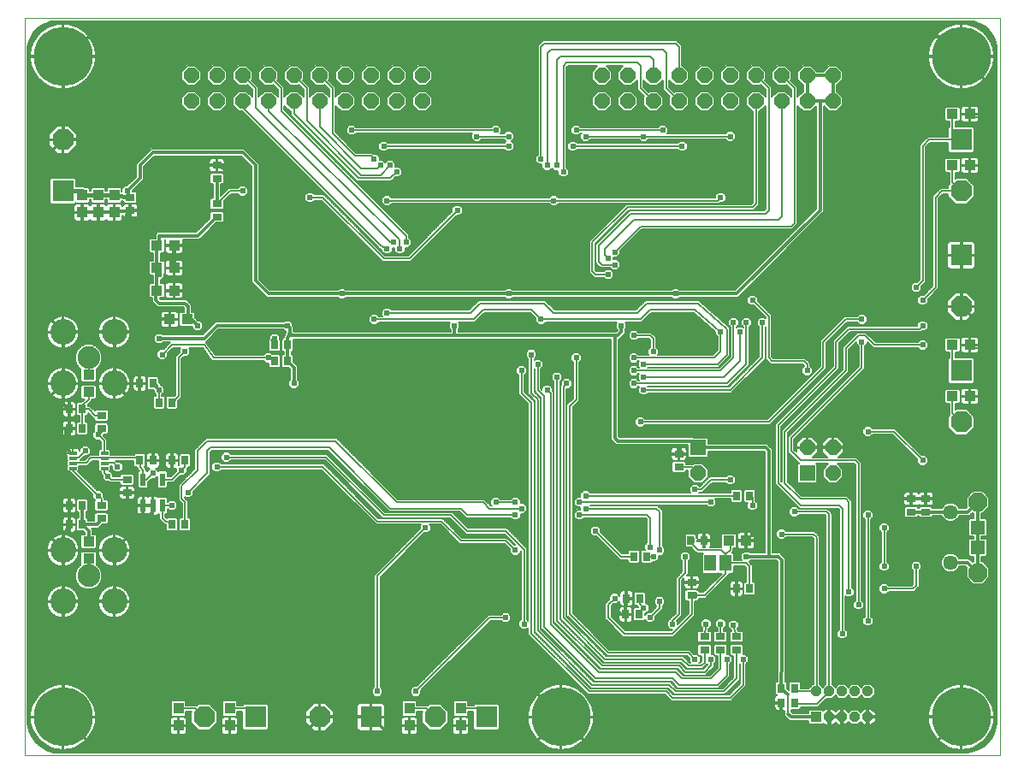
<source format=gbl>
G75*
%MOIN*%
%OFA0B0*%
%FSLAX25Y25*%
%IPPOS*%
%LPD*%
%AMOC8*
5,1,8,0,0,1.08239X$1,22.5*
%
%ADD10C,0.00000*%
%ADD11R,0.03543X0.02756*%
%ADD12R,0.02756X0.03543*%
%ADD13R,0.04600X0.06300*%
%ADD14R,0.04000X0.04000*%
%ADD15OC8,0.04000*%
%ADD16R,0.06000X0.06000*%
%ADD17OC8,0.06000*%
%ADD18C,0.05709*%
%ADD19OC8,0.07087*%
%ADD20R,0.05346X0.05346*%
%ADD21C,0.08850*%
%ADD22C,0.10050*%
%ADD23R,0.04331X0.03937*%
%ADD24C,0.23000*%
%ADD25C,0.00669*%
%ADD26C,0.03200*%
%ADD27R,0.03937X0.04331*%
%ADD28R,0.08268X0.08268*%
%ADD29OC8,0.08268*%
%ADD30C,0.00098*%
%ADD31R,0.02200X0.05000*%
%ADD32C,0.00600*%
%ADD33C,0.02400*%
%ADD34C,0.01200*%
%ADD35C,0.01600*%
D10*
X0025625Y0086626D02*
X0025625Y0374126D01*
X0405625Y0374126D01*
X0405625Y0086626D01*
X0025625Y0086626D01*
D11*
X0055625Y0179067D03*
X0055625Y0184186D03*
X0065625Y0189067D03*
X0065625Y0194186D03*
X0055625Y0214067D03*
X0055625Y0219186D03*
X0100625Y0296567D03*
X0100625Y0301686D03*
X0100625Y0311567D03*
X0100625Y0316686D03*
X0066875Y0304186D03*
X0066875Y0299067D03*
X0280625Y0204186D03*
X0280625Y0199067D03*
X0285625Y0154186D03*
X0285625Y0149067D03*
X0290625Y0132936D03*
X0290625Y0127817D03*
X0296875Y0127817D03*
X0296875Y0132936D03*
X0303125Y0132936D03*
X0303125Y0127817D03*
X0371250Y0181567D03*
X0371250Y0186686D03*
X0376875Y0186686D03*
X0376875Y0181567D03*
D12*
X0308184Y0187876D03*
X0303066Y0187876D03*
X0290372Y0170376D03*
X0285253Y0170376D03*
X0268184Y0164126D03*
X0263066Y0164126D03*
X0265372Y0147876D03*
X0260253Y0147876D03*
X0259941Y0141626D03*
X0265059Y0141626D03*
X0303066Y0151626D03*
X0308184Y0151626D03*
X0320566Y0112876D03*
X0325684Y0112876D03*
X0325684Y0107251D03*
X0320566Y0107251D03*
X0128184Y0240376D03*
X0123066Y0240376D03*
X0123066Y0246626D03*
X0128184Y0246626D03*
X0083184Y0224126D03*
X0078066Y0224126D03*
X0075684Y0231626D03*
X0070566Y0231626D03*
X0048184Y0221626D03*
X0043066Y0221626D03*
X0043066Y0214126D03*
X0048184Y0214126D03*
X0070566Y0201626D03*
X0075684Y0201626D03*
X0083066Y0201626D03*
X0088184Y0201626D03*
X0088184Y0176626D03*
X0083066Y0176626D03*
X0048184Y0176626D03*
X0043066Y0176626D03*
X0043066Y0184126D03*
X0048184Y0184126D03*
D13*
X0292938Y0161626D03*
X0298938Y0161626D03*
D14*
X0334125Y0101626D03*
D15*
X0339125Y0101626D03*
X0344125Y0101626D03*
X0349125Y0101626D03*
X0354125Y0101626D03*
X0354125Y0111626D03*
X0349125Y0111626D03*
X0344125Y0111626D03*
X0339125Y0111626D03*
X0334125Y0111626D03*
D16*
X0330625Y0196626D03*
X0288125Y0206626D03*
D17*
X0288125Y0196626D03*
X0330625Y0206626D03*
X0340625Y0206626D03*
X0340625Y0196626D03*
X0340625Y0341626D03*
X0330625Y0341626D03*
X0320625Y0341626D03*
X0310625Y0341626D03*
X0300625Y0341626D03*
X0290625Y0341626D03*
X0280625Y0341626D03*
X0280625Y0351626D03*
X0290625Y0351626D03*
X0300625Y0351626D03*
X0310625Y0351626D03*
X0320625Y0351626D03*
X0330625Y0351626D03*
X0340625Y0351626D03*
X0270625Y0351626D03*
X0270625Y0341626D03*
X0260625Y0341626D03*
X0250625Y0341626D03*
X0250625Y0351626D03*
X0260625Y0351626D03*
X0180625Y0351626D03*
X0180625Y0341626D03*
X0170625Y0341626D03*
X0160625Y0341626D03*
X0150625Y0341626D03*
X0140625Y0341626D03*
X0130625Y0341626D03*
X0120625Y0341626D03*
X0110625Y0341626D03*
X0100625Y0341626D03*
X0090625Y0341626D03*
X0090625Y0351626D03*
X0100625Y0351626D03*
X0110625Y0351626D03*
X0120625Y0351626D03*
X0130625Y0351626D03*
X0140625Y0351626D03*
X0150625Y0351626D03*
X0160625Y0351626D03*
X0170625Y0351626D03*
D18*
X0386486Y0181469D03*
X0386486Y0161784D03*
D19*
X0397116Y0157847D03*
X0397116Y0185406D03*
D20*
X0397116Y0175563D03*
X0397116Y0167689D03*
D21*
X0050625Y0156626D03*
X0050625Y0241626D03*
D22*
X0040625Y0231626D03*
X0060625Y0231626D03*
X0060625Y0251626D03*
X0040625Y0251626D03*
X0040625Y0166626D03*
X0060625Y0166626D03*
X0060625Y0146626D03*
X0040625Y0146626D03*
D23*
X0050625Y0163280D03*
X0050625Y0169973D03*
X0050625Y0228280D03*
X0050625Y0234973D03*
X0082279Y0256626D03*
X0088971Y0256626D03*
X0083971Y0267876D03*
X0077279Y0267876D03*
X0077279Y0276626D03*
X0083971Y0276626D03*
X0083971Y0285376D03*
X0077279Y0285376D03*
X0300091Y0170376D03*
X0306784Y0170376D03*
X0387279Y0226626D03*
X0393971Y0226626D03*
X0393971Y0246626D03*
X0387279Y0246626D03*
X0387279Y0316626D03*
X0393971Y0316626D03*
X0393971Y0336626D03*
X0387279Y0336626D03*
D24*
X0390625Y0359126D03*
X0390625Y0101626D03*
X0234625Y0101626D03*
X0040625Y0101626D03*
X0040625Y0359126D03*
D25*
X0075516Y0313634D02*
X0075516Y0294618D01*
X0075516Y0313634D02*
X0088234Y0313634D01*
X0088234Y0294618D01*
X0075516Y0294618D01*
X0075516Y0295286D02*
X0088234Y0295286D01*
X0088234Y0295954D02*
X0075516Y0295954D01*
X0075516Y0296622D02*
X0088234Y0296622D01*
X0088234Y0297290D02*
X0075516Y0297290D01*
X0075516Y0297958D02*
X0088234Y0297958D01*
X0088234Y0298626D02*
X0075516Y0298626D01*
X0075516Y0299294D02*
X0088234Y0299294D01*
X0088234Y0299962D02*
X0075516Y0299962D01*
X0075516Y0300630D02*
X0088234Y0300630D01*
X0088234Y0301298D02*
X0075516Y0301298D01*
X0075516Y0301966D02*
X0088234Y0301966D01*
X0088234Y0302634D02*
X0075516Y0302634D01*
X0075516Y0303302D02*
X0088234Y0303302D01*
X0088234Y0303970D02*
X0075516Y0303970D01*
X0075516Y0304638D02*
X0088234Y0304638D01*
X0088234Y0305306D02*
X0075516Y0305306D01*
X0075516Y0305974D02*
X0088234Y0305974D01*
X0088234Y0306642D02*
X0075516Y0306642D01*
X0075516Y0307310D02*
X0088234Y0307310D01*
X0088234Y0307978D02*
X0075516Y0307978D01*
X0075516Y0308646D02*
X0088234Y0308646D01*
X0088234Y0309314D02*
X0075516Y0309314D01*
X0075516Y0309982D02*
X0088234Y0309982D01*
X0088234Y0310650D02*
X0075516Y0310650D01*
X0075516Y0311318D02*
X0088234Y0311318D01*
X0088234Y0311986D02*
X0075516Y0311986D01*
X0075516Y0312654D02*
X0088234Y0312654D01*
X0088234Y0313322D02*
X0075516Y0313322D01*
D26*
X0077544Y0311804D03*
X0081875Y0311804D03*
X0086206Y0311804D03*
X0086206Y0306686D03*
X0081875Y0306686D03*
X0077544Y0306686D03*
X0077544Y0301567D03*
X0081875Y0301567D03*
X0086206Y0301567D03*
X0086206Y0296449D03*
X0081875Y0296449D03*
X0077544Y0296449D03*
D27*
X0060625Y0298280D03*
X0054375Y0298280D03*
X0054375Y0304973D03*
X0060625Y0304973D03*
X0048125Y0304973D03*
X0048125Y0298280D03*
X0085625Y0104973D03*
X0085625Y0098280D03*
X0105625Y0098280D03*
X0105625Y0104973D03*
X0175625Y0104973D03*
X0175625Y0098280D03*
X0195625Y0098280D03*
X0195625Y0104973D03*
D28*
X0205625Y0101626D03*
X0160625Y0101626D03*
X0115625Y0101626D03*
X0040625Y0306626D03*
X0390625Y0326626D03*
X0390625Y0281626D03*
X0390625Y0236626D03*
D29*
X0390625Y0216626D03*
X0390625Y0261626D03*
X0390625Y0306626D03*
X0185625Y0101626D03*
X0140625Y0101626D03*
X0095625Y0101626D03*
X0040625Y0326626D03*
D30*
X0043096Y0204136D02*
X0045950Y0204136D01*
X0043096Y0204136D02*
X0043096Y0205022D01*
X0045950Y0205022D01*
X0045950Y0204136D01*
X0045950Y0204233D02*
X0043096Y0204233D01*
X0043096Y0204330D02*
X0045950Y0204330D01*
X0045950Y0204427D02*
X0043096Y0204427D01*
X0043096Y0204524D02*
X0045950Y0204524D01*
X0045950Y0204621D02*
X0043096Y0204621D01*
X0043096Y0204718D02*
X0045950Y0204718D01*
X0045950Y0204815D02*
X0043096Y0204815D01*
X0043096Y0204912D02*
X0045950Y0204912D01*
X0045950Y0205009D02*
X0043096Y0205009D01*
X0043096Y0202168D02*
X0045950Y0202168D01*
X0043096Y0202168D02*
X0043096Y0203054D01*
X0045950Y0203054D01*
X0045950Y0202168D01*
X0045950Y0202265D02*
X0043096Y0202265D01*
X0043096Y0202362D02*
X0045950Y0202362D01*
X0045950Y0202459D02*
X0043096Y0202459D01*
X0043096Y0202556D02*
X0045950Y0202556D01*
X0045950Y0202653D02*
X0043096Y0202653D01*
X0043096Y0202750D02*
X0045950Y0202750D01*
X0045950Y0202847D02*
X0043096Y0202847D01*
X0043096Y0202944D02*
X0045950Y0202944D01*
X0045950Y0203041D02*
X0043096Y0203041D01*
X0043096Y0200199D02*
X0045950Y0200199D01*
X0043096Y0200199D02*
X0043096Y0201085D01*
X0045950Y0201085D01*
X0045950Y0200199D01*
X0045950Y0200296D02*
X0043096Y0200296D01*
X0043096Y0200393D02*
X0045950Y0200393D01*
X0045950Y0200490D02*
X0043096Y0200490D01*
X0043096Y0200587D02*
X0045950Y0200587D01*
X0045950Y0200684D02*
X0043096Y0200684D01*
X0043096Y0200781D02*
X0045950Y0200781D01*
X0045950Y0200878D02*
X0043096Y0200878D01*
X0043096Y0200975D02*
X0045950Y0200975D01*
X0045950Y0201072D02*
X0043096Y0201072D01*
X0043096Y0198231D02*
X0045950Y0198231D01*
X0043096Y0198231D02*
X0043096Y0199117D01*
X0045950Y0199117D01*
X0045950Y0198231D01*
X0045950Y0198328D02*
X0043096Y0198328D01*
X0043096Y0198425D02*
X0045950Y0198425D01*
X0045950Y0198522D02*
X0043096Y0198522D01*
X0043096Y0198619D02*
X0045950Y0198619D01*
X0045950Y0198716D02*
X0043096Y0198716D01*
X0043096Y0198813D02*
X0045950Y0198813D01*
X0045950Y0198910D02*
X0043096Y0198910D01*
X0043096Y0199007D02*
X0045950Y0199007D01*
X0045950Y0199104D02*
X0043096Y0199104D01*
X0055300Y0199117D02*
X0058154Y0199117D01*
X0058154Y0198231D01*
X0055300Y0198231D01*
X0055300Y0199117D01*
X0055300Y0198328D02*
X0058154Y0198328D01*
X0058154Y0198425D02*
X0055300Y0198425D01*
X0055300Y0198522D02*
X0058154Y0198522D01*
X0058154Y0198619D02*
X0055300Y0198619D01*
X0055300Y0198716D02*
X0058154Y0198716D01*
X0058154Y0198813D02*
X0055300Y0198813D01*
X0055300Y0198910D02*
X0058154Y0198910D01*
X0058154Y0199007D02*
X0055300Y0199007D01*
X0055300Y0199104D02*
X0058154Y0199104D01*
X0058154Y0201085D02*
X0055300Y0201085D01*
X0058154Y0201085D02*
X0058154Y0200199D01*
X0055300Y0200199D01*
X0055300Y0201085D01*
X0055300Y0200296D02*
X0058154Y0200296D01*
X0058154Y0200393D02*
X0055300Y0200393D01*
X0055300Y0200490D02*
X0058154Y0200490D01*
X0058154Y0200587D02*
X0055300Y0200587D01*
X0055300Y0200684D02*
X0058154Y0200684D01*
X0058154Y0200781D02*
X0055300Y0200781D01*
X0055300Y0200878D02*
X0058154Y0200878D01*
X0058154Y0200975D02*
X0055300Y0200975D01*
X0055300Y0201072D02*
X0058154Y0201072D01*
X0058154Y0203054D02*
X0055300Y0203054D01*
X0058154Y0203054D02*
X0058154Y0202168D01*
X0055300Y0202168D01*
X0055300Y0203054D01*
X0055300Y0202265D02*
X0058154Y0202265D01*
X0058154Y0202362D02*
X0055300Y0202362D01*
X0055300Y0202459D02*
X0058154Y0202459D01*
X0058154Y0202556D02*
X0055300Y0202556D01*
X0055300Y0202653D02*
X0058154Y0202653D01*
X0058154Y0202750D02*
X0055300Y0202750D01*
X0055300Y0202847D02*
X0058154Y0202847D01*
X0058154Y0202944D02*
X0055300Y0202944D01*
X0055300Y0203041D02*
X0058154Y0203041D01*
X0058154Y0205022D02*
X0055300Y0205022D01*
X0058154Y0205022D02*
X0058154Y0204136D01*
X0055300Y0204136D01*
X0055300Y0205022D01*
X0055300Y0204233D02*
X0058154Y0204233D01*
X0058154Y0204330D02*
X0055300Y0204330D01*
X0055300Y0204427D02*
X0058154Y0204427D01*
X0058154Y0204524D02*
X0055300Y0204524D01*
X0055300Y0204621D02*
X0058154Y0204621D01*
X0058154Y0204718D02*
X0055300Y0204718D01*
X0055300Y0204815D02*
X0058154Y0204815D01*
X0058154Y0204912D02*
X0055300Y0204912D01*
X0055300Y0205009D02*
X0058154Y0205009D01*
D31*
X0071925Y0194226D03*
X0079325Y0194226D03*
X0079325Y0184026D03*
X0075625Y0184026D03*
X0071925Y0184026D03*
D32*
X0072175Y0184184D02*
X0075375Y0184184D01*
X0075375Y0184276D02*
X0075375Y0183776D01*
X0075875Y0183776D01*
X0075875Y0180226D01*
X0076896Y0180226D01*
X0077227Y0180315D01*
X0077523Y0180486D01*
X0077758Y0180721D01*
X0077852Y0180626D01*
X0078125Y0180626D01*
X0078125Y0178679D01*
X0079425Y0177379D01*
X0080128Y0176676D01*
X0080690Y0176676D01*
X0080788Y0176616D01*
X0080788Y0174482D01*
X0081315Y0173955D01*
X0084817Y0173955D01*
X0085344Y0174482D01*
X0085344Y0178771D01*
X0084817Y0179298D01*
X0081315Y0179298D01*
X0081159Y0179142D01*
X0081077Y0179122D01*
X0080525Y0179673D01*
X0080525Y0180626D01*
X0080798Y0180626D01*
X0081325Y0181154D01*
X0081325Y0182826D01*
X0081455Y0182826D01*
X0082255Y0182026D01*
X0083995Y0182026D01*
X0085225Y0183257D01*
X0085225Y0184996D01*
X0083995Y0186226D01*
X0082255Y0186226D01*
X0081325Y0185296D01*
X0081325Y0186899D01*
X0080798Y0187426D01*
X0077852Y0187426D01*
X0077758Y0187332D01*
X0077523Y0187567D01*
X0077227Y0187738D01*
X0076896Y0187826D01*
X0075875Y0187826D01*
X0075875Y0184277D01*
X0075375Y0184277D01*
X0075375Y0187826D01*
X0074354Y0187826D01*
X0074023Y0187738D01*
X0073775Y0187595D01*
X0073527Y0187738D01*
X0073196Y0187826D01*
X0072175Y0187826D01*
X0072175Y0184277D01*
X0071675Y0184277D01*
X0071675Y0187826D01*
X0070654Y0187826D01*
X0070323Y0187738D01*
X0070027Y0187567D01*
X0069785Y0187325D01*
X0069614Y0187028D01*
X0069525Y0186698D01*
X0069525Y0184276D01*
X0071675Y0184276D01*
X0071675Y0183776D01*
X0072175Y0183776D01*
X0072175Y0180226D01*
X0073196Y0180226D01*
X0073527Y0180315D01*
X0073775Y0180458D01*
X0074023Y0180315D01*
X0074354Y0180226D01*
X0075375Y0180226D01*
X0075375Y0183776D01*
X0072175Y0183776D01*
X0072175Y0184276D01*
X0073225Y0184276D01*
X0075375Y0184276D01*
X0075375Y0184782D02*
X0075875Y0184782D01*
X0075875Y0185381D02*
X0075375Y0185381D01*
X0075375Y0185979D02*
X0075875Y0185979D01*
X0075875Y0186578D02*
X0075375Y0186578D01*
X0075375Y0187176D02*
X0075875Y0187176D01*
X0075875Y0187775D02*
X0075375Y0187775D01*
X0074161Y0187775D02*
X0073389Y0187775D01*
X0072175Y0187775D02*
X0071675Y0187775D01*
X0071675Y0187176D02*
X0072175Y0187176D01*
X0072175Y0186578D02*
X0071675Y0186578D01*
X0071675Y0185979D02*
X0072175Y0185979D01*
X0072175Y0185381D02*
X0071675Y0185381D01*
X0071675Y0184782D02*
X0072175Y0184782D01*
X0071675Y0184184D02*
X0058297Y0184184D01*
X0058297Y0184782D02*
X0069525Y0184782D01*
X0069525Y0185381D02*
X0058297Y0185381D01*
X0058297Y0185936D02*
X0057769Y0186463D01*
X0056825Y0186463D01*
X0056825Y0187123D01*
X0056475Y0187473D01*
X0056475Y0188746D01*
X0055245Y0189976D01*
X0053972Y0189976D01*
X0046505Y0197444D01*
X0046899Y0197838D01*
X0046899Y0199442D01*
X0050138Y0199442D01*
X0052106Y0201411D01*
X0054351Y0201411D01*
X0054351Y0199806D01*
X0054499Y0199658D01*
X0054351Y0199510D01*
X0054351Y0197838D01*
X0054907Y0197282D01*
X0055527Y0197282D01*
X0055527Y0196277D01*
X0056025Y0195779D01*
X0056025Y0194507D01*
X0057255Y0193276D01*
X0058528Y0193276D01*
X0058819Y0192986D01*
X0062953Y0192986D01*
X0062953Y0192435D01*
X0063481Y0191908D01*
X0067769Y0191908D01*
X0068297Y0192435D01*
X0068297Y0195936D01*
X0067769Y0196463D01*
X0063481Y0196463D01*
X0062953Y0195936D01*
X0062953Y0195385D01*
X0060225Y0195385D01*
X0060225Y0196246D01*
X0058995Y0197476D01*
X0058743Y0197476D01*
X0059104Y0197838D01*
X0059104Y0199442D01*
X0059775Y0199442D01*
X0059775Y0198257D01*
X0061005Y0197026D01*
X0062745Y0197026D01*
X0063975Y0198257D01*
X0063975Y0199996D01*
X0062745Y0201226D01*
X0061472Y0201226D01*
X0061288Y0201411D01*
X0068288Y0201411D01*
X0068288Y0199482D01*
X0068815Y0198955D01*
X0069425Y0198955D01*
X0069425Y0198629D01*
X0070128Y0197926D01*
X0070440Y0197614D01*
X0069925Y0197099D01*
X0069925Y0191354D01*
X0070452Y0190826D01*
X0073398Y0190826D01*
X0073925Y0191354D01*
X0073925Y0193229D01*
X0075222Y0194526D01*
X0076495Y0194526D01*
X0077325Y0195357D01*
X0077325Y0191354D01*
X0077852Y0190826D01*
X0080798Y0190826D01*
X0081325Y0191354D01*
X0081325Y0193026D01*
X0083722Y0193026D01*
X0086472Y0195776D01*
X0087745Y0195776D01*
X0088975Y0197007D01*
X0088975Y0198279D01*
X0089384Y0198688D01*
X0089384Y0198955D01*
X0089935Y0198955D01*
X0090462Y0199482D01*
X0090462Y0203771D01*
X0089935Y0204298D01*
X0086433Y0204298D01*
X0085906Y0203771D01*
X0085906Y0199877D01*
X0085744Y0199715D01*
X0085744Y0201326D01*
X0083366Y0201326D01*
X0083366Y0198555D01*
X0084615Y0198555D01*
X0084775Y0198598D01*
X0084775Y0197473D01*
X0082728Y0195426D01*
X0081325Y0195426D01*
X0081325Y0197099D01*
X0080798Y0197626D01*
X0077852Y0197626D01*
X0077724Y0197498D01*
X0076666Y0198555D01*
X0077233Y0198555D01*
X0077564Y0198643D01*
X0077860Y0198815D01*
X0078102Y0199057D01*
X0078273Y0199353D01*
X0078362Y0199684D01*
X0078362Y0201326D01*
X0075984Y0201326D01*
X0075984Y0201926D01*
X0078362Y0201926D01*
X0078362Y0203569D01*
X0078273Y0203900D01*
X0078102Y0204196D01*
X0077860Y0204438D01*
X0077564Y0204609D01*
X0077233Y0204698D01*
X0075984Y0204698D01*
X0075984Y0201926D01*
X0075384Y0201926D01*
X0075384Y0201326D01*
X0073006Y0201326D01*
X0073006Y0199684D01*
X0073095Y0199353D01*
X0073266Y0199057D01*
X0073508Y0198815D01*
X0073804Y0198643D01*
X0074135Y0198555D01*
X0074584Y0198555D01*
X0073526Y0197498D01*
X0073398Y0197626D01*
X0073125Y0197626D01*
X0073125Y0198323D01*
X0072405Y0199043D01*
X0072844Y0199482D01*
X0072844Y0203771D01*
X0072317Y0204298D01*
X0068815Y0204298D01*
X0068328Y0203811D01*
X0059104Y0203811D01*
X0059104Y0205415D01*
X0058548Y0205971D01*
X0057927Y0205971D01*
X0057927Y0209771D01*
X0057224Y0210474D01*
X0056475Y0211223D01*
X0056475Y0211789D01*
X0057769Y0211789D01*
X0058297Y0212317D01*
X0058297Y0215818D01*
X0057769Y0216345D01*
X0053481Y0216345D01*
X0052953Y0215818D01*
X0052953Y0213175D01*
X0052275Y0212496D01*
X0052275Y0210757D01*
X0053505Y0209526D01*
X0054778Y0209526D01*
X0055527Y0208777D01*
X0055527Y0205971D01*
X0054907Y0205971D01*
X0054351Y0205415D01*
X0054351Y0203811D01*
X0051112Y0203811D01*
X0049144Y0201842D01*
X0047538Y0201842D01*
X0048972Y0203276D01*
X0050245Y0203276D01*
X0051475Y0204507D01*
X0051475Y0206246D01*
X0050245Y0207476D01*
X0048505Y0207476D01*
X0047275Y0206246D01*
X0047275Y0205289D01*
X0047207Y0205543D01*
X0047029Y0205851D01*
X0046778Y0206102D01*
X0046471Y0206279D01*
X0046127Y0206371D01*
X0044523Y0206371D01*
X0044523Y0204579D01*
X0044523Y0204579D01*
X0041746Y0204579D01*
X0041746Y0203959D01*
X0041838Y0203616D01*
X0042016Y0203308D01*
X0042146Y0203177D01*
X0042146Y0201775D01*
X0042294Y0201626D01*
X0042146Y0201478D01*
X0042146Y0199806D01*
X0042294Y0199658D01*
X0042146Y0199510D01*
X0042146Y0197838D01*
X0042702Y0197282D01*
X0043323Y0197282D01*
X0043323Y0197232D01*
X0052275Y0188279D01*
X0052275Y0187007D01*
X0053149Y0186132D01*
X0052953Y0185936D01*
X0052953Y0182435D01*
X0053481Y0181908D01*
X0057769Y0181908D01*
X0058297Y0182435D01*
X0058297Y0185936D01*
X0058254Y0185979D02*
X0069525Y0185979D01*
X0069525Y0186578D02*
X0068071Y0186578D01*
X0068195Y0186649D02*
X0068437Y0186891D01*
X0068608Y0187188D01*
X0068697Y0187518D01*
X0068697Y0188767D01*
X0065925Y0188767D01*
X0065925Y0186389D01*
X0067568Y0186389D01*
X0067898Y0186478D01*
X0068195Y0186649D01*
X0068602Y0187176D02*
X0069699Y0187176D01*
X0070461Y0187775D02*
X0068697Y0187775D01*
X0068697Y0188373D02*
X0085675Y0188373D01*
X0085675Y0187775D02*
X0077089Y0187775D01*
X0077325Y0191366D02*
X0073925Y0191366D01*
X0073925Y0191964D02*
X0077325Y0191964D01*
X0077325Y0192563D02*
X0073925Y0192563D01*
X0073925Y0193161D02*
X0077325Y0193161D01*
X0077325Y0193760D02*
X0074456Y0193760D01*
X0075054Y0194358D02*
X0077325Y0194358D01*
X0077325Y0194957D02*
X0076925Y0194957D01*
X0075625Y0196626D02*
X0073225Y0194226D01*
X0071925Y0194226D01*
X0071925Y0197826D01*
X0070625Y0199126D01*
X0070625Y0201567D01*
X0070566Y0201626D01*
X0069582Y0202611D01*
X0056727Y0202611D01*
X0051609Y0202611D01*
X0049641Y0200642D01*
X0044523Y0200642D01*
X0044523Y0198674D02*
X0044523Y0197729D01*
X0054375Y0187876D01*
X0055625Y0186626D01*
X0055625Y0184186D01*
X0052953Y0184184D02*
X0050462Y0184184D01*
X0050462Y0184782D02*
X0052953Y0184782D01*
X0052953Y0185381D02*
X0050462Y0185381D01*
X0050462Y0185979D02*
X0052996Y0185979D01*
X0052704Y0186578D02*
X0050155Y0186578D01*
X0049935Y0186798D02*
X0046433Y0186798D01*
X0045906Y0186271D01*
X0045906Y0181982D01*
X0046433Y0181455D01*
X0046684Y0181455D01*
X0046684Y0179298D01*
X0046433Y0179298D01*
X0045906Y0178771D01*
X0045906Y0174482D01*
X0046433Y0173955D01*
X0048675Y0173955D01*
X0049125Y0173505D01*
X0049125Y0172841D01*
X0048087Y0172841D01*
X0047560Y0172314D01*
X0047560Y0167632D01*
X0048087Y0167104D01*
X0053163Y0167104D01*
X0053690Y0167632D01*
X0053690Y0172314D01*
X0053163Y0172841D01*
X0052125Y0172841D01*
X0052125Y0174748D01*
X0051746Y0175126D01*
X0053511Y0175126D01*
X0053645Y0175036D01*
X0054114Y0175126D01*
X0054593Y0175126D01*
X0054707Y0175240D01*
X0054865Y0175271D01*
X0055133Y0175667D01*
X0055471Y0176005D01*
X0055471Y0176166D01*
X0055894Y0176789D01*
X0057769Y0176789D01*
X0058297Y0177317D01*
X0058297Y0180818D01*
X0057769Y0181345D01*
X0053481Y0181345D01*
X0052953Y0180818D01*
X0052953Y0178126D01*
X0050462Y0178126D01*
X0050462Y0178771D01*
X0049935Y0179298D01*
X0049684Y0179298D01*
X0049684Y0181455D01*
X0049935Y0181455D01*
X0050462Y0181982D01*
X0050462Y0186271D01*
X0049935Y0186798D01*
X0052275Y0187176D02*
X0044696Y0187176D01*
X0044615Y0187198D02*
X0043366Y0187198D01*
X0043366Y0184426D01*
X0045744Y0184426D01*
X0045744Y0186069D01*
X0045655Y0186400D01*
X0045484Y0186696D01*
X0045242Y0186938D01*
X0044946Y0187109D01*
X0044615Y0187198D01*
X0045553Y0186578D02*
X0046213Y0186578D01*
X0045906Y0185979D02*
X0045744Y0185979D01*
X0045744Y0185381D02*
X0045906Y0185381D01*
X0045906Y0184782D02*
X0045744Y0184782D01*
X0045906Y0184184D02*
X0043366Y0184184D01*
X0043366Y0184426D02*
X0043366Y0183826D01*
X0043366Y0181055D01*
X0044615Y0181055D01*
X0044946Y0181143D01*
X0045242Y0181315D01*
X0045484Y0181557D01*
X0045655Y0181853D01*
X0045744Y0182184D01*
X0045744Y0183826D01*
X0043366Y0183826D01*
X0042766Y0183826D01*
X0042766Y0181055D01*
X0041517Y0181055D01*
X0041186Y0181143D01*
X0040890Y0181315D01*
X0040648Y0181557D01*
X0040477Y0181853D01*
X0040388Y0182184D01*
X0040388Y0183826D01*
X0042766Y0183826D01*
X0042766Y0184426D01*
X0040388Y0184426D01*
X0040388Y0186069D01*
X0040477Y0186400D01*
X0040648Y0186696D01*
X0040890Y0186938D01*
X0041186Y0187109D01*
X0041517Y0187198D01*
X0042766Y0187198D01*
X0042766Y0184426D01*
X0043366Y0184426D01*
X0043366Y0184782D02*
X0042766Y0184782D01*
X0042766Y0184184D02*
X0026925Y0184184D01*
X0026925Y0184782D02*
X0040388Y0184782D01*
X0040388Y0185381D02*
X0026925Y0185381D01*
X0026925Y0185979D02*
X0040388Y0185979D01*
X0040579Y0186578D02*
X0026925Y0186578D01*
X0026925Y0187176D02*
X0041436Y0187176D01*
X0042766Y0187176D02*
X0043366Y0187176D01*
X0043366Y0186578D02*
X0042766Y0186578D01*
X0042766Y0185979D02*
X0043366Y0185979D01*
X0043366Y0185381D02*
X0042766Y0185381D01*
X0042766Y0183585D02*
X0043366Y0183585D01*
X0043366Y0182987D02*
X0042766Y0182987D01*
X0042766Y0182388D02*
X0043366Y0182388D01*
X0043366Y0181790D02*
X0042766Y0181790D01*
X0042766Y0181191D02*
X0043366Y0181191D01*
X0043366Y0179698D02*
X0043366Y0176926D01*
X0045744Y0176926D01*
X0045744Y0178569D01*
X0045655Y0178900D01*
X0045484Y0179196D01*
X0045242Y0179438D01*
X0044946Y0179609D01*
X0044615Y0179698D01*
X0043366Y0179698D01*
X0043366Y0179396D02*
X0042766Y0179396D01*
X0042766Y0179698D02*
X0041517Y0179698D01*
X0041186Y0179609D01*
X0040890Y0179438D01*
X0040648Y0179196D01*
X0040477Y0178900D01*
X0040388Y0178569D01*
X0040388Y0176926D01*
X0042766Y0176926D01*
X0042766Y0176326D01*
X0043366Y0176326D01*
X0043366Y0173555D01*
X0044615Y0173555D01*
X0044946Y0173643D01*
X0045242Y0173815D01*
X0045484Y0174057D01*
X0045655Y0174353D01*
X0045744Y0174684D01*
X0045744Y0176326D01*
X0043366Y0176326D01*
X0043366Y0176926D01*
X0042766Y0176926D01*
X0042766Y0179698D01*
X0042766Y0178797D02*
X0043366Y0178797D01*
X0043366Y0178199D02*
X0042766Y0178199D01*
X0042766Y0177600D02*
X0043366Y0177600D01*
X0043366Y0177002D02*
X0042766Y0177002D01*
X0042766Y0176403D02*
X0026925Y0176403D01*
X0026925Y0175805D02*
X0040388Y0175805D01*
X0040388Y0176326D02*
X0040388Y0174684D01*
X0040477Y0174353D01*
X0040648Y0174057D01*
X0040890Y0173815D01*
X0041186Y0173643D01*
X0041517Y0173555D01*
X0042766Y0173555D01*
X0042766Y0176326D01*
X0040388Y0176326D01*
X0040388Y0177002D02*
X0026925Y0177002D01*
X0026925Y0177600D02*
X0040388Y0177600D01*
X0040388Y0178199D02*
X0026925Y0178199D01*
X0026925Y0178797D02*
X0040449Y0178797D01*
X0040847Y0179396D02*
X0026925Y0179396D01*
X0026925Y0179994D02*
X0046684Y0179994D01*
X0046684Y0179396D02*
X0045285Y0179396D01*
X0045683Y0178797D02*
X0045932Y0178797D01*
X0045906Y0178199D02*
X0045744Y0178199D01*
X0045744Y0177600D02*
X0045906Y0177600D01*
X0045906Y0177002D02*
X0045744Y0177002D01*
X0045906Y0176403D02*
X0043366Y0176403D01*
X0043366Y0175805D02*
X0042766Y0175805D01*
X0042766Y0175206D02*
X0043366Y0175206D01*
X0043366Y0174608D02*
X0042766Y0174608D01*
X0042766Y0174009D02*
X0043366Y0174009D01*
X0043053Y0172488D02*
X0042106Y0172796D01*
X0041123Y0172951D01*
X0040925Y0172951D01*
X0040925Y0166927D01*
X0040325Y0166927D01*
X0040325Y0172951D01*
X0040127Y0172951D01*
X0039144Y0172796D01*
X0038197Y0172488D01*
X0037310Y0172036D01*
X0036505Y0171451D01*
X0035801Y0170747D01*
X0035215Y0169941D01*
X0034763Y0169054D01*
X0034456Y0168108D01*
X0034300Y0167124D01*
X0034300Y0166926D01*
X0040325Y0166926D01*
X0040325Y0166326D01*
X0040925Y0166326D01*
X0040925Y0160301D01*
X0041123Y0160301D01*
X0042106Y0160457D01*
X0043053Y0160765D01*
X0043940Y0161217D01*
X0044745Y0161802D01*
X0045449Y0162506D01*
X0046035Y0163311D01*
X0046487Y0164198D01*
X0046794Y0165145D01*
X0046950Y0166129D01*
X0046950Y0166326D01*
X0040925Y0166326D01*
X0040925Y0166926D01*
X0046950Y0166926D01*
X0046950Y0167124D01*
X0046794Y0168108D01*
X0046487Y0169054D01*
X0046035Y0169941D01*
X0045449Y0170747D01*
X0044745Y0171451D01*
X0043940Y0172036D01*
X0043053Y0172488D01*
X0043592Y0172214D02*
X0047560Y0172214D01*
X0047560Y0171615D02*
X0044519Y0171615D01*
X0045180Y0171017D02*
X0047560Y0171017D01*
X0047560Y0170418D02*
X0045688Y0170418D01*
X0046097Y0169820D02*
X0047560Y0169820D01*
X0047560Y0169221D02*
X0046402Y0169221D01*
X0046627Y0168623D02*
X0047560Y0168623D01*
X0047560Y0168024D02*
X0046807Y0168024D01*
X0046902Y0167425D02*
X0047766Y0167425D01*
X0048087Y0166148D02*
X0047560Y0165621D01*
X0047560Y0161092D01*
X0046111Y0159643D01*
X0045300Y0157686D01*
X0045300Y0155567D01*
X0046111Y0153610D01*
X0047609Y0152112D01*
X0049566Y0151301D01*
X0051684Y0151301D01*
X0053641Y0152112D01*
X0055139Y0153610D01*
X0055950Y0155567D01*
X0055950Y0157686D01*
X0055139Y0159643D01*
X0053690Y0161092D01*
X0053690Y0165621D01*
X0053163Y0166148D01*
X0048087Y0166148D01*
X0047568Y0165630D02*
X0046871Y0165630D01*
X0046950Y0166228D02*
X0054300Y0166228D01*
X0054300Y0166326D02*
X0054300Y0166129D01*
X0054456Y0165145D01*
X0054763Y0164198D01*
X0055215Y0163311D01*
X0055801Y0162506D01*
X0056505Y0161802D01*
X0057310Y0161217D01*
X0058197Y0160765D01*
X0059144Y0160457D01*
X0060127Y0160301D01*
X0060325Y0160301D01*
X0060325Y0166326D01*
X0060925Y0166326D01*
X0060925Y0160301D01*
X0061123Y0160301D01*
X0062106Y0160457D01*
X0063053Y0160765D01*
X0063940Y0161217D01*
X0064745Y0161802D01*
X0065449Y0162506D01*
X0066035Y0163311D01*
X0066487Y0164198D01*
X0066794Y0165145D01*
X0066950Y0166129D01*
X0066950Y0166326D01*
X0060925Y0166326D01*
X0060925Y0166926D01*
X0066950Y0166926D01*
X0066950Y0167124D01*
X0066794Y0168108D01*
X0066487Y0169054D01*
X0066035Y0169941D01*
X0065449Y0170747D01*
X0064745Y0171451D01*
X0063940Y0172036D01*
X0063053Y0172488D01*
X0062106Y0172796D01*
X0061123Y0172951D01*
X0060925Y0172951D01*
X0060925Y0166927D01*
X0060325Y0166927D01*
X0060325Y0172951D01*
X0060127Y0172951D01*
X0059144Y0172796D01*
X0058197Y0172488D01*
X0057310Y0172036D01*
X0056505Y0171451D01*
X0055801Y0170747D01*
X0055215Y0169941D01*
X0054763Y0169054D01*
X0054456Y0168108D01*
X0054300Y0167124D01*
X0054300Y0166926D01*
X0060325Y0166926D01*
X0060325Y0166326D01*
X0054300Y0166326D01*
X0054379Y0165630D02*
X0053682Y0165630D01*
X0053690Y0165031D02*
X0054493Y0165031D01*
X0054687Y0164433D02*
X0053690Y0164433D01*
X0053690Y0163834D02*
X0054949Y0163834D01*
X0055270Y0163236D02*
X0053690Y0163236D01*
X0053690Y0162637D02*
X0055705Y0162637D01*
X0056268Y0162039D02*
X0053690Y0162039D01*
X0053690Y0161440D02*
X0057002Y0161440D01*
X0058046Y0160842D02*
X0053940Y0160842D01*
X0054539Y0160243D02*
X0165045Y0160243D01*
X0164446Y0159645D02*
X0055137Y0159645D01*
X0055386Y0159046D02*
X0163848Y0159046D01*
X0163249Y0158448D02*
X0055634Y0158448D01*
X0055882Y0157849D02*
X0162651Y0157849D01*
X0162628Y0157826D02*
X0162628Y0157826D01*
X0161925Y0157123D01*
X0161925Y0113396D01*
X0161025Y0112496D01*
X0161025Y0110757D01*
X0162255Y0109526D01*
X0163995Y0109526D01*
X0165225Y0110757D01*
X0165225Y0112496D01*
X0164325Y0113396D01*
X0164325Y0156129D01*
X0181472Y0173276D01*
X0182745Y0173276D01*
X0183975Y0174507D01*
X0183975Y0176246D01*
X0183545Y0176676D01*
X0187628Y0176676D01*
X0195128Y0169176D01*
X0212628Y0169176D01*
X0214775Y0167029D01*
X0214775Y0165757D01*
X0216005Y0164526D01*
X0217745Y0164526D01*
X0218975Y0165757D01*
X0218975Y0166579D01*
X0219125Y0166429D01*
X0219125Y0139646D01*
X0218225Y0138746D01*
X0218225Y0137007D01*
X0219455Y0135776D01*
X0221195Y0135776D01*
X0221925Y0136507D01*
X0221925Y0133629D01*
X0222628Y0132926D01*
X0245128Y0110426D01*
X0275128Y0110426D01*
X0277628Y0107926D01*
X0301122Y0107926D01*
X0301825Y0108629D01*
X0306825Y0113629D01*
X0306825Y0122357D01*
X0307725Y0123257D01*
X0307725Y0124996D01*
X0306495Y0126226D01*
X0305797Y0126226D01*
X0305797Y0129568D01*
X0305269Y0130095D01*
X0300981Y0130095D01*
X0300453Y0129568D01*
X0300453Y0126067D01*
X0300981Y0125539D01*
X0301925Y0125539D01*
X0301925Y0117123D01*
X0297628Y0112826D01*
X0279872Y0112826D01*
X0278075Y0114623D01*
X0277372Y0115326D01*
X0247372Y0115326D01*
X0226825Y0135873D01*
X0226825Y0225873D01*
X0224325Y0228373D01*
X0224325Y0237457D01*
X0224425Y0237357D01*
X0224425Y0228629D01*
X0225128Y0227926D01*
X0226925Y0226129D01*
X0226925Y0136129D01*
X0227628Y0135426D01*
X0247628Y0115426D01*
X0277628Y0115426D01*
X0280128Y0112926D01*
X0296122Y0112926D01*
X0296825Y0113629D01*
X0300575Y0117379D01*
X0300575Y0122357D01*
X0301475Y0123257D01*
X0301475Y0124996D01*
X0300245Y0126226D01*
X0299547Y0126226D01*
X0299547Y0129568D01*
X0299019Y0130095D01*
X0294731Y0130095D01*
X0294203Y0129568D01*
X0294203Y0126067D01*
X0294731Y0125539D01*
X0295675Y0125539D01*
X0295675Y0120873D01*
X0292628Y0117826D01*
X0282372Y0117826D01*
X0280575Y0119623D01*
X0279872Y0120326D01*
X0249872Y0120326D01*
X0231825Y0138373D01*
X0231825Y0228373D01*
X0231475Y0228723D01*
X0231475Y0229996D01*
X0230245Y0231226D01*
X0228505Y0231226D01*
X0227275Y0229996D01*
X0227275Y0229173D01*
X0226825Y0229623D01*
X0226825Y0237357D01*
X0227725Y0238257D01*
X0227725Y0239996D01*
X0226495Y0241226D01*
X0224755Y0241226D01*
X0224325Y0240796D01*
X0224325Y0241107D01*
X0225225Y0242007D01*
X0225225Y0243746D01*
X0223995Y0244976D01*
X0222255Y0244976D01*
X0221025Y0243746D01*
X0221025Y0242007D01*
X0221925Y0241107D01*
X0221925Y0227379D01*
X0222628Y0226676D01*
X0224425Y0224879D01*
X0224425Y0134879D01*
X0225128Y0134176D01*
X0246378Y0112926D01*
X0276378Y0112926D01*
X0278878Y0110426D01*
X0298622Y0110426D01*
X0299325Y0111129D01*
X0304325Y0116129D01*
X0304325Y0122457D01*
X0304425Y0122357D01*
X0304425Y0114623D01*
X0300128Y0110326D01*
X0278622Y0110326D01*
X0276825Y0112123D01*
X0276122Y0112826D01*
X0246122Y0112826D01*
X0224325Y0134623D01*
X0224325Y0224623D01*
X0220575Y0228373D01*
X0220575Y0234857D01*
X0221475Y0235757D01*
X0221475Y0237496D01*
X0220245Y0238726D01*
X0218505Y0238726D01*
X0217275Y0237496D01*
X0217275Y0235757D01*
X0218175Y0234857D01*
X0218175Y0227379D01*
X0218878Y0226676D01*
X0221925Y0223629D01*
X0221925Y0139246D01*
X0221525Y0139646D01*
X0221525Y0167423D01*
X0214325Y0174623D01*
X0213622Y0175326D01*
X0198622Y0175326D01*
X0193075Y0180873D01*
X0192372Y0181576D01*
X0166122Y0181576D01*
X0143622Y0204076D01*
X0106145Y0204076D01*
X0105245Y0204976D01*
X0103505Y0204976D01*
X0102275Y0203746D01*
X0102275Y0202007D01*
X0103505Y0200776D01*
X0105245Y0200776D01*
X0106145Y0201676D01*
X0142628Y0201676D01*
X0165128Y0179176D01*
X0191378Y0179176D01*
X0197628Y0172926D01*
X0212628Y0172926D01*
X0216828Y0168726D01*
X0216472Y0168726D01*
X0214325Y0170873D01*
X0213622Y0171576D01*
X0196122Y0171576D01*
X0189325Y0178373D01*
X0188622Y0179076D01*
X0163622Y0179076D01*
X0142372Y0200326D01*
X0102395Y0200326D01*
X0101495Y0201226D01*
X0099755Y0201226D01*
X0098525Y0199996D01*
X0098525Y0198257D01*
X0099755Y0197026D01*
X0101495Y0197026D01*
X0102395Y0197926D01*
X0141378Y0197926D01*
X0162628Y0176676D01*
X0180205Y0176676D01*
X0179775Y0176246D01*
X0179775Y0174973D01*
X0162628Y0157826D01*
X0162052Y0157251D02*
X0055950Y0157251D01*
X0055950Y0156652D02*
X0161925Y0156652D01*
X0161925Y0156054D02*
X0055950Y0156054D01*
X0055904Y0155455D02*
X0161925Y0155455D01*
X0161925Y0154857D02*
X0055656Y0154857D01*
X0055408Y0154258D02*
X0161925Y0154258D01*
X0161925Y0153660D02*
X0055160Y0153660D01*
X0054590Y0153061D02*
X0161925Y0153061D01*
X0161925Y0152463D02*
X0063103Y0152463D01*
X0063053Y0152488D02*
X0062106Y0152796D01*
X0061123Y0152951D01*
X0060925Y0152951D01*
X0060925Y0146927D01*
X0060325Y0146927D01*
X0060325Y0152951D01*
X0060127Y0152951D01*
X0059144Y0152796D01*
X0058197Y0152488D01*
X0057310Y0152036D01*
X0056505Y0151451D01*
X0055801Y0150747D01*
X0055215Y0149941D01*
X0054763Y0149054D01*
X0054456Y0148108D01*
X0054300Y0147124D01*
X0054300Y0146926D01*
X0060325Y0146926D01*
X0060325Y0146326D01*
X0060925Y0146326D01*
X0060925Y0140301D01*
X0061123Y0140301D01*
X0062106Y0140457D01*
X0063053Y0140765D01*
X0063940Y0141217D01*
X0064745Y0141802D01*
X0065449Y0142506D01*
X0066035Y0143311D01*
X0066487Y0144198D01*
X0066794Y0145145D01*
X0066950Y0146129D01*
X0066950Y0146326D01*
X0060925Y0146326D01*
X0060925Y0146926D01*
X0066950Y0146926D01*
X0066950Y0147124D01*
X0066794Y0148108D01*
X0066487Y0149054D01*
X0066035Y0149941D01*
X0065449Y0150747D01*
X0064745Y0151451D01*
X0063940Y0152036D01*
X0063053Y0152488D01*
X0064177Y0151864D02*
X0161925Y0151864D01*
X0161925Y0151266D02*
X0064931Y0151266D01*
X0065507Y0150667D02*
X0161925Y0150667D01*
X0161925Y0150069D02*
X0065942Y0150069D01*
X0066275Y0149470D02*
X0161925Y0149470D01*
X0161925Y0148872D02*
X0066546Y0148872D01*
X0066740Y0148273D02*
X0161925Y0148273D01*
X0161925Y0147675D02*
X0066863Y0147675D01*
X0066950Y0147076D02*
X0161925Y0147076D01*
X0161925Y0146478D02*
X0060925Y0146478D01*
X0060925Y0147076D02*
X0060325Y0147076D01*
X0060325Y0146478D02*
X0040925Y0146478D01*
X0040925Y0146326D02*
X0040925Y0146926D01*
X0046950Y0146926D01*
X0046950Y0147124D01*
X0046794Y0148108D01*
X0046487Y0149054D01*
X0046035Y0149941D01*
X0045449Y0150747D01*
X0044745Y0151451D01*
X0043940Y0152036D01*
X0043053Y0152488D01*
X0042106Y0152796D01*
X0041123Y0152951D01*
X0040925Y0152951D01*
X0040925Y0146927D01*
X0040325Y0146927D01*
X0040325Y0152951D01*
X0040127Y0152951D01*
X0039144Y0152796D01*
X0038197Y0152488D01*
X0037310Y0152036D01*
X0036505Y0151451D01*
X0035801Y0150747D01*
X0035215Y0149941D01*
X0034763Y0149054D01*
X0034456Y0148108D01*
X0034300Y0147124D01*
X0034300Y0146926D01*
X0040325Y0146926D01*
X0040325Y0146326D01*
X0040925Y0146326D01*
X0040925Y0140301D01*
X0041123Y0140301D01*
X0042106Y0140457D01*
X0043053Y0140765D01*
X0043940Y0141217D01*
X0044745Y0141802D01*
X0045449Y0142506D01*
X0046035Y0143311D01*
X0046487Y0144198D01*
X0046794Y0145145D01*
X0046950Y0146129D01*
X0046950Y0146326D01*
X0040925Y0146326D01*
X0040925Y0145879D02*
X0040325Y0145879D01*
X0040325Y0146326D02*
X0040325Y0140301D01*
X0040127Y0140301D01*
X0039144Y0140457D01*
X0038197Y0140765D01*
X0037310Y0141217D01*
X0036505Y0141802D01*
X0035801Y0142506D01*
X0035215Y0143311D01*
X0034763Y0144198D01*
X0034456Y0145145D01*
X0034300Y0146129D01*
X0034300Y0146326D01*
X0040325Y0146326D01*
X0040325Y0146478D02*
X0026925Y0146478D01*
X0026925Y0147076D02*
X0034300Y0147076D01*
X0034387Y0147675D02*
X0026925Y0147675D01*
X0026925Y0148273D02*
X0034510Y0148273D01*
X0034704Y0148872D02*
X0026925Y0148872D01*
X0026925Y0149470D02*
X0034975Y0149470D01*
X0035308Y0150069D02*
X0026925Y0150069D01*
X0026925Y0150667D02*
X0035743Y0150667D01*
X0036319Y0151266D02*
X0026925Y0151266D01*
X0026925Y0151864D02*
X0037073Y0151864D01*
X0038147Y0152463D02*
X0026925Y0152463D01*
X0026925Y0153061D02*
X0046660Y0153061D01*
X0046090Y0153660D02*
X0026925Y0153660D01*
X0026925Y0154258D02*
X0045842Y0154258D01*
X0045594Y0154857D02*
X0026925Y0154857D01*
X0026925Y0155455D02*
X0045346Y0155455D01*
X0045300Y0156054D02*
X0026925Y0156054D01*
X0026925Y0156652D02*
X0045300Y0156652D01*
X0045300Y0157251D02*
X0026925Y0157251D01*
X0026925Y0157849D02*
X0045368Y0157849D01*
X0045616Y0158448D02*
X0026925Y0158448D01*
X0026925Y0159046D02*
X0045864Y0159046D01*
X0046113Y0159645D02*
X0026925Y0159645D01*
X0026925Y0160243D02*
X0046711Y0160243D01*
X0047310Y0160842D02*
X0043204Y0160842D01*
X0044248Y0161440D02*
X0047560Y0161440D01*
X0047560Y0162039D02*
X0044982Y0162039D01*
X0045545Y0162637D02*
X0047560Y0162637D01*
X0047560Y0163236D02*
X0045980Y0163236D01*
X0046301Y0163834D02*
X0047560Y0163834D01*
X0047560Y0164433D02*
X0046563Y0164433D01*
X0046757Y0165031D02*
X0047560Y0165031D01*
X0053484Y0167425D02*
X0054348Y0167425D01*
X0054443Y0168024D02*
X0053690Y0168024D01*
X0053690Y0168623D02*
X0054623Y0168623D01*
X0054848Y0169221D02*
X0053690Y0169221D01*
X0053690Y0169820D02*
X0055153Y0169820D01*
X0055562Y0170418D02*
X0053690Y0170418D01*
X0053690Y0171017D02*
X0056070Y0171017D01*
X0056731Y0171615D02*
X0053690Y0171615D01*
X0053690Y0172214D02*
X0057658Y0172214D01*
X0059247Y0172812D02*
X0053192Y0172812D01*
X0052125Y0173411D02*
X0178212Y0173411D01*
X0178811Y0174009D02*
X0089989Y0174009D01*
X0089935Y0173955D02*
X0090462Y0174482D01*
X0090462Y0178771D01*
X0089935Y0179298D01*
X0089384Y0179298D01*
X0089384Y0185814D01*
X0088075Y0187123D01*
X0088075Y0187457D01*
X0088505Y0187026D01*
X0090245Y0187026D01*
X0091475Y0188257D01*
X0091475Y0189529D01*
X0097372Y0195426D01*
X0098075Y0196129D01*
X0098075Y0204879D01*
X0098622Y0205426D01*
X0143878Y0205426D01*
X0167628Y0181676D01*
X0195128Y0181676D01*
X0197628Y0179176D01*
X0215105Y0179176D01*
X0216005Y0178276D01*
X0217745Y0178276D01*
X0218975Y0179507D01*
X0218975Y0180776D01*
X0220245Y0180776D01*
X0221475Y0182007D01*
X0221475Y0183746D01*
X0220245Y0184976D01*
X0218975Y0184976D01*
X0218975Y0186246D01*
X0217745Y0187476D01*
X0216005Y0187476D01*
X0215105Y0186576D01*
X0211145Y0186576D01*
X0210245Y0187476D01*
X0208505Y0187476D01*
X0207275Y0186246D01*
X0207275Y0184507D01*
X0207705Y0184076D01*
X0207372Y0184076D01*
X0205575Y0185873D01*
X0205575Y0185873D01*
X0204872Y0186576D01*
X0171122Y0186576D01*
X0147372Y0210326D01*
X0096378Y0210326D01*
X0095675Y0209623D01*
X0091925Y0205873D01*
X0091925Y0198373D01*
X0085675Y0192123D01*
X0085675Y0186129D01*
X0086378Y0185426D01*
X0086984Y0184820D01*
X0086984Y0179298D01*
X0086433Y0179298D01*
X0085906Y0178771D01*
X0085906Y0174482D01*
X0086433Y0173955D01*
X0089935Y0173955D01*
X0090462Y0174608D02*
X0179409Y0174608D01*
X0179775Y0175206D02*
X0090462Y0175206D01*
X0090462Y0175805D02*
X0179775Y0175805D01*
X0179932Y0176403D02*
X0090462Y0176403D01*
X0090462Y0177002D02*
X0162303Y0177002D01*
X0161704Y0177600D02*
X0090462Y0177600D01*
X0090462Y0178199D02*
X0161106Y0178199D01*
X0160507Y0178797D02*
X0090436Y0178797D01*
X0089384Y0179396D02*
X0159909Y0179396D01*
X0159310Y0179994D02*
X0089384Y0179994D01*
X0089384Y0180593D02*
X0158712Y0180593D01*
X0158113Y0181191D02*
X0089384Y0181191D01*
X0089384Y0181790D02*
X0157515Y0181790D01*
X0156916Y0182388D02*
X0089384Y0182388D01*
X0089384Y0182987D02*
X0156318Y0182987D01*
X0155719Y0183585D02*
X0089384Y0183585D01*
X0089384Y0184184D02*
X0155121Y0184184D01*
X0154522Y0184782D02*
X0089384Y0184782D01*
X0089384Y0185381D02*
X0153924Y0185381D01*
X0153325Y0185979D02*
X0089219Y0185979D01*
X0088621Y0186578D02*
X0152727Y0186578D01*
X0152128Y0187176D02*
X0090395Y0187176D01*
X0090993Y0187775D02*
X0151530Y0187775D01*
X0150931Y0188373D02*
X0091475Y0188373D01*
X0091475Y0188972D02*
X0150333Y0188972D01*
X0149734Y0189570D02*
X0091516Y0189570D01*
X0092115Y0190169D02*
X0149135Y0190169D01*
X0148537Y0190767D02*
X0092713Y0190767D01*
X0093312Y0191366D02*
X0147938Y0191366D01*
X0147340Y0191964D02*
X0093910Y0191964D01*
X0094509Y0192563D02*
X0146741Y0192563D01*
X0146143Y0193161D02*
X0095107Y0193161D01*
X0095706Y0193760D02*
X0145544Y0193760D01*
X0144946Y0194358D02*
X0096304Y0194358D01*
X0096903Y0194957D02*
X0144347Y0194957D01*
X0143749Y0195556D02*
X0097501Y0195556D01*
X0098075Y0196154D02*
X0143150Y0196154D01*
X0142552Y0196753D02*
X0098075Y0196753D01*
X0098075Y0197351D02*
X0099431Y0197351D01*
X0098832Y0197950D02*
X0098075Y0197950D01*
X0098075Y0198548D02*
X0098525Y0198548D01*
X0098525Y0199147D02*
X0098075Y0199147D01*
X0098075Y0199745D02*
X0098525Y0199745D01*
X0098872Y0200344D02*
X0098075Y0200344D01*
X0098075Y0200942D02*
X0099471Y0200942D01*
X0098075Y0201541D02*
X0102741Y0201541D01*
X0102275Y0202139D02*
X0098075Y0202139D01*
X0098075Y0202738D02*
X0102275Y0202738D01*
X0102275Y0203336D02*
X0098075Y0203336D01*
X0098075Y0203935D02*
X0102463Y0203935D01*
X0103062Y0204533D02*
X0098075Y0204533D01*
X0098327Y0205132D02*
X0144173Y0205132D01*
X0144771Y0204533D02*
X0105688Y0204533D01*
X0104375Y0202876D02*
X0143125Y0202876D01*
X0165625Y0180376D01*
X0191875Y0180376D01*
X0198125Y0174126D01*
X0213125Y0174126D01*
X0220325Y0166926D01*
X0220325Y0137876D01*
X0218774Y0139295D02*
X0215014Y0139295D01*
X0215225Y0139507D02*
X0215225Y0141246D01*
X0213995Y0142476D01*
X0212255Y0142476D01*
X0211355Y0141576D01*
X0207372Y0141576D01*
X0206378Y0141576D01*
X0178528Y0113726D01*
X0177255Y0113726D01*
X0176025Y0112496D01*
X0176025Y0110757D01*
X0177255Y0109526D01*
X0178995Y0109526D01*
X0180225Y0110757D01*
X0180225Y0112029D01*
X0207372Y0139176D01*
X0211355Y0139176D01*
X0212255Y0138276D01*
X0213995Y0138276D01*
X0215225Y0139507D01*
X0215225Y0139894D02*
X0219125Y0139894D01*
X0219125Y0140492D02*
X0215225Y0140492D01*
X0215225Y0141091D02*
X0219125Y0141091D01*
X0219125Y0141689D02*
X0214782Y0141689D01*
X0214183Y0142288D02*
X0219125Y0142288D01*
X0219125Y0142887D02*
X0164325Y0142887D01*
X0164325Y0143485D02*
X0219125Y0143485D01*
X0219125Y0144084D02*
X0164325Y0144084D01*
X0164325Y0144682D02*
X0219125Y0144682D01*
X0219125Y0145281D02*
X0164325Y0145281D01*
X0164325Y0145879D02*
X0219125Y0145879D01*
X0219125Y0146478D02*
X0164325Y0146478D01*
X0164325Y0147076D02*
X0219125Y0147076D01*
X0219125Y0147675D02*
X0164325Y0147675D01*
X0164325Y0148273D02*
X0219125Y0148273D01*
X0219125Y0148872D02*
X0164325Y0148872D01*
X0164325Y0149470D02*
X0219125Y0149470D01*
X0219125Y0150069D02*
X0164325Y0150069D01*
X0164325Y0150667D02*
X0219125Y0150667D01*
X0219125Y0151266D02*
X0164325Y0151266D01*
X0164325Y0151864D02*
X0219125Y0151864D01*
X0219125Y0152463D02*
X0164325Y0152463D01*
X0164325Y0153061D02*
X0219125Y0153061D01*
X0219125Y0153660D02*
X0164325Y0153660D01*
X0164325Y0154258D02*
X0219125Y0154258D01*
X0219125Y0154857D02*
X0164325Y0154857D01*
X0164325Y0155455D02*
X0219125Y0155455D01*
X0219125Y0156054D02*
X0164325Y0156054D01*
X0164848Y0156652D02*
X0219125Y0156652D01*
X0219125Y0157251D02*
X0165446Y0157251D01*
X0166045Y0157849D02*
X0219125Y0157849D01*
X0219125Y0158448D02*
X0166643Y0158448D01*
X0167242Y0159046D02*
X0219125Y0159046D01*
X0219125Y0159645D02*
X0167840Y0159645D01*
X0168439Y0160243D02*
X0219125Y0160243D01*
X0219125Y0160842D02*
X0169037Y0160842D01*
X0169636Y0161440D02*
X0219125Y0161440D01*
X0219125Y0162039D02*
X0170234Y0162039D01*
X0170833Y0162637D02*
X0219125Y0162637D01*
X0219125Y0163236D02*
X0171431Y0163236D01*
X0172030Y0163834D02*
X0219125Y0163834D01*
X0219125Y0164433D02*
X0172629Y0164433D01*
X0173227Y0165031D02*
X0215500Y0165031D01*
X0214902Y0165630D02*
X0173826Y0165630D01*
X0174424Y0166228D02*
X0214775Y0166228D01*
X0214775Y0166827D02*
X0175023Y0166827D01*
X0175621Y0167425D02*
X0214379Y0167425D01*
X0213780Y0168024D02*
X0176220Y0168024D01*
X0176818Y0168623D02*
X0213182Y0168623D01*
X0213125Y0170376D02*
X0195625Y0170376D01*
X0188125Y0177876D01*
X0163125Y0177876D01*
X0141875Y0199126D01*
X0100625Y0199126D01*
X0102378Y0200344D02*
X0143961Y0200344D01*
X0143362Y0200942D02*
X0105411Y0200942D01*
X0106009Y0201541D02*
X0142764Y0201541D01*
X0142953Y0199745D02*
X0144559Y0199745D01*
X0145158Y0199147D02*
X0143552Y0199147D01*
X0144150Y0198548D02*
X0145756Y0198548D01*
X0146355Y0197950D02*
X0144749Y0197950D01*
X0145347Y0197351D02*
X0146953Y0197351D01*
X0147552Y0196753D02*
X0145946Y0196753D01*
X0146544Y0196154D02*
X0148150Y0196154D01*
X0148749Y0195556D02*
X0147143Y0195556D01*
X0147741Y0194957D02*
X0149347Y0194957D01*
X0149946Y0194358D02*
X0148340Y0194358D01*
X0148939Y0193760D02*
X0150544Y0193760D01*
X0151143Y0193161D02*
X0149537Y0193161D01*
X0150136Y0192563D02*
X0151741Y0192563D01*
X0152340Y0191964D02*
X0150734Y0191964D01*
X0151333Y0191366D02*
X0152938Y0191366D01*
X0153537Y0190767D02*
X0151931Y0190767D01*
X0152530Y0190169D02*
X0154135Y0190169D01*
X0154734Y0189570D02*
X0153128Y0189570D01*
X0153727Y0188972D02*
X0155333Y0188972D01*
X0155931Y0188373D02*
X0154325Y0188373D01*
X0154924Y0187775D02*
X0156530Y0187775D01*
X0157128Y0187176D02*
X0155522Y0187176D01*
X0156121Y0186578D02*
X0157727Y0186578D01*
X0158325Y0185979D02*
X0156719Y0185979D01*
X0157318Y0185381D02*
X0158924Y0185381D01*
X0159522Y0184782D02*
X0157916Y0184782D01*
X0158515Y0184184D02*
X0160121Y0184184D01*
X0160719Y0183585D02*
X0159113Y0183585D01*
X0159712Y0182987D02*
X0161318Y0182987D01*
X0161916Y0182388D02*
X0160310Y0182388D01*
X0160909Y0181790D02*
X0162515Y0181790D01*
X0163113Y0181191D02*
X0161507Y0181191D01*
X0162106Y0180593D02*
X0163712Y0180593D01*
X0164310Y0179994D02*
X0162704Y0179994D01*
X0163303Y0179396D02*
X0164909Y0179396D01*
X0165909Y0181790D02*
X0167515Y0181790D01*
X0166916Y0182388D02*
X0165310Y0182388D01*
X0164712Y0182987D02*
X0166318Y0182987D01*
X0165719Y0183585D02*
X0164113Y0183585D01*
X0163515Y0184184D02*
X0165121Y0184184D01*
X0164522Y0184782D02*
X0162916Y0184782D01*
X0162318Y0185381D02*
X0163924Y0185381D01*
X0163325Y0185979D02*
X0161719Y0185979D01*
X0161121Y0186578D02*
X0162727Y0186578D01*
X0162128Y0187176D02*
X0160522Y0187176D01*
X0159924Y0187775D02*
X0161530Y0187775D01*
X0160931Y0188373D02*
X0159325Y0188373D01*
X0158727Y0188972D02*
X0160333Y0188972D01*
X0159734Y0189570D02*
X0158128Y0189570D01*
X0157530Y0190169D02*
X0159135Y0190169D01*
X0158537Y0190767D02*
X0156931Y0190767D01*
X0156333Y0191366D02*
X0157938Y0191366D01*
X0157340Y0191964D02*
X0155734Y0191964D01*
X0155136Y0192563D02*
X0156741Y0192563D01*
X0156143Y0193161D02*
X0154537Y0193161D01*
X0153939Y0193760D02*
X0155544Y0193760D01*
X0154946Y0194358D02*
X0153340Y0194358D01*
X0152741Y0194957D02*
X0154347Y0194957D01*
X0153749Y0195556D02*
X0152143Y0195556D01*
X0151544Y0196154D02*
X0153150Y0196154D01*
X0152552Y0196753D02*
X0150946Y0196753D01*
X0150347Y0197351D02*
X0151953Y0197351D01*
X0151355Y0197950D02*
X0149749Y0197950D01*
X0149150Y0198548D02*
X0150756Y0198548D01*
X0150158Y0199147D02*
X0148552Y0199147D01*
X0147953Y0199745D02*
X0149559Y0199745D01*
X0148961Y0200344D02*
X0147355Y0200344D01*
X0146756Y0200942D02*
X0148362Y0200942D01*
X0147764Y0201541D02*
X0146158Y0201541D01*
X0145559Y0202139D02*
X0147165Y0202139D01*
X0146567Y0202738D02*
X0144961Y0202738D01*
X0144362Y0203336D02*
X0145968Y0203336D01*
X0145370Y0203935D02*
X0143764Y0203935D01*
X0144375Y0206626D02*
X0168125Y0182876D01*
X0195625Y0182876D01*
X0198125Y0180376D01*
X0216875Y0180376D01*
X0215484Y0178797D02*
X0195151Y0178797D01*
X0194553Y0179396D02*
X0197409Y0179396D01*
X0196810Y0179994D02*
X0193954Y0179994D01*
X0193356Y0180593D02*
X0196212Y0180593D01*
X0195613Y0181191D02*
X0192757Y0181191D01*
X0191757Y0178797D02*
X0188901Y0178797D01*
X0189500Y0178199D02*
X0192356Y0178199D01*
X0192954Y0177600D02*
X0190098Y0177600D01*
X0190697Y0177002D02*
X0193553Y0177002D01*
X0194151Y0176403D02*
X0191295Y0176403D01*
X0191894Y0175805D02*
X0194750Y0175805D01*
X0195348Y0175206D02*
X0192492Y0175206D01*
X0193091Y0174608D02*
X0195947Y0174608D01*
X0196545Y0174009D02*
X0193689Y0174009D01*
X0194288Y0173411D02*
X0197144Y0173411D01*
X0195485Y0172214D02*
X0213341Y0172214D01*
X0212742Y0172812D02*
X0194886Y0172812D01*
X0196083Y0171615D02*
X0213939Y0171615D01*
X0214182Y0171017D02*
X0214538Y0171017D01*
X0214780Y0170418D02*
X0215136Y0170418D01*
X0215379Y0169820D02*
X0215735Y0169820D01*
X0215977Y0169221D02*
X0216333Y0169221D01*
X0217932Y0171017D02*
X0221925Y0171017D01*
X0221925Y0171615D02*
X0217333Y0171615D01*
X0216735Y0172214D02*
X0221925Y0172214D01*
X0221925Y0172812D02*
X0216136Y0172812D01*
X0215538Y0173411D02*
X0221925Y0173411D01*
X0221925Y0174009D02*
X0214939Y0174009D01*
X0214341Y0174608D02*
X0221925Y0174608D01*
X0221925Y0175206D02*
X0213742Y0175206D01*
X0213125Y0170376D02*
X0216875Y0166626D01*
X0218250Y0165031D02*
X0219125Y0165031D01*
X0219125Y0165630D02*
X0218848Y0165630D01*
X0218975Y0166228D02*
X0219125Y0166228D01*
X0221525Y0166228D02*
X0221925Y0166228D01*
X0221925Y0165630D02*
X0221525Y0165630D01*
X0221525Y0165031D02*
X0221925Y0165031D01*
X0221925Y0164433D02*
X0221525Y0164433D01*
X0221525Y0163834D02*
X0221925Y0163834D01*
X0221925Y0163236D02*
X0221525Y0163236D01*
X0221525Y0162637D02*
X0221925Y0162637D01*
X0221925Y0162039D02*
X0221525Y0162039D01*
X0221525Y0161440D02*
X0221925Y0161440D01*
X0221925Y0160842D02*
X0221525Y0160842D01*
X0221525Y0160243D02*
X0221925Y0160243D01*
X0221925Y0159645D02*
X0221525Y0159645D01*
X0221525Y0159046D02*
X0221925Y0159046D01*
X0221925Y0158448D02*
X0221525Y0158448D01*
X0221525Y0157849D02*
X0221925Y0157849D01*
X0221925Y0157251D02*
X0221525Y0157251D01*
X0221525Y0156652D02*
X0221925Y0156652D01*
X0221925Y0156054D02*
X0221525Y0156054D01*
X0221525Y0155455D02*
X0221925Y0155455D01*
X0221925Y0154857D02*
X0221525Y0154857D01*
X0221525Y0154258D02*
X0221925Y0154258D01*
X0221925Y0153660D02*
X0221525Y0153660D01*
X0221525Y0153061D02*
X0221925Y0153061D01*
X0221925Y0152463D02*
X0221525Y0152463D01*
X0221525Y0151864D02*
X0221925Y0151864D01*
X0221925Y0151266D02*
X0221525Y0151266D01*
X0221525Y0150667D02*
X0221925Y0150667D01*
X0221925Y0150069D02*
X0221525Y0150069D01*
X0221525Y0149470D02*
X0221925Y0149470D01*
X0221925Y0148872D02*
X0221525Y0148872D01*
X0221525Y0148273D02*
X0221925Y0148273D01*
X0221925Y0147675D02*
X0221525Y0147675D01*
X0221525Y0147076D02*
X0221925Y0147076D01*
X0221925Y0146478D02*
X0221525Y0146478D01*
X0221525Y0145879D02*
X0221925Y0145879D01*
X0221925Y0145281D02*
X0221525Y0145281D01*
X0221525Y0144682D02*
X0221925Y0144682D01*
X0221925Y0144084D02*
X0221525Y0144084D01*
X0221525Y0143485D02*
X0221925Y0143485D01*
X0221925Y0142887D02*
X0221525Y0142887D01*
X0221525Y0142288D02*
X0221925Y0142288D01*
X0221925Y0141689D02*
X0221525Y0141689D01*
X0221525Y0141091D02*
X0221925Y0141091D01*
X0221925Y0140492D02*
X0221525Y0140492D01*
X0221525Y0139894D02*
X0221925Y0139894D01*
X0221925Y0139295D02*
X0221876Y0139295D01*
X0224325Y0139295D02*
X0224425Y0139295D01*
X0224425Y0138697D02*
X0224325Y0138697D01*
X0224325Y0138098D02*
X0224425Y0138098D01*
X0224425Y0137500D02*
X0224325Y0137500D01*
X0224325Y0136901D02*
X0224425Y0136901D01*
X0224425Y0136303D02*
X0224325Y0136303D01*
X0224325Y0135704D02*
X0224425Y0135704D01*
X0224425Y0135106D02*
X0224325Y0135106D01*
X0224441Y0134507D02*
X0224797Y0134507D01*
X0225040Y0133909D02*
X0225396Y0133909D01*
X0225638Y0133310D02*
X0225994Y0133310D01*
X0226237Y0132712D02*
X0226593Y0132712D01*
X0226835Y0132113D02*
X0227191Y0132113D01*
X0227434Y0131515D02*
X0227790Y0131515D01*
X0228032Y0130916D02*
X0228388Y0130916D01*
X0228631Y0130318D02*
X0228987Y0130318D01*
X0229229Y0129719D02*
X0229585Y0129719D01*
X0229828Y0129121D02*
X0230184Y0129121D01*
X0230426Y0128522D02*
X0230782Y0128522D01*
X0231025Y0127924D02*
X0231381Y0127924D01*
X0231623Y0127325D02*
X0231979Y0127325D01*
X0232222Y0126727D02*
X0232578Y0126727D01*
X0232820Y0126128D02*
X0233176Y0126128D01*
X0233419Y0125530D02*
X0233775Y0125530D01*
X0234017Y0124931D02*
X0234373Y0124931D01*
X0234616Y0124333D02*
X0234972Y0124333D01*
X0235214Y0123734D02*
X0235570Y0123734D01*
X0235813Y0123136D02*
X0236169Y0123136D01*
X0236411Y0122537D02*
X0236767Y0122537D01*
X0237010Y0121939D02*
X0237366Y0121939D01*
X0237608Y0121340D02*
X0237964Y0121340D01*
X0238207Y0120742D02*
X0238563Y0120742D01*
X0238805Y0120143D02*
X0239161Y0120143D01*
X0239404Y0119545D02*
X0239760Y0119545D01*
X0240002Y0118946D02*
X0240358Y0118946D01*
X0240601Y0118348D02*
X0240957Y0118348D01*
X0241199Y0117749D02*
X0241555Y0117749D01*
X0241798Y0117151D02*
X0242154Y0117151D01*
X0242396Y0116552D02*
X0242752Y0116552D01*
X0242995Y0115954D02*
X0243351Y0115954D01*
X0243593Y0115355D02*
X0243949Y0115355D01*
X0244192Y0114756D02*
X0244548Y0114756D01*
X0244791Y0114158D02*
X0245146Y0114158D01*
X0245389Y0113559D02*
X0245745Y0113559D01*
X0245988Y0112961D02*
X0246343Y0112961D01*
X0246875Y0114126D02*
X0225625Y0135376D01*
X0225625Y0225376D01*
X0223125Y0227876D01*
X0223125Y0242876D01*
X0225225Y0242838D02*
X0238867Y0242838D01*
X0238525Y0242496D02*
X0239755Y0243726D01*
X0241495Y0243726D01*
X0242725Y0242496D01*
X0242725Y0240757D01*
X0241825Y0239857D01*
X0241825Y0224879D01*
X0241122Y0224176D01*
X0239325Y0222379D01*
X0239325Y0142123D01*
X0253622Y0127826D01*
X0284872Y0127826D01*
X0285575Y0127123D01*
X0286472Y0126226D01*
X0287745Y0126226D01*
X0288975Y0124996D01*
X0288975Y0123257D01*
X0288545Y0122826D01*
X0288878Y0122826D01*
X0289425Y0123373D01*
X0289425Y0125539D01*
X0288481Y0125539D01*
X0287953Y0126067D01*
X0287953Y0129568D01*
X0288481Y0130095D01*
X0292769Y0130095D01*
X0293297Y0129568D01*
X0293297Y0126226D01*
X0293995Y0126226D01*
X0295225Y0124996D01*
X0295225Y0123257D01*
X0294325Y0122357D01*
X0294325Y0121129D01*
X0291825Y0118629D01*
X0291122Y0117926D01*
X0282628Y0117926D01*
X0280128Y0120426D01*
X0250128Y0120426D01*
X0232628Y0137926D01*
X0232628Y0137926D01*
X0231925Y0138629D01*
X0231925Y0232357D01*
X0231025Y0233257D01*
X0231025Y0234996D01*
X0232255Y0236226D01*
X0233995Y0236226D01*
X0235225Y0234996D01*
X0235225Y0233257D01*
X0234325Y0232357D01*
X0234325Y0139623D01*
X0251122Y0122826D01*
X0281122Y0122826D01*
X0283622Y0120326D01*
X0290128Y0120326D01*
X0291925Y0122123D01*
X0291925Y0122357D01*
X0291825Y0122457D01*
X0291825Y0122379D01*
X0290575Y0121129D01*
X0289872Y0120426D01*
X0283878Y0120426D01*
X0281378Y0122926D01*
X0251378Y0122926D01*
X0235128Y0139176D01*
X0234425Y0139879D01*
X0234425Y0230873D01*
X0234775Y0231223D01*
X0234775Y0232496D01*
X0236005Y0233726D01*
X0237745Y0233726D01*
X0238975Y0232496D01*
X0238975Y0230757D01*
X0237745Y0229526D01*
X0236825Y0229526D01*
X0236825Y0140873D01*
X0252372Y0125326D01*
X0282372Y0125326D01*
X0283075Y0124623D01*
X0284872Y0122826D01*
X0285205Y0122826D01*
X0284775Y0123257D01*
X0284775Y0124529D01*
X0283878Y0125426D01*
X0252628Y0125426D01*
X0237628Y0140426D01*
X0236925Y0141129D01*
X0236925Y0223373D01*
X0239425Y0225873D01*
X0239425Y0239857D01*
X0238525Y0240757D01*
X0238525Y0242496D01*
X0238525Y0242239D02*
X0225225Y0242239D01*
X0224859Y0241641D02*
X0238525Y0241641D01*
X0238525Y0241042D02*
X0226679Y0241042D01*
X0227277Y0240444D02*
X0238838Y0240444D01*
X0239425Y0239845D02*
X0227725Y0239845D01*
X0227725Y0239247D02*
X0239425Y0239247D01*
X0239425Y0238648D02*
X0227725Y0238648D01*
X0227518Y0238050D02*
X0239425Y0238050D01*
X0239425Y0237451D02*
X0226920Y0237451D01*
X0226825Y0236853D02*
X0239425Y0236853D01*
X0239425Y0236254D02*
X0226825Y0236254D01*
X0226825Y0235656D02*
X0231684Y0235656D01*
X0231086Y0235057D02*
X0226825Y0235057D01*
X0226825Y0234459D02*
X0231025Y0234459D01*
X0231025Y0233860D02*
X0226825Y0233860D01*
X0226825Y0233262D02*
X0231025Y0233262D01*
X0231618Y0232663D02*
X0226825Y0232663D01*
X0226825Y0232065D02*
X0231925Y0232065D01*
X0231925Y0231466D02*
X0226825Y0231466D01*
X0226825Y0230868D02*
X0228146Y0230868D01*
X0227548Y0230269D02*
X0226825Y0230269D01*
X0226825Y0229671D02*
X0227275Y0229671D01*
X0225625Y0229126D02*
X0228125Y0226626D01*
X0228125Y0136626D01*
X0248125Y0116626D01*
X0278125Y0116626D01*
X0280625Y0114126D01*
X0295625Y0114126D01*
X0299375Y0117876D01*
X0299375Y0124126D01*
X0300942Y0125530D02*
X0301925Y0125530D01*
X0301925Y0124931D02*
X0301475Y0124931D01*
X0301475Y0124333D02*
X0301925Y0124333D01*
X0301925Y0123734D02*
X0301475Y0123734D01*
X0301354Y0123136D02*
X0301925Y0123136D01*
X0301925Y0122537D02*
X0300756Y0122537D01*
X0300575Y0121939D02*
X0301925Y0121939D01*
X0301925Y0121340D02*
X0300575Y0121340D01*
X0300575Y0120742D02*
X0301925Y0120742D01*
X0301925Y0120143D02*
X0300575Y0120143D01*
X0300575Y0119545D02*
X0301925Y0119545D01*
X0301925Y0118946D02*
X0300575Y0118946D01*
X0300575Y0118348D02*
X0301925Y0118348D01*
X0301925Y0117749D02*
X0300575Y0117749D01*
X0300346Y0117151D02*
X0301925Y0117151D01*
X0301354Y0116552D02*
X0299748Y0116552D01*
X0299149Y0115954D02*
X0300755Y0115954D01*
X0300156Y0115355D02*
X0298551Y0115355D01*
X0297952Y0114756D02*
X0299558Y0114756D01*
X0298959Y0114158D02*
X0297354Y0114158D01*
X0296755Y0113559D02*
X0298361Y0113559D01*
X0297762Y0112961D02*
X0296157Y0112961D01*
X0298125Y0111626D02*
X0279375Y0111626D01*
X0276875Y0114126D01*
X0246875Y0114126D01*
X0247343Y0115355D02*
X0277699Y0115355D01*
X0277942Y0114756D02*
X0278298Y0114756D01*
X0278541Y0114158D02*
X0278896Y0114158D01*
X0279139Y0113559D02*
X0279495Y0113559D01*
X0279738Y0112961D02*
X0280093Y0112961D01*
X0278139Y0111165D02*
X0277783Y0111165D01*
X0277540Y0111764D02*
X0277185Y0111764D01*
X0276942Y0112362D02*
X0276586Y0112362D01*
X0275625Y0111626D02*
X0278125Y0109126D01*
X0300625Y0109126D01*
X0305625Y0114126D01*
X0305625Y0124126D01*
X0307192Y0125530D02*
X0319125Y0125530D01*
X0319125Y0126128D02*
X0306593Y0126128D01*
X0305797Y0126727D02*
X0319125Y0126727D01*
X0319125Y0127325D02*
X0305797Y0127325D01*
X0305797Y0127924D02*
X0319125Y0127924D01*
X0319125Y0128522D02*
X0305797Y0128522D01*
X0305797Y0129121D02*
X0319125Y0129121D01*
X0319125Y0129719D02*
X0305646Y0129719D01*
X0305269Y0130658D02*
X0305797Y0131185D01*
X0305797Y0134686D01*
X0305269Y0135213D01*
X0303742Y0135213D01*
X0303492Y0136120D01*
X0303975Y0136603D01*
X0303975Y0138343D01*
X0302745Y0139573D01*
X0301005Y0139573D01*
X0299775Y0138343D01*
X0299775Y0136603D01*
X0301005Y0135373D01*
X0301209Y0135373D01*
X0301253Y0135213D01*
X0300981Y0135213D01*
X0300453Y0134686D01*
X0300453Y0131185D01*
X0300981Y0130658D01*
X0305269Y0130658D01*
X0305528Y0130916D02*
X0319125Y0130916D01*
X0319125Y0130318D02*
X0251131Y0130318D01*
X0251729Y0129719D02*
X0288104Y0129719D01*
X0287953Y0129121D02*
X0252328Y0129121D01*
X0252926Y0128522D02*
X0287953Y0128522D01*
X0287953Y0127924D02*
X0253525Y0127924D01*
X0253125Y0126626D02*
X0238125Y0141626D01*
X0238125Y0222876D01*
X0240625Y0225376D01*
X0240625Y0241626D01*
X0242725Y0241641D02*
X0254125Y0241641D01*
X0254125Y0242239D02*
X0242725Y0242239D01*
X0242383Y0242838D02*
X0254125Y0242838D01*
X0254125Y0243436D02*
X0241785Y0243436D01*
X0239465Y0243436D02*
X0225225Y0243436D01*
X0224936Y0244035D02*
X0254125Y0244035D01*
X0254125Y0244633D02*
X0224338Y0244633D01*
X0221912Y0244633D02*
X0130462Y0244633D01*
X0130462Y0244482D02*
X0130462Y0248771D01*
X0130356Y0248876D01*
X0254125Y0248876D01*
X0254125Y0209755D01*
X0255375Y0208505D01*
X0256254Y0207626D01*
X0284225Y0207626D01*
X0284225Y0203254D01*
X0284752Y0202726D01*
X0291498Y0202726D01*
X0292025Y0203254D01*
X0292025Y0205126D01*
X0313754Y0205126D01*
X0314125Y0204755D01*
X0314125Y0165626D01*
X0308345Y0165626D01*
X0307745Y0166226D01*
X0306005Y0166226D01*
X0304775Y0164996D01*
X0304775Y0163257D01*
X0305205Y0162826D01*
X0302137Y0162826D01*
X0302137Y0165149D01*
X0301610Y0165676D01*
X0301372Y0165676D01*
X0301825Y0166129D01*
X0301825Y0167508D01*
X0302629Y0167508D01*
X0303156Y0168035D01*
X0303156Y0172718D01*
X0302629Y0173245D01*
X0297553Y0173245D01*
X0297026Y0172718D01*
X0297026Y0168035D01*
X0297234Y0167826D01*
X0292801Y0167826D01*
X0292961Y0168103D01*
X0293049Y0168434D01*
X0293049Y0170076D01*
X0290672Y0170076D01*
X0290672Y0170676D01*
X0293049Y0170676D01*
X0293049Y0172319D01*
X0292961Y0172650D01*
X0292790Y0172946D01*
X0292548Y0173188D01*
X0292251Y0173359D01*
X0291921Y0173448D01*
X0290672Y0173448D01*
X0290672Y0170676D01*
X0290072Y0170676D01*
X0287725Y0170676D01*
X0287725Y0170076D01*
X0290072Y0170076D01*
X0290072Y0167826D01*
X0290672Y0167826D01*
X0290672Y0170076D01*
X0290072Y0170076D01*
X0290072Y0170676D01*
X0290072Y0173448D01*
X0288822Y0173448D01*
X0288492Y0173359D01*
X0288195Y0173188D01*
X0287953Y0172946D01*
X0287782Y0172650D01*
X0287694Y0172319D01*
X0287694Y0171278D01*
X0287531Y0171440D01*
X0287531Y0172521D01*
X0287004Y0173048D01*
X0283503Y0173048D01*
X0282975Y0172521D01*
X0282975Y0168232D01*
X0283503Y0167705D01*
X0285350Y0167705D01*
X0286925Y0166129D01*
X0287628Y0165426D01*
X0290015Y0165426D01*
X0289738Y0165149D01*
X0289738Y0158104D01*
X0290265Y0157576D01*
X0295610Y0157576D01*
X0295937Y0157904D01*
X0296265Y0157576D01*
X0297378Y0157576D01*
X0290128Y0150326D01*
X0288645Y0150326D01*
X0288297Y0150675D01*
X0288297Y0150818D01*
X0287769Y0151345D01*
X0283481Y0151345D01*
X0282953Y0150818D01*
X0282953Y0147317D01*
X0283481Y0146789D01*
X0284425Y0146789D01*
X0284425Y0142123D01*
X0280225Y0137923D01*
X0280225Y0138746D01*
X0279833Y0139138D01*
X0281122Y0140426D01*
X0281825Y0141129D01*
X0281825Y0154879D01*
X0282553Y0155608D01*
X0282553Y0154485D01*
X0285325Y0154485D01*
X0285325Y0153886D01*
X0282553Y0153886D01*
X0282553Y0152636D01*
X0282642Y0152306D01*
X0282813Y0152009D01*
X0283055Y0151767D01*
X0283352Y0151596D01*
X0283682Y0151508D01*
X0285325Y0151508D01*
X0285325Y0153885D01*
X0285925Y0153885D01*
X0285925Y0151508D01*
X0287568Y0151508D01*
X0287898Y0151596D01*
X0288195Y0151767D01*
X0288437Y0152009D01*
X0288608Y0152306D01*
X0288697Y0152636D01*
X0288697Y0153886D01*
X0285925Y0153886D01*
X0285925Y0154485D01*
X0288697Y0154485D01*
X0288697Y0155735D01*
X0288608Y0156065D01*
X0288437Y0156362D01*
X0288195Y0156604D01*
X0287898Y0156775D01*
X0287568Y0156863D01*
X0285925Y0156863D01*
X0285925Y0154486D01*
X0285325Y0154486D01*
X0285325Y0156863D01*
X0283809Y0156863D01*
X0284325Y0157379D01*
X0284325Y0162357D01*
X0285225Y0163257D01*
X0285225Y0164996D01*
X0283995Y0166226D01*
X0282255Y0166226D01*
X0281025Y0164996D01*
X0281025Y0163257D01*
X0281925Y0162357D01*
X0281925Y0158373D01*
X0279425Y0155873D01*
X0279425Y0142123D01*
X0277278Y0139976D01*
X0277255Y0139976D01*
X0276025Y0138746D01*
X0276025Y0137007D01*
X0277255Y0135776D01*
X0278078Y0135776D01*
X0277628Y0135326D01*
X0259872Y0135326D01*
X0254325Y0140873D01*
X0254325Y0144879D01*
X0255222Y0145776D01*
X0256495Y0145776D01*
X0257575Y0146857D01*
X0257575Y0145934D01*
X0257664Y0145603D01*
X0257835Y0145307D01*
X0258077Y0145065D01*
X0258374Y0144893D01*
X0258704Y0144805D01*
X0259953Y0144805D01*
X0259953Y0147576D01*
X0260553Y0147576D01*
X0260553Y0144805D01*
X0261803Y0144805D01*
X0262133Y0144893D01*
X0262430Y0145065D01*
X0262672Y0145307D01*
X0262843Y0145603D01*
X0262931Y0145934D01*
X0262931Y0147576D01*
X0260553Y0147576D01*
X0260553Y0148176D01*
X0259953Y0148176D01*
X0259953Y0150948D01*
X0258704Y0150948D01*
X0258374Y0150859D01*
X0258077Y0150688D01*
X0257835Y0150446D01*
X0257664Y0150150D01*
X0257575Y0149819D01*
X0257575Y0148896D01*
X0256495Y0149976D01*
X0254755Y0149976D01*
X0253525Y0148746D01*
X0253525Y0147473D01*
X0251925Y0145873D01*
X0251925Y0139879D01*
X0252628Y0139176D01*
X0258878Y0132926D01*
X0278622Y0132926D01*
X0279325Y0133629D01*
X0279325Y0133629D01*
X0286825Y0141129D01*
X0286825Y0146789D01*
X0287769Y0146789D01*
X0288297Y0147317D01*
X0288297Y0147578D01*
X0288645Y0147926D01*
X0291122Y0147926D01*
X0291825Y0148629D01*
X0300137Y0156942D01*
X0300137Y0157576D01*
X0301610Y0157576D01*
X0302137Y0158104D01*
X0302137Y0160426D01*
X0306378Y0160426D01*
X0306925Y0159879D01*
X0306925Y0154298D01*
X0306433Y0154298D01*
X0305906Y0153771D01*
X0305906Y0149482D01*
X0306433Y0148955D01*
X0309935Y0148955D01*
X0310462Y0149482D01*
X0310462Y0153771D01*
X0309935Y0154298D01*
X0309325Y0154298D01*
X0309325Y0160873D01*
X0308622Y0161576D01*
X0307958Y0162240D01*
X0308345Y0162626D01*
X0318754Y0162626D01*
X0319125Y0162255D01*
X0319125Y0122883D01*
X0319071Y0115944D01*
X0319066Y0115939D01*
X0319066Y0115548D01*
X0318815Y0115548D01*
X0318288Y0115021D01*
X0318288Y0110732D01*
X0318765Y0110255D01*
X0318686Y0110234D01*
X0318390Y0110063D01*
X0318148Y0109821D01*
X0317977Y0109525D01*
X0317888Y0109194D01*
X0317888Y0107551D01*
X0320266Y0107551D01*
X0320266Y0106951D01*
X0320866Y0106951D01*
X0320866Y0104180D01*
X0321925Y0104180D01*
X0321925Y0103798D01*
X0321625Y0103498D01*
X0321625Y0102255D01*
X0323754Y0100126D01*
X0331225Y0100126D01*
X0331225Y0099254D01*
X0331752Y0098726D01*
X0336498Y0098726D01*
X0336928Y0099157D01*
X0337758Y0098326D01*
X0338925Y0098326D01*
X0338925Y0101426D01*
X0339325Y0101426D01*
X0339325Y0098326D01*
X0340492Y0098326D01*
X0341625Y0099460D01*
X0342758Y0098326D01*
X0343925Y0098326D01*
X0343925Y0101426D01*
X0344325Y0101426D01*
X0344325Y0098326D01*
X0345492Y0098326D01*
X0346908Y0099742D01*
X0347924Y0098726D01*
X0350326Y0098726D01*
X0351342Y0099742D01*
X0352758Y0098326D01*
X0353925Y0098326D01*
X0353925Y0101426D01*
X0354325Y0101426D01*
X0354325Y0098326D01*
X0355492Y0098326D01*
X0357425Y0100260D01*
X0357425Y0101426D01*
X0354325Y0101426D01*
X0354325Y0101826D01*
X0357425Y0101826D01*
X0357425Y0102993D01*
X0355492Y0104926D01*
X0354325Y0104926D01*
X0354325Y0101827D01*
X0353925Y0101827D01*
X0353925Y0104926D01*
X0352758Y0104926D01*
X0351342Y0103510D01*
X0350326Y0104526D01*
X0347924Y0104526D01*
X0346908Y0103510D01*
X0345492Y0104926D01*
X0344325Y0104926D01*
X0344325Y0101827D01*
X0343925Y0101827D01*
X0343925Y0104926D01*
X0342758Y0104926D01*
X0341625Y0103793D01*
X0340492Y0104926D01*
X0339325Y0104926D01*
X0339325Y0101827D01*
X0338925Y0101827D01*
X0338925Y0104926D01*
X0337758Y0104926D01*
X0336928Y0104096D01*
X0336498Y0104526D01*
X0331752Y0104526D01*
X0331225Y0103999D01*
X0331225Y0103126D01*
X0324996Y0103126D01*
X0324325Y0103798D01*
X0324325Y0104580D01*
X0327435Y0104580D01*
X0327962Y0105107D01*
X0327962Y0105426D01*
X0334872Y0105426D01*
X0335575Y0106129D01*
X0338172Y0108726D01*
X0340326Y0108726D01*
X0341625Y0110025D01*
X0342924Y0108726D01*
X0345326Y0108726D01*
X0346625Y0110025D01*
X0347924Y0108726D01*
X0350326Y0108726D01*
X0351625Y0110025D01*
X0352924Y0108726D01*
X0355326Y0108726D01*
X0357025Y0110425D01*
X0357025Y0112828D01*
X0355326Y0114526D01*
X0352924Y0114526D01*
X0351625Y0113228D01*
X0350326Y0114526D01*
X0347924Y0114526D01*
X0346625Y0113228D01*
X0345326Y0114526D01*
X0342924Y0114526D01*
X0341625Y0113228D01*
X0340326Y0114526D01*
X0340325Y0114526D01*
X0340325Y0181123D01*
X0339325Y0182123D01*
X0338622Y0182826D01*
X0327395Y0182826D01*
X0326495Y0183726D01*
X0324755Y0183726D01*
X0323525Y0182496D01*
X0323525Y0180757D01*
X0324755Y0179526D01*
X0326495Y0179526D01*
X0327395Y0180426D01*
X0337628Y0180426D01*
X0337925Y0180129D01*
X0337925Y0114526D01*
X0337924Y0114526D01*
X0336625Y0113228D01*
X0335575Y0114278D01*
X0335575Y0172123D01*
X0334325Y0173373D01*
X0333622Y0174076D01*
X0322395Y0174076D01*
X0321495Y0174976D01*
X0319755Y0174976D01*
X0318525Y0173746D01*
X0318525Y0172007D01*
X0319755Y0170776D01*
X0321495Y0170776D01*
X0322395Y0171676D01*
X0332628Y0171676D01*
X0333175Y0171129D01*
X0333175Y0114526D01*
X0332924Y0114526D01*
X0331225Y0112828D01*
X0331225Y0112826D01*
X0327962Y0112826D01*
X0327962Y0115021D01*
X0327435Y0115548D01*
X0323933Y0115548D01*
X0323406Y0115021D01*
X0323406Y0112158D01*
X0322844Y0112720D01*
X0322844Y0115021D01*
X0322317Y0115548D01*
X0322068Y0115548D01*
X0322120Y0122250D01*
X0322125Y0122255D01*
X0322125Y0122870D01*
X0322130Y0123486D01*
X0322125Y0123491D01*
X0322125Y0163498D01*
X0321246Y0164376D01*
X0319996Y0165626D01*
X0317125Y0165626D01*
X0317125Y0205998D01*
X0315875Y0207248D01*
X0314996Y0208126D01*
X0292025Y0208126D01*
X0292025Y0209999D01*
X0291498Y0210526D01*
X0286346Y0210526D01*
X0286246Y0210626D01*
X0257496Y0210626D01*
X0257125Y0210998D01*
X0257125Y0248876D01*
X0257496Y0248876D01*
X0258375Y0249755D01*
X0259625Y0251005D01*
X0259625Y0252657D01*
X0260225Y0253257D01*
X0260225Y0254996D01*
X0259795Y0255426D01*
X0266122Y0255426D01*
X0269872Y0259176D01*
X0286424Y0259176D01*
X0294775Y0251869D01*
X0294775Y0250757D01*
X0295675Y0249857D01*
X0295675Y0244623D01*
X0293878Y0242826D01*
X0272295Y0242826D01*
X0272725Y0243257D01*
X0272725Y0244996D01*
X0271825Y0245896D01*
X0271825Y0249623D01*
X0271122Y0250326D01*
X0270575Y0250873D01*
X0270575Y0250873D01*
X0269872Y0251576D01*
X0264895Y0251576D01*
X0263995Y0252476D01*
X0262255Y0252476D01*
X0261025Y0251246D01*
X0261025Y0249507D01*
X0262255Y0248276D01*
X0263995Y0248276D01*
X0264895Y0249176D01*
X0268878Y0249176D01*
X0269425Y0248629D01*
X0269425Y0245896D01*
X0268525Y0244996D01*
X0268525Y0243257D01*
X0268955Y0242826D01*
X0264895Y0242826D01*
X0263995Y0243726D01*
X0262255Y0243726D01*
X0261025Y0242496D01*
X0261025Y0240757D01*
X0262255Y0239526D01*
X0263995Y0239526D01*
X0264895Y0240426D01*
X0265205Y0240426D01*
X0264775Y0239996D01*
X0264775Y0238257D01*
X0265205Y0237826D01*
X0264895Y0237826D01*
X0263995Y0238726D01*
X0262255Y0238726D01*
X0261025Y0237496D01*
X0261025Y0235757D01*
X0262255Y0234526D01*
X0263995Y0234526D01*
X0264895Y0235426D01*
X0265205Y0235426D01*
X0264775Y0234996D01*
X0264775Y0233257D01*
X0265205Y0232826D01*
X0264895Y0232826D01*
X0263995Y0233726D01*
X0262255Y0233726D01*
X0261025Y0232496D01*
X0261025Y0230757D01*
X0262255Y0229526D01*
X0263995Y0229526D01*
X0264895Y0230426D01*
X0265205Y0230426D01*
X0264775Y0229996D01*
X0264775Y0228257D01*
X0266005Y0227026D01*
X0267745Y0227026D01*
X0268645Y0227926D01*
X0301122Y0227926D01*
X0301825Y0228629D01*
X0314325Y0241129D01*
X0314325Y0253607D01*
X0314425Y0253707D01*
X0314425Y0241129D01*
X0315675Y0239879D01*
X0316378Y0239176D01*
X0328878Y0239176D01*
X0329425Y0238629D01*
X0329425Y0238396D01*
X0328525Y0237496D01*
X0328525Y0235757D01*
X0329755Y0234526D01*
X0331495Y0234526D01*
X0332725Y0235757D01*
X0332725Y0237496D01*
X0331825Y0238396D01*
X0331825Y0239623D01*
X0331122Y0240326D01*
X0330575Y0240873D01*
X0330575Y0240873D01*
X0329872Y0241576D01*
X0317372Y0241576D01*
X0316825Y0242123D01*
X0316825Y0258373D01*
X0316122Y0259076D01*
X0311475Y0263723D01*
X0311475Y0264996D01*
X0310245Y0266226D01*
X0308505Y0266226D01*
X0307275Y0264996D01*
X0307275Y0263257D01*
X0308505Y0262026D01*
X0309778Y0262026D01*
X0314425Y0257379D01*
X0314425Y0257046D01*
X0313995Y0257476D01*
X0312255Y0257476D01*
X0311025Y0256246D01*
X0311025Y0254507D01*
X0311925Y0253607D01*
X0311925Y0242123D01*
X0300128Y0230326D01*
X0268645Y0230326D01*
X0268545Y0230426D01*
X0299872Y0230426D01*
X0300575Y0231129D01*
X0308075Y0238629D01*
X0308075Y0253607D01*
X0308975Y0254507D01*
X0308975Y0256246D01*
X0307745Y0257476D01*
X0306005Y0257476D01*
X0304775Y0256246D01*
X0304775Y0254507D01*
X0305675Y0253607D01*
X0305675Y0253296D01*
X0305245Y0253726D01*
X0303505Y0253726D01*
X0303075Y0253296D01*
X0303075Y0253607D01*
X0303975Y0254507D01*
X0303975Y0256246D01*
X0302745Y0257476D01*
X0301005Y0257476D01*
X0299775Y0256246D01*
X0299775Y0254507D01*
X0300675Y0253607D01*
X0300675Y0242123D01*
X0296378Y0237826D01*
X0268545Y0237826D01*
X0268645Y0237926D01*
X0296122Y0237926D01*
X0296825Y0238629D01*
X0300575Y0242379D01*
X0300575Y0252420D01*
X0300602Y0252451D01*
X0300575Y0252912D01*
X0300575Y0253373D01*
X0300546Y0253402D01*
X0300544Y0253443D01*
X0300199Y0253750D01*
X0299872Y0254076D01*
X0299831Y0254076D01*
X0288949Y0263750D01*
X0288622Y0264076D01*
X0288581Y0264076D01*
X0288551Y0264104D01*
X0288090Y0264076D01*
X0267628Y0264076D01*
X0266925Y0263373D01*
X0263878Y0260326D01*
X0232372Y0260326D01*
X0228622Y0264076D01*
X0202628Y0264076D01*
X0201925Y0263373D01*
X0198878Y0260326D01*
X0168645Y0260326D01*
X0167745Y0261226D01*
X0166005Y0261226D01*
X0164775Y0259996D01*
X0164775Y0258257D01*
X0165205Y0257826D01*
X0163645Y0257826D01*
X0162745Y0258726D01*
X0161005Y0258726D01*
X0159775Y0257496D01*
X0159775Y0255757D01*
X0161005Y0254526D01*
X0162745Y0254526D01*
X0163645Y0255426D01*
X0191455Y0255426D01*
X0191025Y0254996D01*
X0191025Y0253257D01*
X0191625Y0252657D01*
X0191625Y0251876D01*
X0130843Y0251876D01*
X0130471Y0252248D01*
X0130471Y0253901D01*
X0130225Y0254148D01*
X0130225Y0254996D01*
X0128995Y0256226D01*
X0127255Y0256226D01*
X0126655Y0255626D01*
X0100004Y0255626D01*
X0099125Y0254748D01*
X0095004Y0250626D01*
X0079595Y0250626D01*
X0078995Y0251226D01*
X0077255Y0251226D01*
X0076025Y0249996D01*
X0076025Y0248257D01*
X0077255Y0247026D01*
X0078995Y0247026D01*
X0079595Y0247626D01*
X0082428Y0247626D01*
X0081925Y0247123D01*
X0079778Y0244976D01*
X0078505Y0244976D01*
X0077275Y0243746D01*
X0077275Y0242007D01*
X0078505Y0240776D01*
X0080245Y0240776D01*
X0081475Y0242007D01*
X0081475Y0243279D01*
X0083622Y0245426D01*
X0086455Y0245426D01*
X0086025Y0244996D01*
X0086025Y0243723D01*
X0084425Y0242123D01*
X0084425Y0227123D01*
X0084100Y0226798D01*
X0081433Y0226798D01*
X0080906Y0226271D01*
X0080906Y0221982D01*
X0081433Y0221455D01*
X0084935Y0221455D01*
X0085462Y0221982D01*
X0085462Y0224373D01*
X0085493Y0224406D01*
X0085479Y0224784D01*
X0086122Y0225426D01*
X0086825Y0226129D01*
X0086825Y0241129D01*
X0087722Y0242026D01*
X0088995Y0242026D01*
X0090225Y0243257D01*
X0090225Y0244996D01*
X0089795Y0245426D01*
X0095025Y0245426D01*
X0098175Y0241226D01*
X0098175Y0241129D01*
X0098466Y0240838D01*
X0098713Y0240509D01*
X0098809Y0240495D01*
X0098878Y0240426D01*
X0099290Y0240426D01*
X0099697Y0240368D01*
X0099775Y0240426D01*
X0118855Y0240426D01*
X0119755Y0239526D01*
X0120788Y0239526D01*
X0120788Y0238232D01*
X0121315Y0237705D01*
X0124817Y0237705D01*
X0125344Y0238232D01*
X0125344Y0242521D01*
X0124817Y0243048D01*
X0122173Y0243048D01*
X0121495Y0243726D01*
X0119755Y0243726D01*
X0118855Y0242826D01*
X0099975Y0242826D01*
X0096825Y0247026D01*
X0096825Y0247123D01*
X0096534Y0247415D01*
X0096320Y0247700D01*
X0101246Y0252626D01*
X0126655Y0252626D01*
X0127255Y0252026D01*
X0127471Y0252026D01*
X0127471Y0251873D01*
X0126811Y0249922D01*
X0126611Y0249712D01*
X0126619Y0249356D01*
X0126599Y0249298D01*
X0126433Y0249298D01*
X0125906Y0248771D01*
X0125906Y0244482D01*
X0126433Y0243955D01*
X0126684Y0243955D01*
X0126684Y0243048D01*
X0126433Y0243048D01*
X0125906Y0242521D01*
X0125906Y0238232D01*
X0126433Y0237705D01*
X0128696Y0237705D01*
X0129125Y0237266D01*
X0129125Y0233096D01*
X0128525Y0232496D01*
X0128525Y0230757D01*
X0129755Y0229526D01*
X0131495Y0229526D01*
X0132725Y0230757D01*
X0132725Y0232496D01*
X0132125Y0233096D01*
X0132125Y0237867D01*
X0132132Y0238480D01*
X0132125Y0238487D01*
X0132125Y0238498D01*
X0131692Y0238931D01*
X0130462Y0240191D01*
X0130462Y0242521D01*
X0129935Y0243048D01*
X0129684Y0243048D01*
X0129684Y0243955D01*
X0129935Y0243955D01*
X0130462Y0244482D01*
X0130015Y0244035D02*
X0221314Y0244035D01*
X0221025Y0243436D02*
X0129684Y0243436D01*
X0130145Y0242838D02*
X0221025Y0242838D01*
X0221025Y0242239D02*
X0130462Y0242239D01*
X0130462Y0241641D02*
X0221391Y0241641D01*
X0221925Y0241042D02*
X0130462Y0241042D01*
X0130462Y0240444D02*
X0221925Y0240444D01*
X0221925Y0239845D02*
X0130799Y0239845D01*
X0131383Y0239247D02*
X0221925Y0239247D01*
X0221925Y0238648D02*
X0220323Y0238648D01*
X0220921Y0238050D02*
X0221925Y0238050D01*
X0221925Y0237451D02*
X0221475Y0237451D01*
X0221475Y0236853D02*
X0221925Y0236853D01*
X0221925Y0236254D02*
X0221475Y0236254D01*
X0221374Y0235656D02*
X0221925Y0235656D01*
X0221925Y0235057D02*
X0220776Y0235057D01*
X0220575Y0234459D02*
X0221925Y0234459D01*
X0221925Y0233860D02*
X0220575Y0233860D01*
X0220575Y0233262D02*
X0221925Y0233262D01*
X0221925Y0232663D02*
X0220575Y0232663D01*
X0220575Y0232065D02*
X0221925Y0232065D01*
X0221925Y0231466D02*
X0220575Y0231466D01*
X0220575Y0230868D02*
X0221925Y0230868D01*
X0221925Y0230269D02*
X0220575Y0230269D01*
X0220575Y0229671D02*
X0221925Y0229671D01*
X0221925Y0229072D02*
X0220575Y0229072D01*
X0220575Y0228474D02*
X0221925Y0228474D01*
X0221925Y0227875D02*
X0221073Y0227875D01*
X0221672Y0227277D02*
X0222028Y0227277D01*
X0222270Y0226678D02*
X0222626Y0226678D01*
X0222869Y0226080D02*
X0223225Y0226080D01*
X0223467Y0225481D02*
X0223823Y0225481D01*
X0224066Y0224883D02*
X0224422Y0224883D01*
X0224425Y0224284D02*
X0224325Y0224284D01*
X0224325Y0223686D02*
X0224425Y0223686D01*
X0224425Y0223087D02*
X0224325Y0223087D01*
X0224325Y0222489D02*
X0224425Y0222489D01*
X0224425Y0221890D02*
X0224325Y0221890D01*
X0224325Y0221291D02*
X0224425Y0221291D01*
X0224425Y0220693D02*
X0224325Y0220693D01*
X0224325Y0220094D02*
X0224425Y0220094D01*
X0224425Y0219496D02*
X0224325Y0219496D01*
X0224325Y0218897D02*
X0224425Y0218897D01*
X0224425Y0218299D02*
X0224325Y0218299D01*
X0224325Y0217700D02*
X0224425Y0217700D01*
X0224425Y0217102D02*
X0224325Y0217102D01*
X0224325Y0216503D02*
X0224425Y0216503D01*
X0224425Y0215905D02*
X0224325Y0215905D01*
X0224325Y0215306D02*
X0224425Y0215306D01*
X0224425Y0214708D02*
X0224325Y0214708D01*
X0224325Y0214109D02*
X0224425Y0214109D01*
X0224425Y0213511D02*
X0224325Y0213511D01*
X0224325Y0212912D02*
X0224425Y0212912D01*
X0224425Y0212314D02*
X0224325Y0212314D01*
X0224325Y0211715D02*
X0224425Y0211715D01*
X0224425Y0211117D02*
X0224325Y0211117D01*
X0224325Y0210518D02*
X0224425Y0210518D01*
X0224425Y0209920D02*
X0224325Y0209920D01*
X0224325Y0209321D02*
X0224425Y0209321D01*
X0224425Y0208723D02*
X0224325Y0208723D01*
X0224325Y0208124D02*
X0224425Y0208124D01*
X0224425Y0207526D02*
X0224325Y0207526D01*
X0224325Y0206927D02*
X0224425Y0206927D01*
X0224425Y0206329D02*
X0224325Y0206329D01*
X0224325Y0205730D02*
X0224425Y0205730D01*
X0224425Y0205132D02*
X0224325Y0205132D01*
X0224325Y0204533D02*
X0224425Y0204533D01*
X0224425Y0203935D02*
X0224325Y0203935D01*
X0224325Y0203336D02*
X0224425Y0203336D01*
X0224425Y0202738D02*
X0224325Y0202738D01*
X0224325Y0202139D02*
X0224425Y0202139D01*
X0224425Y0201541D02*
X0224325Y0201541D01*
X0224325Y0200942D02*
X0224425Y0200942D01*
X0224425Y0200344D02*
X0224325Y0200344D01*
X0224325Y0199745D02*
X0224425Y0199745D01*
X0224425Y0199147D02*
X0224325Y0199147D01*
X0224325Y0198548D02*
X0224425Y0198548D01*
X0224425Y0197950D02*
X0224325Y0197950D01*
X0224325Y0197351D02*
X0224425Y0197351D01*
X0224425Y0196753D02*
X0224325Y0196753D01*
X0224325Y0196154D02*
X0224425Y0196154D01*
X0224425Y0195556D02*
X0224325Y0195556D01*
X0224325Y0194957D02*
X0224425Y0194957D01*
X0224425Y0194358D02*
X0224325Y0194358D01*
X0224325Y0193760D02*
X0224425Y0193760D01*
X0224425Y0193161D02*
X0224325Y0193161D01*
X0224325Y0192563D02*
X0224425Y0192563D01*
X0224425Y0191964D02*
X0224325Y0191964D01*
X0224325Y0191366D02*
X0224425Y0191366D01*
X0224425Y0190767D02*
X0224325Y0190767D01*
X0224325Y0190169D02*
X0224425Y0190169D01*
X0224425Y0189570D02*
X0224325Y0189570D01*
X0224325Y0188972D02*
X0224425Y0188972D01*
X0224425Y0188373D02*
X0224325Y0188373D01*
X0224325Y0187775D02*
X0224425Y0187775D01*
X0224425Y0187176D02*
X0224325Y0187176D01*
X0224325Y0186578D02*
X0224425Y0186578D01*
X0224425Y0185979D02*
X0224325Y0185979D01*
X0224325Y0185381D02*
X0224425Y0185381D01*
X0224425Y0184782D02*
X0224325Y0184782D01*
X0224325Y0184184D02*
X0224425Y0184184D01*
X0224425Y0183585D02*
X0224325Y0183585D01*
X0224325Y0182987D02*
X0224425Y0182987D01*
X0224425Y0182388D02*
X0224325Y0182388D01*
X0224325Y0181790D02*
X0224425Y0181790D01*
X0224425Y0181191D02*
X0224325Y0181191D01*
X0224325Y0180593D02*
X0224425Y0180593D01*
X0224425Y0179994D02*
X0224325Y0179994D01*
X0224325Y0179396D02*
X0224425Y0179396D01*
X0224425Y0178797D02*
X0224325Y0178797D01*
X0224325Y0178199D02*
X0224425Y0178199D01*
X0224425Y0177600D02*
X0224325Y0177600D01*
X0224325Y0177002D02*
X0224425Y0177002D01*
X0224425Y0176403D02*
X0224325Y0176403D01*
X0224325Y0175805D02*
X0224425Y0175805D01*
X0224425Y0175206D02*
X0224325Y0175206D01*
X0224325Y0174608D02*
X0224425Y0174608D01*
X0224425Y0174009D02*
X0224325Y0174009D01*
X0224325Y0173411D02*
X0224425Y0173411D01*
X0224425Y0172812D02*
X0224325Y0172812D01*
X0224325Y0172214D02*
X0224425Y0172214D01*
X0224425Y0171615D02*
X0224325Y0171615D01*
X0224325Y0171017D02*
X0224425Y0171017D01*
X0224425Y0170418D02*
X0224325Y0170418D01*
X0224325Y0169820D02*
X0224425Y0169820D01*
X0224425Y0169221D02*
X0224325Y0169221D01*
X0224325Y0168623D02*
X0224425Y0168623D01*
X0224425Y0168024D02*
X0224325Y0168024D01*
X0224325Y0167425D02*
X0224425Y0167425D01*
X0224425Y0166827D02*
X0224325Y0166827D01*
X0224325Y0166228D02*
X0224425Y0166228D01*
X0224425Y0165630D02*
X0224325Y0165630D01*
X0224325Y0165031D02*
X0224425Y0165031D01*
X0224425Y0164433D02*
X0224325Y0164433D01*
X0224325Y0163834D02*
X0224425Y0163834D01*
X0224425Y0163236D02*
X0224325Y0163236D01*
X0224325Y0162637D02*
X0224425Y0162637D01*
X0224425Y0162039D02*
X0224325Y0162039D01*
X0224325Y0161440D02*
X0224425Y0161440D01*
X0224425Y0160842D02*
X0224325Y0160842D01*
X0224325Y0160243D02*
X0224425Y0160243D01*
X0224425Y0159645D02*
X0224325Y0159645D01*
X0224325Y0159046D02*
X0224425Y0159046D01*
X0224425Y0158448D02*
X0224325Y0158448D01*
X0224325Y0157849D02*
X0224425Y0157849D01*
X0224425Y0157251D02*
X0224325Y0157251D01*
X0224325Y0156652D02*
X0224425Y0156652D01*
X0224425Y0156054D02*
X0224325Y0156054D01*
X0224325Y0155455D02*
X0224425Y0155455D01*
X0224425Y0154857D02*
X0224325Y0154857D01*
X0224325Y0154258D02*
X0224425Y0154258D01*
X0224425Y0153660D02*
X0224325Y0153660D01*
X0224325Y0153061D02*
X0224425Y0153061D01*
X0224425Y0152463D02*
X0224325Y0152463D01*
X0224325Y0151864D02*
X0224425Y0151864D01*
X0224425Y0151266D02*
X0224325Y0151266D01*
X0224325Y0150667D02*
X0224425Y0150667D01*
X0224425Y0150069D02*
X0224325Y0150069D01*
X0224325Y0149470D02*
X0224425Y0149470D01*
X0224425Y0148872D02*
X0224325Y0148872D01*
X0224325Y0148273D02*
X0224425Y0148273D01*
X0224425Y0147675D02*
X0224325Y0147675D01*
X0224325Y0147076D02*
X0224425Y0147076D01*
X0224425Y0146478D02*
X0224325Y0146478D01*
X0224325Y0145879D02*
X0224425Y0145879D01*
X0224425Y0145281D02*
X0224325Y0145281D01*
X0224325Y0144682D02*
X0224425Y0144682D01*
X0224425Y0144084D02*
X0224325Y0144084D01*
X0224325Y0143485D02*
X0224425Y0143485D01*
X0224425Y0142887D02*
X0224325Y0142887D01*
X0224325Y0142288D02*
X0224425Y0142288D01*
X0224425Y0141689D02*
X0224325Y0141689D01*
X0224325Y0141091D02*
X0224425Y0141091D01*
X0224425Y0140492D02*
X0224325Y0140492D01*
X0224325Y0139894D02*
X0224425Y0139894D01*
X0226825Y0139894D02*
X0226925Y0139894D01*
X0226925Y0140492D02*
X0226825Y0140492D01*
X0226825Y0141091D02*
X0226925Y0141091D01*
X0226925Y0141689D02*
X0226825Y0141689D01*
X0226825Y0142288D02*
X0226925Y0142288D01*
X0226925Y0142887D02*
X0226825Y0142887D01*
X0226825Y0143485D02*
X0226925Y0143485D01*
X0226925Y0144084D02*
X0226825Y0144084D01*
X0226825Y0144682D02*
X0226925Y0144682D01*
X0226925Y0145281D02*
X0226825Y0145281D01*
X0226825Y0145879D02*
X0226925Y0145879D01*
X0226925Y0146478D02*
X0226825Y0146478D01*
X0226825Y0147076D02*
X0226925Y0147076D01*
X0226925Y0147675D02*
X0226825Y0147675D01*
X0226825Y0148273D02*
X0226925Y0148273D01*
X0226925Y0148872D02*
X0226825Y0148872D01*
X0226825Y0149470D02*
X0226925Y0149470D01*
X0226925Y0150069D02*
X0226825Y0150069D01*
X0226825Y0150667D02*
X0226925Y0150667D01*
X0226925Y0151266D02*
X0226825Y0151266D01*
X0226825Y0151864D02*
X0226925Y0151864D01*
X0226925Y0152463D02*
X0226825Y0152463D01*
X0226825Y0153061D02*
X0226925Y0153061D01*
X0226925Y0153660D02*
X0226825Y0153660D01*
X0226825Y0154258D02*
X0226925Y0154258D01*
X0226925Y0154857D02*
X0226825Y0154857D01*
X0226825Y0155455D02*
X0226925Y0155455D01*
X0226925Y0156054D02*
X0226825Y0156054D01*
X0226825Y0156652D02*
X0226925Y0156652D01*
X0226925Y0157251D02*
X0226825Y0157251D01*
X0226825Y0157849D02*
X0226925Y0157849D01*
X0226925Y0158448D02*
X0226825Y0158448D01*
X0226825Y0159046D02*
X0226925Y0159046D01*
X0226925Y0159645D02*
X0226825Y0159645D01*
X0226825Y0160243D02*
X0226925Y0160243D01*
X0226925Y0160842D02*
X0226825Y0160842D01*
X0226825Y0161440D02*
X0226925Y0161440D01*
X0226925Y0162039D02*
X0226825Y0162039D01*
X0226825Y0162637D02*
X0226925Y0162637D01*
X0226925Y0163236D02*
X0226825Y0163236D01*
X0226825Y0163834D02*
X0226925Y0163834D01*
X0226925Y0164433D02*
X0226825Y0164433D01*
X0226825Y0165031D02*
X0226925Y0165031D01*
X0226925Y0165630D02*
X0226825Y0165630D01*
X0226825Y0166228D02*
X0226925Y0166228D01*
X0226925Y0166827D02*
X0226825Y0166827D01*
X0226825Y0167425D02*
X0226925Y0167425D01*
X0226925Y0168024D02*
X0226825Y0168024D01*
X0226825Y0168623D02*
X0226925Y0168623D01*
X0226925Y0169221D02*
X0226825Y0169221D01*
X0226825Y0169820D02*
X0226925Y0169820D01*
X0226925Y0170418D02*
X0226825Y0170418D01*
X0226825Y0171017D02*
X0226925Y0171017D01*
X0226925Y0171615D02*
X0226825Y0171615D01*
X0226825Y0172214D02*
X0226925Y0172214D01*
X0226925Y0172812D02*
X0226825Y0172812D01*
X0226825Y0173411D02*
X0226925Y0173411D01*
X0226925Y0174009D02*
X0226825Y0174009D01*
X0226825Y0174608D02*
X0226925Y0174608D01*
X0226925Y0175206D02*
X0226825Y0175206D01*
X0226825Y0175805D02*
X0226925Y0175805D01*
X0226925Y0176403D02*
X0226825Y0176403D01*
X0226825Y0177002D02*
X0226925Y0177002D01*
X0226925Y0177600D02*
X0226825Y0177600D01*
X0226825Y0178199D02*
X0226925Y0178199D01*
X0226925Y0178797D02*
X0226825Y0178797D01*
X0226825Y0179396D02*
X0226925Y0179396D01*
X0226925Y0179994D02*
X0226825Y0179994D01*
X0226825Y0180593D02*
X0226925Y0180593D01*
X0226925Y0181191D02*
X0226825Y0181191D01*
X0226825Y0181790D02*
X0226925Y0181790D01*
X0226925Y0182388D02*
X0226825Y0182388D01*
X0226825Y0182987D02*
X0226925Y0182987D01*
X0226925Y0183585D02*
X0226825Y0183585D01*
X0226825Y0184184D02*
X0226925Y0184184D01*
X0226925Y0184782D02*
X0226825Y0184782D01*
X0226825Y0185381D02*
X0226925Y0185381D01*
X0226925Y0185979D02*
X0226825Y0185979D01*
X0226825Y0186578D02*
X0226925Y0186578D01*
X0226925Y0187176D02*
X0226825Y0187176D01*
X0226825Y0187775D02*
X0226925Y0187775D01*
X0226925Y0188373D02*
X0226825Y0188373D01*
X0226825Y0188972D02*
X0226925Y0188972D01*
X0226925Y0189570D02*
X0226825Y0189570D01*
X0226825Y0190169D02*
X0226925Y0190169D01*
X0226925Y0190767D02*
X0226825Y0190767D01*
X0226825Y0191366D02*
X0226925Y0191366D01*
X0226925Y0191964D02*
X0226825Y0191964D01*
X0226825Y0192563D02*
X0226925Y0192563D01*
X0226925Y0193161D02*
X0226825Y0193161D01*
X0226825Y0193760D02*
X0226925Y0193760D01*
X0226925Y0194358D02*
X0226825Y0194358D01*
X0226825Y0194957D02*
X0226925Y0194957D01*
X0226925Y0195556D02*
X0226825Y0195556D01*
X0226825Y0196154D02*
X0226925Y0196154D01*
X0226925Y0196753D02*
X0226825Y0196753D01*
X0226825Y0197351D02*
X0226925Y0197351D01*
X0226925Y0197950D02*
X0226825Y0197950D01*
X0226825Y0198548D02*
X0226925Y0198548D01*
X0226925Y0199147D02*
X0226825Y0199147D01*
X0226825Y0199745D02*
X0226925Y0199745D01*
X0226925Y0200344D02*
X0226825Y0200344D01*
X0226825Y0200942D02*
X0226925Y0200942D01*
X0226925Y0201541D02*
X0226825Y0201541D01*
X0226825Y0202139D02*
X0226925Y0202139D01*
X0226925Y0202738D02*
X0226825Y0202738D01*
X0226825Y0203336D02*
X0226925Y0203336D01*
X0226925Y0203935D02*
X0226825Y0203935D01*
X0226825Y0204533D02*
X0226925Y0204533D01*
X0226925Y0205132D02*
X0226825Y0205132D01*
X0226825Y0205730D02*
X0226925Y0205730D01*
X0226925Y0206329D02*
X0226825Y0206329D01*
X0226825Y0206927D02*
X0226925Y0206927D01*
X0226925Y0207526D02*
X0226825Y0207526D01*
X0226825Y0208124D02*
X0226925Y0208124D01*
X0226925Y0208723D02*
X0226825Y0208723D01*
X0226825Y0209321D02*
X0226925Y0209321D01*
X0226925Y0209920D02*
X0226825Y0209920D01*
X0226825Y0210518D02*
X0226925Y0210518D01*
X0226925Y0211117D02*
X0226825Y0211117D01*
X0226825Y0211715D02*
X0226925Y0211715D01*
X0226925Y0212314D02*
X0226825Y0212314D01*
X0226825Y0212912D02*
X0226925Y0212912D01*
X0226925Y0213511D02*
X0226825Y0213511D01*
X0226825Y0214109D02*
X0226925Y0214109D01*
X0226925Y0214708D02*
X0226825Y0214708D01*
X0226825Y0215306D02*
X0226925Y0215306D01*
X0226925Y0215905D02*
X0226825Y0215905D01*
X0226825Y0216503D02*
X0226925Y0216503D01*
X0226925Y0217102D02*
X0226825Y0217102D01*
X0226825Y0217700D02*
X0226925Y0217700D01*
X0226925Y0218299D02*
X0226825Y0218299D01*
X0226825Y0218897D02*
X0226925Y0218897D01*
X0226925Y0219496D02*
X0226825Y0219496D01*
X0226825Y0220094D02*
X0226925Y0220094D01*
X0226925Y0220693D02*
X0226825Y0220693D01*
X0226825Y0221291D02*
X0226925Y0221291D01*
X0226925Y0221890D02*
X0226825Y0221890D01*
X0226825Y0222489D02*
X0226925Y0222489D01*
X0226925Y0223087D02*
X0226825Y0223087D01*
X0226825Y0223686D02*
X0226925Y0223686D01*
X0226925Y0224284D02*
X0226825Y0224284D01*
X0226825Y0224883D02*
X0226925Y0224883D01*
X0226925Y0225481D02*
X0226825Y0225481D01*
X0226925Y0226080D02*
X0226619Y0226080D01*
X0226376Y0226678D02*
X0226020Y0226678D01*
X0225778Y0227277D02*
X0225422Y0227277D01*
X0225179Y0227875D02*
X0224823Y0227875D01*
X0224581Y0228474D02*
X0224325Y0228474D01*
X0224325Y0229072D02*
X0224425Y0229072D01*
X0224425Y0229671D02*
X0224325Y0229671D01*
X0224325Y0230269D02*
X0224425Y0230269D01*
X0224425Y0230868D02*
X0224325Y0230868D01*
X0224325Y0231466D02*
X0224425Y0231466D01*
X0224425Y0232065D02*
X0224325Y0232065D01*
X0224325Y0232663D02*
X0224425Y0232663D01*
X0224425Y0233262D02*
X0224325Y0233262D01*
X0224325Y0233860D02*
X0224425Y0233860D01*
X0224425Y0234459D02*
X0224325Y0234459D01*
X0224325Y0235057D02*
X0224425Y0235057D01*
X0224425Y0235656D02*
X0224325Y0235656D01*
X0224325Y0236254D02*
X0224425Y0236254D01*
X0224425Y0236853D02*
X0224325Y0236853D01*
X0224325Y0237451D02*
X0224330Y0237451D01*
X0225625Y0239126D02*
X0225625Y0229126D01*
X0229375Y0229126D02*
X0230625Y0227876D01*
X0230625Y0137876D01*
X0249375Y0119126D01*
X0279375Y0119126D01*
X0281875Y0116626D01*
X0293125Y0116626D01*
X0296875Y0120376D01*
X0296875Y0127817D01*
X0295675Y0125530D02*
X0294692Y0125530D01*
X0294203Y0126128D02*
X0294093Y0126128D01*
X0294203Y0126727D02*
X0293297Y0126727D01*
X0293297Y0127325D02*
X0294203Y0127325D01*
X0294203Y0127924D02*
X0293297Y0127924D01*
X0293297Y0128522D02*
X0294203Y0128522D01*
X0294203Y0129121D02*
X0293297Y0129121D01*
X0293146Y0129719D02*
X0294354Y0129719D01*
X0294731Y0130658D02*
X0299019Y0130658D01*
X0299547Y0131185D01*
X0299547Y0134686D01*
X0299019Y0135213D01*
X0298075Y0135213D01*
X0298075Y0136107D01*
X0298975Y0137007D01*
X0298975Y0138746D01*
X0297745Y0139976D01*
X0296005Y0139976D01*
X0294775Y0138746D01*
X0294775Y0137007D01*
X0295675Y0136107D01*
X0295675Y0135213D01*
X0294731Y0135213D01*
X0294203Y0134686D01*
X0294203Y0131185D01*
X0294731Y0130658D01*
X0294472Y0130916D02*
X0293028Y0130916D01*
X0292769Y0130658D02*
X0293297Y0131185D01*
X0293297Y0134686D01*
X0292769Y0135213D01*
X0292110Y0135213D01*
X0292190Y0135872D01*
X0293325Y0137007D01*
X0293325Y0138746D01*
X0292095Y0139976D01*
X0290355Y0139976D01*
X0289125Y0138746D01*
X0289125Y0137007D01*
X0289825Y0136306D01*
X0289693Y0135213D01*
X0288481Y0135213D01*
X0287953Y0134686D01*
X0287953Y0131185D01*
X0288481Y0130658D01*
X0292769Y0130658D01*
X0293297Y0131515D02*
X0294203Y0131515D01*
X0294203Y0132113D02*
X0293297Y0132113D01*
X0293297Y0132712D02*
X0294203Y0132712D01*
X0294203Y0133310D02*
X0293297Y0133310D01*
X0293297Y0133909D02*
X0294203Y0133909D01*
X0294203Y0134507D02*
X0293297Y0134507D01*
X0292877Y0135106D02*
X0294623Y0135106D01*
X0295675Y0135704D02*
X0292170Y0135704D01*
X0292621Y0136303D02*
X0295479Y0136303D01*
X0294880Y0136901D02*
X0293220Y0136901D01*
X0293325Y0137500D02*
X0294775Y0137500D01*
X0294775Y0138098D02*
X0293325Y0138098D01*
X0293325Y0138697D02*
X0294775Y0138697D01*
X0295324Y0139295D02*
X0292776Y0139295D01*
X0292177Y0139894D02*
X0295923Y0139894D01*
X0297827Y0139894D02*
X0319125Y0139894D01*
X0319125Y0140492D02*
X0286188Y0140492D01*
X0285590Y0139894D02*
X0290273Y0139894D01*
X0289674Y0139295D02*
X0284991Y0139295D01*
X0284393Y0138697D02*
X0289125Y0138697D01*
X0289125Y0138098D02*
X0283794Y0138098D01*
X0283195Y0137500D02*
X0289125Y0137500D01*
X0289230Y0136901D02*
X0282597Y0136901D01*
X0281998Y0136303D02*
X0289825Y0136303D01*
X0289752Y0135704D02*
X0281400Y0135704D01*
X0280801Y0135106D02*
X0288373Y0135106D01*
X0287953Y0134507D02*
X0280203Y0134507D01*
X0279604Y0133909D02*
X0287953Y0133909D01*
X0287953Y0133310D02*
X0279006Y0133310D01*
X0278125Y0134126D02*
X0259375Y0134126D01*
X0253125Y0140376D01*
X0253125Y0145376D01*
X0255625Y0147876D01*
X0257196Y0146478D02*
X0257575Y0146478D01*
X0257590Y0145879D02*
X0256597Y0145879D01*
X0257861Y0145281D02*
X0254726Y0145281D01*
X0254325Y0144682D02*
X0258332Y0144682D01*
X0258392Y0144698D02*
X0258061Y0144609D01*
X0257765Y0144438D01*
X0257523Y0144196D01*
X0257352Y0143900D01*
X0257263Y0143569D01*
X0257263Y0141926D01*
X0259641Y0141926D01*
X0259641Y0141326D01*
X0260241Y0141326D01*
X0260241Y0138555D01*
X0261490Y0138555D01*
X0261821Y0138643D01*
X0262117Y0138815D01*
X0262359Y0139057D01*
X0262530Y0139353D01*
X0262619Y0139684D01*
X0262619Y0141326D01*
X0260241Y0141326D01*
X0260241Y0141926D01*
X0262619Y0141926D01*
X0262619Y0143569D01*
X0262530Y0143900D01*
X0262359Y0144196D01*
X0262117Y0144438D01*
X0261821Y0144609D01*
X0261490Y0144698D01*
X0260241Y0144698D01*
X0260241Y0141926D01*
X0259641Y0141926D01*
X0259641Y0144698D01*
X0258392Y0144698D01*
X0257458Y0144084D02*
X0254325Y0144084D01*
X0254325Y0143485D02*
X0257263Y0143485D01*
X0257263Y0142887D02*
X0254325Y0142887D01*
X0254325Y0142288D02*
X0257263Y0142288D01*
X0257263Y0141326D02*
X0257263Y0139684D01*
X0257352Y0139353D01*
X0257523Y0139057D01*
X0257765Y0138815D01*
X0258061Y0138643D01*
X0258392Y0138555D01*
X0259641Y0138555D01*
X0259641Y0141326D01*
X0257263Y0141326D01*
X0257263Y0141091D02*
X0254325Y0141091D01*
X0254325Y0141689D02*
X0259641Y0141689D01*
X0259641Y0141091D02*
X0260241Y0141091D01*
X0260241Y0141689D02*
X0262781Y0141689D01*
X0262781Y0141091D02*
X0262619Y0141091D01*
X0262619Y0140492D02*
X0262781Y0140492D01*
X0262781Y0139894D02*
X0262619Y0139894D01*
X0262781Y0139482D02*
X0263308Y0138955D01*
X0266810Y0138955D01*
X0267318Y0139463D01*
X0268505Y0138276D01*
X0270245Y0138276D01*
X0271475Y0139507D01*
X0271475Y0140779D01*
X0274325Y0143629D01*
X0274325Y0144857D01*
X0275225Y0145757D01*
X0275225Y0147496D01*
X0273995Y0148726D01*
X0272255Y0148726D01*
X0271025Y0147496D01*
X0271025Y0145757D01*
X0271925Y0144857D01*
X0271925Y0144623D01*
X0269778Y0142476D01*
X0268505Y0142476D01*
X0267337Y0141308D01*
X0267337Y0142026D01*
X0267745Y0142026D01*
X0268975Y0143257D01*
X0268975Y0144996D01*
X0267745Y0146226D01*
X0267649Y0146226D01*
X0267649Y0150021D01*
X0267122Y0150548D01*
X0263621Y0150548D01*
X0263094Y0150021D01*
X0263094Y0145732D01*
X0263621Y0145205D01*
X0264172Y0145205D01*
X0264172Y0145133D01*
X0264775Y0144529D01*
X0264775Y0144298D01*
X0263308Y0144298D01*
X0262781Y0143771D01*
X0262781Y0139482D01*
X0262968Y0139295D02*
X0262497Y0139295D01*
X0261913Y0138697D02*
X0268085Y0138697D01*
X0267486Y0139295D02*
X0267150Y0139295D01*
X0267337Y0141689D02*
X0267718Y0141689D01*
X0268006Y0142288D02*
X0268317Y0142288D01*
X0268605Y0142887D02*
X0270188Y0142887D01*
X0270787Y0143485D02*
X0268975Y0143485D01*
X0268975Y0144084D02*
X0271385Y0144084D01*
X0271925Y0144682D02*
X0268975Y0144682D01*
X0268691Y0145281D02*
X0271501Y0145281D01*
X0271025Y0145879D02*
X0268092Y0145879D01*
X0267649Y0146478D02*
X0271025Y0146478D01*
X0271025Y0147076D02*
X0267649Y0147076D01*
X0267649Y0147675D02*
X0271203Y0147675D01*
X0271802Y0148273D02*
X0267649Y0148273D01*
X0267649Y0148872D02*
X0279425Y0148872D01*
X0279425Y0149470D02*
X0267649Y0149470D01*
X0267602Y0150069D02*
X0279425Y0150069D01*
X0279425Y0150667D02*
X0262451Y0150667D01*
X0262430Y0150688D02*
X0262133Y0150859D01*
X0261803Y0150948D01*
X0260553Y0150948D01*
X0260553Y0148176D01*
X0262931Y0148176D01*
X0262931Y0149819D01*
X0262843Y0150150D01*
X0262672Y0150446D01*
X0262430Y0150688D01*
X0262865Y0150069D02*
X0263141Y0150069D01*
X0263094Y0149470D02*
X0262931Y0149470D01*
X0262931Y0148872D02*
X0263094Y0148872D01*
X0263094Y0148273D02*
X0262931Y0148273D01*
X0263094Y0147675D02*
X0260553Y0147675D01*
X0260253Y0147876D02*
X0259941Y0147564D01*
X0259953Y0147076D02*
X0260553Y0147076D01*
X0260553Y0146478D02*
X0259953Y0146478D01*
X0259953Y0145879D02*
X0260553Y0145879D01*
X0260553Y0145281D02*
X0259953Y0145281D01*
X0260241Y0144682D02*
X0259641Y0144682D01*
X0259641Y0144084D02*
X0260241Y0144084D01*
X0260241Y0143485D02*
X0259641Y0143485D01*
X0259641Y0142887D02*
X0260241Y0142887D01*
X0260241Y0142288D02*
X0259641Y0142288D01*
X0259641Y0140492D02*
X0260241Y0140492D01*
X0260241Y0139894D02*
X0259641Y0139894D01*
X0259641Y0139295D02*
X0260241Y0139295D01*
X0260241Y0138697D02*
X0259641Y0138697D01*
X0257968Y0138697D02*
X0256502Y0138697D01*
X0257100Y0138098D02*
X0276025Y0138098D01*
X0276025Y0137500D02*
X0257699Y0137500D01*
X0258297Y0136901D02*
X0276130Y0136901D01*
X0276729Y0136303D02*
X0258896Y0136303D01*
X0259494Y0135704D02*
X0278006Y0135704D01*
X0278125Y0134126D02*
X0285625Y0141626D01*
X0285625Y0149067D01*
X0286816Y0149067D01*
X0286875Y0149126D01*
X0290625Y0149126D01*
X0298938Y0157439D01*
X0298938Y0161626D01*
X0306875Y0161626D01*
X0308125Y0160376D01*
X0308125Y0151626D01*
X0308184Y0150436D01*
X0308184Y0151626D01*
X0305906Y0151864D02*
X0303366Y0151864D01*
X0303366Y0151926D02*
X0305744Y0151926D01*
X0305744Y0153569D01*
X0305655Y0153900D01*
X0305484Y0154196D01*
X0305242Y0154438D01*
X0304946Y0154609D01*
X0304615Y0154698D01*
X0303366Y0154698D01*
X0303366Y0151926D01*
X0303366Y0151326D01*
X0303366Y0148555D01*
X0304615Y0148555D01*
X0304946Y0148643D01*
X0305242Y0148815D01*
X0305484Y0149057D01*
X0305655Y0149353D01*
X0305744Y0149684D01*
X0305744Y0151326D01*
X0303366Y0151326D01*
X0302766Y0151326D01*
X0302766Y0148555D01*
X0301517Y0148555D01*
X0301186Y0148643D01*
X0300890Y0148815D01*
X0300648Y0149057D01*
X0300477Y0149353D01*
X0300388Y0149684D01*
X0300388Y0151326D01*
X0302766Y0151326D01*
X0302766Y0151926D01*
X0300388Y0151926D01*
X0300388Y0153569D01*
X0300477Y0153900D01*
X0300648Y0154196D01*
X0300890Y0154438D01*
X0301186Y0154609D01*
X0301517Y0154698D01*
X0302766Y0154698D01*
X0302766Y0151926D01*
X0303366Y0151926D01*
X0303125Y0151626D02*
X0303066Y0150436D01*
X0303066Y0151626D01*
X0302766Y0151864D02*
X0295060Y0151864D01*
X0295658Y0152463D02*
X0300388Y0152463D01*
X0300388Y0153061D02*
X0296257Y0153061D01*
X0296855Y0153660D02*
X0300412Y0153660D01*
X0300710Y0154258D02*
X0297454Y0154258D01*
X0298052Y0154857D02*
X0306925Y0154857D01*
X0306925Y0155455D02*
X0298651Y0155455D01*
X0299249Y0156054D02*
X0306925Y0156054D01*
X0306925Y0156652D02*
X0299848Y0156652D01*
X0300137Y0157251D02*
X0306925Y0157251D01*
X0306925Y0157849D02*
X0301883Y0157849D01*
X0302137Y0158448D02*
X0306925Y0158448D01*
X0306925Y0159046D02*
X0302137Y0159046D01*
X0302137Y0159645D02*
X0306925Y0159645D01*
X0306561Y0160243D02*
X0302137Y0160243D01*
X0302137Y0163236D02*
X0304796Y0163236D01*
X0304775Y0163834D02*
X0302137Y0163834D01*
X0302137Y0164433D02*
X0304775Y0164433D01*
X0304810Y0165031D02*
X0302137Y0165031D01*
X0301657Y0165630D02*
X0305409Y0165630D01*
X0304447Y0167108D02*
X0306484Y0167108D01*
X0306484Y0170076D01*
X0307084Y0170076D01*
X0307084Y0167108D01*
X0309120Y0167108D01*
X0309451Y0167197D01*
X0309748Y0167368D01*
X0309990Y0167610D01*
X0310161Y0167906D01*
X0310249Y0168237D01*
X0310249Y0170076D01*
X0307084Y0170076D01*
X0307084Y0170676D01*
X0310249Y0170676D01*
X0310249Y0172516D01*
X0310161Y0172847D01*
X0309990Y0173143D01*
X0309748Y0173385D01*
X0309451Y0173556D01*
X0309120Y0173645D01*
X0307084Y0173645D01*
X0307084Y0170676D01*
X0306484Y0170676D01*
X0306484Y0170076D01*
X0303319Y0170076D01*
X0303319Y0168237D01*
X0303407Y0167906D01*
X0303578Y0167610D01*
X0303820Y0167368D01*
X0304117Y0167197D01*
X0304447Y0167108D01*
X0303763Y0167425D02*
X0301825Y0167425D01*
X0301825Y0166827D02*
X0314125Y0166827D01*
X0314125Y0167425D02*
X0309805Y0167425D01*
X0310192Y0168024D02*
X0314125Y0168024D01*
X0314125Y0168623D02*
X0310249Y0168623D01*
X0310249Y0169221D02*
X0314125Y0169221D01*
X0314125Y0169820D02*
X0310249Y0169820D01*
X0310249Y0171017D02*
X0314125Y0171017D01*
X0314125Y0171615D02*
X0310249Y0171615D01*
X0310249Y0172214D02*
X0314125Y0172214D01*
X0314125Y0172812D02*
X0310170Y0172812D01*
X0309704Y0173411D02*
X0314125Y0173411D01*
X0314125Y0174009D02*
X0274325Y0174009D01*
X0274325Y0173411D02*
X0288683Y0173411D01*
X0287876Y0172812D02*
X0287240Y0172812D01*
X0287531Y0172214D02*
X0287694Y0172214D01*
X0287694Y0171615D02*
X0287531Y0171615D01*
X0287725Y0170418D02*
X0290072Y0170418D01*
X0290372Y0170376D02*
X0290372Y0171373D01*
X0290625Y0170376D01*
X0290672Y0170418D02*
X0297026Y0170418D01*
X0297026Y0169820D02*
X0293049Y0169820D01*
X0293049Y0169221D02*
X0297026Y0169221D01*
X0297026Y0168623D02*
X0293049Y0168623D01*
X0292915Y0168024D02*
X0297037Y0168024D01*
X0297250Y0166626D02*
X0298938Y0164939D01*
X0300625Y0166626D01*
X0300625Y0170123D01*
X0300091Y0170376D01*
X0303156Y0170418D02*
X0306484Y0170418D01*
X0306484Y0170676D02*
X0303319Y0170676D01*
X0303319Y0172516D01*
X0303407Y0172847D01*
X0303578Y0173143D01*
X0303820Y0173385D01*
X0304117Y0173556D01*
X0304447Y0173645D01*
X0306484Y0173645D01*
X0306484Y0170676D01*
X0306484Y0171017D02*
X0307084Y0171017D01*
X0307084Y0171615D02*
X0306484Y0171615D01*
X0306484Y0172214D02*
X0307084Y0172214D01*
X0307084Y0172812D02*
X0306484Y0172812D01*
X0306484Y0173411D02*
X0307084Y0173411D01*
X0309375Y0172876D02*
X0306875Y0170376D01*
X0306784Y0170376D01*
X0307084Y0170418D02*
X0314125Y0170418D01*
X0317125Y0170418D02*
X0333175Y0170418D01*
X0333175Y0169820D02*
X0317125Y0169820D01*
X0317125Y0169221D02*
X0333175Y0169221D01*
X0333175Y0168623D02*
X0317125Y0168623D01*
X0317125Y0168024D02*
X0333175Y0168024D01*
X0333175Y0167425D02*
X0317125Y0167425D01*
X0317125Y0166827D02*
X0333175Y0166827D01*
X0333175Y0166228D02*
X0317125Y0166228D01*
X0317125Y0165630D02*
X0333175Y0165630D01*
X0333175Y0165031D02*
X0320591Y0165031D01*
X0321190Y0164433D02*
X0333175Y0164433D01*
X0333175Y0163834D02*
X0321788Y0163834D01*
X0322125Y0163236D02*
X0333175Y0163236D01*
X0333175Y0162637D02*
X0322125Y0162637D01*
X0322125Y0162039D02*
X0333175Y0162039D01*
X0333175Y0161440D02*
X0322125Y0161440D01*
X0322125Y0160842D02*
X0333175Y0160842D01*
X0333175Y0160243D02*
X0322125Y0160243D01*
X0322125Y0159645D02*
X0333175Y0159645D01*
X0333175Y0159046D02*
X0322125Y0159046D01*
X0322125Y0158448D02*
X0333175Y0158448D01*
X0333175Y0157849D02*
X0322125Y0157849D01*
X0322125Y0157251D02*
X0333175Y0157251D01*
X0333175Y0156652D02*
X0322125Y0156652D01*
X0322125Y0156054D02*
X0333175Y0156054D01*
X0333175Y0155455D02*
X0322125Y0155455D01*
X0322125Y0154857D02*
X0333175Y0154857D01*
X0333175Y0154258D02*
X0322125Y0154258D01*
X0322125Y0153660D02*
X0333175Y0153660D01*
X0333175Y0153061D02*
X0322125Y0153061D01*
X0322125Y0152463D02*
X0333175Y0152463D01*
X0333175Y0151864D02*
X0322125Y0151864D01*
X0322125Y0151266D02*
X0333175Y0151266D01*
X0333175Y0150667D02*
X0322125Y0150667D01*
X0322125Y0150069D02*
X0333175Y0150069D01*
X0333175Y0149470D02*
X0322125Y0149470D01*
X0322125Y0148872D02*
X0333175Y0148872D01*
X0333175Y0148273D02*
X0322125Y0148273D01*
X0322125Y0147675D02*
X0333175Y0147675D01*
X0333175Y0147076D02*
X0322125Y0147076D01*
X0322125Y0146478D02*
X0333175Y0146478D01*
X0333175Y0145879D02*
X0322125Y0145879D01*
X0322125Y0145281D02*
X0333175Y0145281D01*
X0333175Y0144682D02*
X0322125Y0144682D01*
X0322125Y0144084D02*
X0333175Y0144084D01*
X0333175Y0143485D02*
X0322125Y0143485D01*
X0322125Y0142887D02*
X0333175Y0142887D01*
X0333175Y0142288D02*
X0322125Y0142288D01*
X0322125Y0141689D02*
X0333175Y0141689D01*
X0333175Y0141091D02*
X0322125Y0141091D01*
X0322125Y0140492D02*
X0333175Y0140492D01*
X0333175Y0139894D02*
X0322125Y0139894D01*
X0322125Y0139295D02*
X0333175Y0139295D01*
X0333175Y0138697D02*
X0322125Y0138697D01*
X0322125Y0138098D02*
X0333175Y0138098D01*
X0333175Y0137500D02*
X0322125Y0137500D01*
X0322125Y0136901D02*
X0333175Y0136901D01*
X0333175Y0136303D02*
X0322125Y0136303D01*
X0322125Y0135704D02*
X0333175Y0135704D01*
X0333175Y0135106D02*
X0322125Y0135106D01*
X0322125Y0134507D02*
X0333175Y0134507D01*
X0333175Y0133909D02*
X0322125Y0133909D01*
X0322125Y0133310D02*
X0333175Y0133310D01*
X0333175Y0132712D02*
X0322125Y0132712D01*
X0322125Y0132113D02*
X0333175Y0132113D01*
X0333175Y0131515D02*
X0322125Y0131515D01*
X0322125Y0130916D02*
X0333175Y0130916D01*
X0333175Y0130318D02*
X0322125Y0130318D01*
X0322125Y0129719D02*
X0333175Y0129719D01*
X0333175Y0129121D02*
X0322125Y0129121D01*
X0322125Y0128522D02*
X0333175Y0128522D01*
X0333175Y0127924D02*
X0322125Y0127924D01*
X0322125Y0127325D02*
X0333175Y0127325D01*
X0333175Y0126727D02*
X0322125Y0126727D01*
X0322125Y0126128D02*
X0333175Y0126128D01*
X0333175Y0125530D02*
X0322125Y0125530D01*
X0322125Y0124931D02*
X0333175Y0124931D01*
X0333175Y0124333D02*
X0322125Y0124333D01*
X0322125Y0123734D02*
X0333175Y0123734D01*
X0333175Y0123136D02*
X0322127Y0123136D01*
X0322125Y0122537D02*
X0333175Y0122537D01*
X0333175Y0121939D02*
X0322118Y0121939D01*
X0322113Y0121340D02*
X0333175Y0121340D01*
X0333175Y0120742D02*
X0322108Y0120742D01*
X0322104Y0120143D02*
X0333175Y0120143D01*
X0333175Y0119545D02*
X0322099Y0119545D01*
X0322094Y0118946D02*
X0333175Y0118946D01*
X0333175Y0118348D02*
X0322090Y0118348D01*
X0322085Y0117749D02*
X0333175Y0117749D01*
X0333175Y0117151D02*
X0322080Y0117151D01*
X0322076Y0116552D02*
X0333175Y0116552D01*
X0333175Y0115954D02*
X0322071Y0115954D01*
X0322510Y0115355D02*
X0323740Y0115355D01*
X0323406Y0114756D02*
X0322844Y0114756D01*
X0322844Y0114158D02*
X0323406Y0114158D01*
X0323406Y0113559D02*
X0322844Y0113559D01*
X0322844Y0112961D02*
X0323406Y0112961D01*
X0323406Y0112362D02*
X0323201Y0112362D01*
X0323125Y0110317D02*
X0323125Y0102876D01*
X0321625Y0102786D02*
X0247373Y0102786D01*
X0247425Y0102255D02*
X0247302Y0103507D01*
X0247056Y0104740D01*
X0246691Y0105944D01*
X0246210Y0107106D01*
X0245617Y0108215D01*
X0244918Y0109261D01*
X0244121Y0110233D01*
X0243231Y0111122D01*
X0242259Y0111920D01*
X0241213Y0112619D01*
X0240104Y0113211D01*
X0238942Y0113693D01*
X0237739Y0114058D01*
X0236505Y0114303D01*
X0235254Y0114426D01*
X0234925Y0114426D01*
X0234925Y0101927D01*
X0234325Y0101927D01*
X0234325Y0114426D01*
X0233996Y0114426D01*
X0232745Y0114303D01*
X0231511Y0114058D01*
X0230308Y0113693D01*
X0229146Y0113211D01*
X0228037Y0112619D01*
X0226991Y0111920D01*
X0226019Y0111122D01*
X0225129Y0110233D01*
X0224332Y0109261D01*
X0223633Y0108215D01*
X0223040Y0107106D01*
X0222559Y0105944D01*
X0222194Y0104740D01*
X0221948Y0103507D01*
X0221825Y0102255D01*
X0221825Y0101926D01*
X0234325Y0101926D01*
X0234325Y0101326D01*
X0234925Y0101326D01*
X0234925Y0088826D01*
X0235254Y0088826D01*
X0236505Y0088950D01*
X0237739Y0089195D01*
X0238942Y0089560D01*
X0240104Y0090041D01*
X0241213Y0090634D01*
X0242259Y0091333D01*
X0243231Y0092131D01*
X0244121Y0093020D01*
X0244918Y0093992D01*
X0245617Y0095038D01*
X0246210Y0096147D01*
X0246691Y0097309D01*
X0247056Y0098513D01*
X0247302Y0099746D01*
X0247425Y0100998D01*
X0247425Y0101326D01*
X0234925Y0101326D01*
X0234925Y0101926D01*
X0247425Y0101926D01*
X0247425Y0102255D01*
X0247425Y0102188D02*
X0321692Y0102188D01*
X0322291Y0101589D02*
X0234925Y0101589D01*
X0234925Y0100991D02*
X0234325Y0100991D01*
X0234325Y0101326D02*
X0234325Y0088826D01*
X0233996Y0088826D01*
X0232745Y0088950D01*
X0231511Y0089195D01*
X0230308Y0089560D01*
X0229146Y0090041D01*
X0228037Y0090634D01*
X0226991Y0091333D01*
X0226019Y0092131D01*
X0225129Y0093020D01*
X0224332Y0093992D01*
X0223633Y0095038D01*
X0223040Y0096147D01*
X0222559Y0097309D01*
X0222194Y0098513D01*
X0221948Y0099746D01*
X0221825Y0100998D01*
X0221825Y0101326D01*
X0234325Y0101326D01*
X0234325Y0101589D02*
X0210659Y0101589D01*
X0210659Y0100991D02*
X0221826Y0100991D01*
X0221885Y0100392D02*
X0210659Y0100392D01*
X0210659Y0099794D02*
X0221944Y0099794D01*
X0222058Y0099195D02*
X0210659Y0099195D01*
X0210659Y0098597D02*
X0222177Y0098597D01*
X0222350Y0097998D02*
X0210659Y0097998D01*
X0210659Y0097400D02*
X0222531Y0097400D01*
X0222769Y0096801D02*
X0210340Y0096801D01*
X0210132Y0096593D02*
X0210659Y0097120D01*
X0210659Y0106133D01*
X0210132Y0106660D01*
X0201118Y0106660D01*
X0200631Y0106173D01*
X0198493Y0106173D01*
X0198493Y0107511D01*
X0197966Y0108038D01*
X0193284Y0108038D01*
X0192756Y0107511D01*
X0192756Y0102435D01*
X0193284Y0101908D01*
X0197966Y0101908D01*
X0198493Y0102435D01*
X0198493Y0103773D01*
X0200591Y0103773D01*
X0200591Y0097120D01*
X0201118Y0096593D01*
X0210132Y0096593D01*
X0205625Y0101626D02*
X0202279Y0104973D01*
X0195625Y0104973D01*
X0192756Y0105180D02*
X0189190Y0105180D01*
X0189789Y0104582D02*
X0192756Y0104582D01*
X0192756Y0103983D02*
X0190387Y0103983D01*
X0190659Y0103712D02*
X0187710Y0106660D01*
X0183540Y0106660D01*
X0182914Y0106034D01*
X0182776Y0106173D01*
X0178493Y0106173D01*
X0178493Y0107511D01*
X0177966Y0108038D01*
X0173284Y0108038D01*
X0172756Y0107511D01*
X0172756Y0102435D01*
X0173284Y0101908D01*
X0177966Y0101908D01*
X0178493Y0102435D01*
X0178493Y0103773D01*
X0180653Y0103773D01*
X0180591Y0103712D01*
X0180591Y0099541D01*
X0183540Y0096593D01*
X0187710Y0096593D01*
X0190659Y0099541D01*
X0190659Y0103712D01*
X0190659Y0103385D02*
X0192756Y0103385D01*
X0192756Y0102786D02*
X0190659Y0102786D01*
X0190659Y0102188D02*
X0193004Y0102188D01*
X0193155Y0101657D02*
X0192858Y0101486D01*
X0192616Y0101244D01*
X0192445Y0100947D01*
X0192356Y0100616D01*
X0192356Y0098580D01*
X0195325Y0098580D01*
X0195325Y0101745D01*
X0193485Y0101745D01*
X0193155Y0101657D01*
X0193038Y0101589D02*
X0190659Y0101589D01*
X0190659Y0100991D02*
X0192470Y0100991D01*
X0192356Y0100392D02*
X0190659Y0100392D01*
X0190659Y0099794D02*
X0192356Y0099794D01*
X0192356Y0099195D02*
X0190313Y0099195D01*
X0189714Y0098597D02*
X0192356Y0098597D01*
X0192356Y0097980D02*
X0192356Y0095943D01*
X0192445Y0095613D01*
X0192616Y0095316D01*
X0192858Y0095074D01*
X0193155Y0094903D01*
X0193485Y0094815D01*
X0195325Y0094815D01*
X0195325Y0097980D01*
X0195925Y0097980D01*
X0195925Y0098580D01*
X0195325Y0098580D01*
X0195325Y0097980D01*
X0192356Y0097980D01*
X0192356Y0097400D02*
X0188517Y0097400D01*
X0189116Y0097998D02*
X0195325Y0097998D01*
X0195625Y0098280D02*
X0195625Y0091626D01*
X0195925Y0094815D02*
X0197765Y0094815D01*
X0198095Y0094903D01*
X0198392Y0095074D01*
X0198634Y0095316D01*
X0198805Y0095613D01*
X0198893Y0095943D01*
X0198893Y0097980D01*
X0195925Y0097980D01*
X0195925Y0094815D01*
X0195925Y0095006D02*
X0195325Y0095006D01*
X0195325Y0095604D02*
X0195925Y0095604D01*
X0195925Y0096203D02*
X0195325Y0096203D01*
X0195325Y0096801D02*
X0195925Y0096801D01*
X0195925Y0097400D02*
X0195325Y0097400D01*
X0195925Y0097998D02*
X0200591Y0097998D01*
X0200591Y0097400D02*
X0198893Y0097400D01*
X0198893Y0096801D02*
X0200910Y0096801D01*
X0200591Y0098597D02*
X0198893Y0098597D01*
X0198893Y0098580D02*
X0198893Y0100616D01*
X0198805Y0100947D01*
X0198634Y0101244D01*
X0198392Y0101486D01*
X0198095Y0101657D01*
X0197765Y0101745D01*
X0195925Y0101745D01*
X0195925Y0098580D01*
X0198893Y0098580D01*
X0198893Y0099195D02*
X0200591Y0099195D01*
X0200591Y0099794D02*
X0198893Y0099794D01*
X0198893Y0100392D02*
X0200591Y0100392D01*
X0200591Y0100991D02*
X0198780Y0100991D01*
X0198212Y0101589D02*
X0200591Y0101589D01*
X0200591Y0102188D02*
X0198246Y0102188D01*
X0198493Y0102786D02*
X0200591Y0102786D01*
X0200591Y0103385D02*
X0198493Y0103385D01*
X0198493Y0106377D02*
X0200835Y0106377D01*
X0198493Y0106976D02*
X0222986Y0106976D01*
X0222738Y0106377D02*
X0210415Y0106377D01*
X0210659Y0105779D02*
X0222509Y0105779D01*
X0222327Y0105180D02*
X0210659Y0105180D01*
X0210659Y0104582D02*
X0222162Y0104582D01*
X0222043Y0103983D02*
X0210659Y0103983D01*
X0210659Y0103385D02*
X0221936Y0103385D01*
X0221877Y0102786D02*
X0210659Y0102786D01*
X0210659Y0102188D02*
X0221825Y0102188D01*
X0223290Y0107574D02*
X0198430Y0107574D01*
X0192820Y0107574D02*
X0178430Y0107574D01*
X0178493Y0106976D02*
X0192756Y0106976D01*
X0192756Y0106377D02*
X0187993Y0106377D01*
X0188592Y0105779D02*
X0192756Y0105779D01*
X0195325Y0101589D02*
X0195925Y0101589D01*
X0195925Y0100991D02*
X0195325Y0100991D01*
X0195325Y0100392D02*
X0195925Y0100392D01*
X0195925Y0099794D02*
X0195325Y0099794D01*
X0195325Y0099195D02*
X0195925Y0099195D01*
X0195925Y0098597D02*
X0195325Y0098597D01*
X0192356Y0096801D02*
X0187919Y0096801D01*
X0192356Y0096203D02*
X0178893Y0096203D01*
X0178893Y0095943D02*
X0178893Y0097980D01*
X0175925Y0097980D01*
X0175925Y0098580D01*
X0175325Y0098580D01*
X0175325Y0101745D01*
X0173485Y0101745D01*
X0173155Y0101657D01*
X0172858Y0101486D01*
X0172616Y0101244D01*
X0172445Y0100947D01*
X0172356Y0100616D01*
X0172356Y0098580D01*
X0175325Y0098580D01*
X0175325Y0097980D01*
X0175925Y0097980D01*
X0175925Y0094815D01*
X0177765Y0094815D01*
X0178095Y0094903D01*
X0178392Y0095074D01*
X0178634Y0095316D01*
X0178805Y0095613D01*
X0178893Y0095943D01*
X0178800Y0095604D02*
X0192450Y0095604D01*
X0192977Y0095006D02*
X0178273Y0095006D01*
X0178893Y0096801D02*
X0183331Y0096801D01*
X0182733Y0097400D02*
X0178893Y0097400D01*
X0178893Y0098580D02*
X0175925Y0098580D01*
X0175925Y0101745D01*
X0177765Y0101745D01*
X0178095Y0101657D01*
X0178392Y0101486D01*
X0178634Y0101244D01*
X0178805Y0100947D01*
X0178893Y0100616D01*
X0178893Y0098580D01*
X0178893Y0098597D02*
X0181536Y0098597D01*
X0180937Y0099195D02*
X0178893Y0099195D01*
X0178893Y0099794D02*
X0180591Y0099794D01*
X0180591Y0100392D02*
X0178893Y0100392D01*
X0178780Y0100991D02*
X0180591Y0100991D01*
X0180591Y0101589D02*
X0178212Y0101589D01*
X0178246Y0102188D02*
X0180591Y0102188D01*
X0180591Y0102786D02*
X0178493Y0102786D01*
X0178493Y0103385D02*
X0180591Y0103385D01*
X0182279Y0104973D02*
X0185625Y0101626D01*
X0182279Y0104973D02*
X0175625Y0104973D01*
X0172756Y0105180D02*
X0166059Y0105180D01*
X0166059Y0104582D02*
X0172756Y0104582D01*
X0172756Y0103983D02*
X0166059Y0103983D01*
X0166059Y0103385D02*
X0172756Y0103385D01*
X0172756Y0102786D02*
X0166059Y0102786D01*
X0166059Y0102188D02*
X0173004Y0102188D01*
X0173038Y0101589D02*
X0160925Y0101589D01*
X0160925Y0101326D02*
X0160925Y0101926D01*
X0166059Y0101926D01*
X0166059Y0105931D01*
X0165970Y0106262D01*
X0165799Y0106559D01*
X0165557Y0106801D01*
X0165261Y0106972D01*
X0164930Y0107060D01*
X0160925Y0107060D01*
X0160925Y0101927D01*
X0160325Y0101927D01*
X0160325Y0107060D01*
X0156320Y0107060D01*
X0155989Y0106972D01*
X0155693Y0106801D01*
X0155451Y0106559D01*
X0155280Y0106262D01*
X0155191Y0105931D01*
X0155191Y0101926D01*
X0160325Y0101926D01*
X0160325Y0101326D01*
X0160925Y0101326D01*
X0160925Y0096193D01*
X0164930Y0096193D01*
X0165261Y0096281D01*
X0165557Y0096452D01*
X0165799Y0096694D01*
X0165970Y0096991D01*
X0166059Y0097321D01*
X0166059Y0101326D01*
X0160925Y0101326D01*
X0160925Y0100991D02*
X0160325Y0100991D01*
X0160325Y0101326D02*
X0160325Y0096193D01*
X0156320Y0096193D01*
X0155989Y0096281D01*
X0155693Y0096452D01*
X0155451Y0096694D01*
X0155280Y0096991D01*
X0155191Y0097321D01*
X0155191Y0101326D01*
X0160325Y0101326D01*
X0160325Y0101589D02*
X0140925Y0101589D01*
X0140925Y0101326D02*
X0140925Y0101926D01*
X0146059Y0101926D01*
X0146059Y0103877D01*
X0142876Y0107060D01*
X0140925Y0107060D01*
X0140925Y0101927D01*
X0140325Y0101927D01*
X0140325Y0107060D01*
X0138374Y0107060D01*
X0135191Y0103877D01*
X0135191Y0101926D01*
X0140325Y0101926D01*
X0140325Y0101326D01*
X0140925Y0101326D01*
X0140925Y0096193D01*
X0142876Y0096193D01*
X0146059Y0099376D01*
X0146059Y0101326D01*
X0140925Y0101326D01*
X0140925Y0100991D02*
X0140325Y0100991D01*
X0140325Y0101326D02*
X0140325Y0096193D01*
X0138374Y0096193D01*
X0135191Y0099376D01*
X0135191Y0101326D01*
X0140325Y0101326D01*
X0140325Y0101589D02*
X0120659Y0101589D01*
X0120659Y0100991D02*
X0135191Y0100991D01*
X0135191Y0100392D02*
X0120659Y0100392D01*
X0120659Y0099794D02*
X0135191Y0099794D01*
X0135372Y0099195D02*
X0120659Y0099195D01*
X0120659Y0098597D02*
X0135970Y0098597D01*
X0136569Y0097998D02*
X0120659Y0097998D01*
X0120659Y0097400D02*
X0137167Y0097400D01*
X0137766Y0096801D02*
X0120340Y0096801D01*
X0120132Y0096593D02*
X0120659Y0097120D01*
X0120659Y0106133D01*
X0120132Y0106660D01*
X0111118Y0106660D01*
X0110631Y0106173D01*
X0108493Y0106173D01*
X0108493Y0107511D01*
X0107966Y0108038D01*
X0103284Y0108038D01*
X0102756Y0107511D01*
X0102756Y0102435D01*
X0103284Y0101908D01*
X0107966Y0101908D01*
X0108493Y0102435D01*
X0108493Y0103773D01*
X0110591Y0103773D01*
X0110591Y0097120D01*
X0111118Y0096593D01*
X0120132Y0096593D01*
X0115625Y0101626D02*
X0112279Y0104973D01*
X0105625Y0104973D01*
X0102756Y0105180D02*
X0099190Y0105180D01*
X0099789Y0104582D02*
X0102756Y0104582D01*
X0102756Y0103983D02*
X0100387Y0103983D01*
X0100659Y0103712D02*
X0097710Y0106660D01*
X0093540Y0106660D01*
X0092914Y0106034D01*
X0092776Y0106173D01*
X0088493Y0106173D01*
X0088493Y0107511D01*
X0087966Y0108038D01*
X0083284Y0108038D01*
X0082756Y0107511D01*
X0082756Y0102435D01*
X0083284Y0101908D01*
X0087966Y0101908D01*
X0088493Y0102435D01*
X0088493Y0103773D01*
X0090653Y0103773D01*
X0090591Y0103712D01*
X0090591Y0099541D01*
X0093540Y0096593D01*
X0097710Y0096593D01*
X0100659Y0099541D01*
X0100659Y0103712D01*
X0100659Y0103385D02*
X0102756Y0103385D01*
X0102756Y0102786D02*
X0100659Y0102786D01*
X0100659Y0102188D02*
X0103004Y0102188D01*
X0103155Y0101657D02*
X0102858Y0101486D01*
X0102616Y0101244D01*
X0102445Y0100947D01*
X0102356Y0100616D01*
X0102356Y0098580D01*
X0105325Y0098580D01*
X0105325Y0101745D01*
X0103485Y0101745D01*
X0103155Y0101657D01*
X0103038Y0101589D02*
X0100659Y0101589D01*
X0100659Y0100991D02*
X0102470Y0100991D01*
X0102356Y0100392D02*
X0100659Y0100392D01*
X0100659Y0099794D02*
X0102356Y0099794D01*
X0102356Y0099195D02*
X0100313Y0099195D01*
X0099714Y0098597D02*
X0102356Y0098597D01*
X0102356Y0097980D02*
X0102356Y0095943D01*
X0102445Y0095613D01*
X0102616Y0095316D01*
X0102858Y0095074D01*
X0103155Y0094903D01*
X0103485Y0094815D01*
X0105325Y0094815D01*
X0105325Y0097980D01*
X0105925Y0097980D01*
X0105925Y0098580D01*
X0105325Y0098580D01*
X0105325Y0097980D01*
X0102356Y0097980D01*
X0102356Y0097400D02*
X0098517Y0097400D01*
X0099116Y0097998D02*
X0105325Y0097998D01*
X0105625Y0098280D02*
X0105625Y0091626D01*
X0105925Y0094815D02*
X0107765Y0094815D01*
X0108095Y0094903D01*
X0108392Y0095074D01*
X0108634Y0095316D01*
X0108805Y0095613D01*
X0108893Y0095943D01*
X0108893Y0097980D01*
X0105925Y0097980D01*
X0105925Y0094815D01*
X0105925Y0095006D02*
X0105325Y0095006D01*
X0105325Y0095604D02*
X0105925Y0095604D01*
X0105925Y0096203D02*
X0105325Y0096203D01*
X0105325Y0096801D02*
X0105925Y0096801D01*
X0105925Y0097400D02*
X0105325Y0097400D01*
X0105925Y0097998D02*
X0110591Y0097998D01*
X0110591Y0097400D02*
X0108893Y0097400D01*
X0108893Y0096801D02*
X0110910Y0096801D01*
X0110591Y0098597D02*
X0108893Y0098597D01*
X0108893Y0098580D02*
X0108893Y0100616D01*
X0108805Y0100947D01*
X0108634Y0101244D01*
X0108392Y0101486D01*
X0108095Y0101657D01*
X0107765Y0101745D01*
X0105925Y0101745D01*
X0105925Y0098580D01*
X0108893Y0098580D01*
X0108893Y0099195D02*
X0110591Y0099195D01*
X0110591Y0099794D02*
X0108893Y0099794D01*
X0108893Y0100392D02*
X0110591Y0100392D01*
X0110591Y0100991D02*
X0108780Y0100991D01*
X0108212Y0101589D02*
X0110591Y0101589D01*
X0110591Y0102188D02*
X0108246Y0102188D01*
X0108493Y0102786D02*
X0110591Y0102786D01*
X0110591Y0103385D02*
X0108493Y0103385D01*
X0108493Y0106377D02*
X0110835Y0106377D01*
X0108493Y0106976D02*
X0138290Y0106976D01*
X0137691Y0106377D02*
X0120415Y0106377D01*
X0120659Y0105779D02*
X0137093Y0105779D01*
X0136494Y0105180D02*
X0120659Y0105180D01*
X0120659Y0104582D02*
X0135896Y0104582D01*
X0135297Y0103983D02*
X0120659Y0103983D01*
X0120659Y0103385D02*
X0135191Y0103385D01*
X0135191Y0102786D02*
X0120659Y0102786D01*
X0120659Y0102188D02*
X0135191Y0102188D01*
X0140325Y0102188D02*
X0140925Y0102188D01*
X0140925Y0102786D02*
X0140325Y0102786D01*
X0140325Y0103385D02*
X0140925Y0103385D01*
X0140925Y0103983D02*
X0140325Y0103983D01*
X0140325Y0104582D02*
X0140925Y0104582D01*
X0140925Y0105180D02*
X0140325Y0105180D01*
X0140325Y0105779D02*
X0140925Y0105779D01*
X0140925Y0106377D02*
X0140325Y0106377D01*
X0140325Y0106976D02*
X0140925Y0106976D01*
X0142960Y0106976D02*
X0156005Y0106976D01*
X0155346Y0106377D02*
X0143559Y0106377D01*
X0144157Y0105779D02*
X0155191Y0105779D01*
X0155191Y0105180D02*
X0144756Y0105180D01*
X0145354Y0104582D02*
X0155191Y0104582D01*
X0155191Y0103983D02*
X0145953Y0103983D01*
X0146059Y0103385D02*
X0155191Y0103385D01*
X0155191Y0102786D02*
X0146059Y0102786D01*
X0146059Y0102188D02*
X0155191Y0102188D01*
X0155191Y0100991D02*
X0146059Y0100991D01*
X0146059Y0100392D02*
X0155191Y0100392D01*
X0155191Y0099794D02*
X0146059Y0099794D01*
X0145878Y0099195D02*
X0155191Y0099195D01*
X0155191Y0098597D02*
X0145280Y0098597D01*
X0144681Y0097998D02*
X0155191Y0097998D01*
X0155191Y0097400D02*
X0144083Y0097400D01*
X0143484Y0096801D02*
X0155389Y0096801D01*
X0156283Y0096203D02*
X0142886Y0096203D01*
X0140925Y0096203D02*
X0140325Y0096203D01*
X0140325Y0096801D02*
X0140925Y0096801D01*
X0140925Y0097400D02*
X0140325Y0097400D01*
X0140325Y0097998D02*
X0140925Y0097998D01*
X0140925Y0098597D02*
X0140325Y0098597D01*
X0140325Y0099195D02*
X0140925Y0099195D01*
X0140925Y0099794D02*
X0140325Y0099794D01*
X0140325Y0100392D02*
X0140925Y0100392D01*
X0138364Y0096203D02*
X0108893Y0096203D01*
X0108800Y0095604D02*
X0172450Y0095604D01*
X0172445Y0095613D02*
X0172616Y0095316D01*
X0172858Y0095074D01*
X0173155Y0094903D01*
X0173485Y0094815D01*
X0175325Y0094815D01*
X0175325Y0097980D01*
X0172356Y0097980D01*
X0172356Y0095943D01*
X0172445Y0095613D01*
X0172356Y0096203D02*
X0164967Y0096203D01*
X0165861Y0096801D02*
X0172356Y0096801D01*
X0172356Y0097400D02*
X0166059Y0097400D01*
X0166059Y0097998D02*
X0175325Y0097998D01*
X0175625Y0098280D02*
X0175625Y0091626D01*
X0175325Y0095006D02*
X0175925Y0095006D01*
X0175925Y0095604D02*
X0175325Y0095604D01*
X0175325Y0096203D02*
X0175925Y0096203D01*
X0175925Y0096801D02*
X0175325Y0096801D01*
X0175325Y0097400D02*
X0175925Y0097400D01*
X0175925Y0097998D02*
X0182134Y0097998D01*
X0175925Y0098597D02*
X0175325Y0098597D01*
X0175325Y0099195D02*
X0175925Y0099195D01*
X0175925Y0099794D02*
X0175325Y0099794D01*
X0175325Y0100392D02*
X0175925Y0100392D01*
X0175925Y0100991D02*
X0175325Y0100991D01*
X0175325Y0101589D02*
X0175925Y0101589D01*
X0172470Y0100991D02*
X0166059Y0100991D01*
X0166059Y0100392D02*
X0172356Y0100392D01*
X0172356Y0099794D02*
X0166059Y0099794D01*
X0166059Y0099195D02*
X0172356Y0099195D01*
X0172356Y0098597D02*
X0166059Y0098597D01*
X0160925Y0098597D02*
X0160325Y0098597D01*
X0160325Y0099195D02*
X0160925Y0099195D01*
X0160925Y0099794D02*
X0160325Y0099794D01*
X0160325Y0100392D02*
X0160925Y0100392D01*
X0160925Y0102188D02*
X0160325Y0102188D01*
X0160325Y0102786D02*
X0160925Y0102786D01*
X0160925Y0103385D02*
X0160325Y0103385D01*
X0160325Y0103983D02*
X0160925Y0103983D01*
X0160925Y0104582D02*
X0160325Y0104582D01*
X0160325Y0105180D02*
X0160925Y0105180D01*
X0160925Y0105779D02*
X0160325Y0105779D01*
X0160325Y0106377D02*
X0160925Y0106377D01*
X0160925Y0106976D02*
X0160325Y0106976D01*
X0161813Y0109968D02*
X0050338Y0109968D01*
X0050121Y0110233D02*
X0049231Y0111122D01*
X0048259Y0111920D01*
X0047213Y0112619D01*
X0046104Y0113211D01*
X0044942Y0113693D01*
X0043739Y0114058D01*
X0042505Y0114303D01*
X0041254Y0114426D01*
X0040925Y0114426D01*
X0040925Y0101927D01*
X0040325Y0101927D01*
X0040325Y0114426D01*
X0039996Y0114426D01*
X0038745Y0114303D01*
X0037511Y0114058D01*
X0036308Y0113693D01*
X0035146Y0113211D01*
X0034037Y0112619D01*
X0032991Y0111920D01*
X0032019Y0111122D01*
X0031129Y0110233D01*
X0030332Y0109261D01*
X0029633Y0108215D01*
X0029040Y0107106D01*
X0028559Y0105944D01*
X0028194Y0104740D01*
X0027948Y0103507D01*
X0027825Y0102255D01*
X0027825Y0101926D01*
X0040325Y0101926D01*
X0040325Y0101326D01*
X0040925Y0101326D01*
X0040925Y0088826D01*
X0041254Y0088826D01*
X0042505Y0088950D01*
X0043739Y0089195D01*
X0044942Y0089560D01*
X0046104Y0090041D01*
X0047213Y0090634D01*
X0048259Y0091333D01*
X0049231Y0092131D01*
X0050121Y0093020D01*
X0050918Y0093992D01*
X0051617Y0095038D01*
X0052210Y0096147D01*
X0052691Y0097309D01*
X0053056Y0098513D01*
X0053302Y0099746D01*
X0053425Y0100998D01*
X0053425Y0101326D01*
X0040925Y0101326D01*
X0040925Y0101926D01*
X0053425Y0101926D01*
X0053425Y0102255D01*
X0053302Y0103507D01*
X0053056Y0104740D01*
X0052691Y0105944D01*
X0052210Y0107106D01*
X0051617Y0108215D01*
X0050918Y0109261D01*
X0050121Y0110233D01*
X0049786Y0110567D02*
X0161215Y0110567D01*
X0161025Y0111165D02*
X0049178Y0111165D01*
X0048449Y0111764D02*
X0161025Y0111764D01*
X0161025Y0112362D02*
X0047597Y0112362D01*
X0046573Y0112961D02*
X0161490Y0112961D01*
X0161925Y0113559D02*
X0045264Y0113559D01*
X0043235Y0114158D02*
X0161925Y0114158D01*
X0161925Y0114756D02*
X0026925Y0114756D01*
X0026925Y0114158D02*
X0038015Y0114158D01*
X0035986Y0113559D02*
X0026925Y0113559D01*
X0026925Y0112961D02*
X0034677Y0112961D01*
X0033653Y0112362D02*
X0026925Y0112362D01*
X0026925Y0111764D02*
X0032801Y0111764D01*
X0032072Y0111165D02*
X0026925Y0111165D01*
X0026925Y0110567D02*
X0031464Y0110567D01*
X0030912Y0109968D02*
X0026925Y0109968D01*
X0026925Y0109370D02*
X0030421Y0109370D01*
X0030005Y0108771D02*
X0026925Y0108771D01*
X0026925Y0108173D02*
X0029610Y0108173D01*
X0029290Y0107574D02*
X0026925Y0107574D01*
X0026925Y0106976D02*
X0028986Y0106976D01*
X0028738Y0106377D02*
X0026925Y0106377D01*
X0026925Y0105779D02*
X0028509Y0105779D01*
X0028327Y0105180D02*
X0026925Y0105180D01*
X0026925Y0104582D02*
X0028162Y0104582D01*
X0028043Y0103983D02*
X0026925Y0103983D01*
X0026925Y0103385D02*
X0027936Y0103385D01*
X0027877Y0102786D02*
X0026925Y0102786D01*
X0026925Y0102188D02*
X0027825Y0102188D01*
X0027825Y0101326D02*
X0027825Y0100998D01*
X0027948Y0099746D01*
X0028194Y0098513D01*
X0028559Y0097309D01*
X0029040Y0096147D01*
X0029633Y0095038D01*
X0030332Y0093992D01*
X0031129Y0093020D01*
X0032019Y0092131D01*
X0032991Y0091333D01*
X0034037Y0090634D01*
X0035146Y0090041D01*
X0036308Y0089560D01*
X0037511Y0089195D01*
X0038745Y0088950D01*
X0039996Y0088826D01*
X0040325Y0088826D01*
X0040325Y0101326D01*
X0027825Y0101326D01*
X0027826Y0100991D02*
X0026925Y0100991D01*
X0026925Y0101589D02*
X0040325Y0101589D01*
X0040325Y0100991D02*
X0040925Y0100991D01*
X0040925Y0101589D02*
X0083038Y0101589D01*
X0083155Y0101657D02*
X0082858Y0101486D01*
X0082616Y0101244D01*
X0082445Y0100947D01*
X0082356Y0100616D01*
X0082356Y0098580D01*
X0085325Y0098580D01*
X0085325Y0101745D01*
X0083485Y0101745D01*
X0083155Y0101657D01*
X0083004Y0102188D02*
X0053425Y0102188D01*
X0053373Y0102786D02*
X0082756Y0102786D01*
X0082756Y0103385D02*
X0053314Y0103385D01*
X0053207Y0103983D02*
X0082756Y0103983D01*
X0082756Y0104582D02*
X0053088Y0104582D01*
X0052923Y0105180D02*
X0082756Y0105180D01*
X0082756Y0105779D02*
X0052741Y0105779D01*
X0052512Y0106377D02*
X0082756Y0106377D01*
X0082756Y0106976D02*
X0052264Y0106976D01*
X0051960Y0107574D02*
X0082820Y0107574D01*
X0085625Y0104973D02*
X0092279Y0104973D01*
X0095625Y0101626D01*
X0090591Y0101589D02*
X0088212Y0101589D01*
X0088095Y0101657D02*
X0087765Y0101745D01*
X0085925Y0101745D01*
X0085925Y0098580D01*
X0085325Y0098580D01*
X0085325Y0097980D01*
X0085925Y0097980D01*
X0085925Y0098580D01*
X0088893Y0098580D01*
X0088893Y0100616D01*
X0088805Y0100947D01*
X0088634Y0101244D01*
X0088392Y0101486D01*
X0088095Y0101657D01*
X0088246Y0102188D02*
X0090591Y0102188D01*
X0090591Y0102786D02*
X0088493Y0102786D01*
X0088493Y0103385D02*
X0090591Y0103385D01*
X0090591Y0100991D02*
X0088780Y0100991D01*
X0088893Y0100392D02*
X0090591Y0100392D01*
X0090591Y0099794D02*
X0088893Y0099794D01*
X0088893Y0099195D02*
X0090937Y0099195D01*
X0091536Y0098597D02*
X0088893Y0098597D01*
X0088893Y0097980D02*
X0088893Y0095943D01*
X0088805Y0095613D01*
X0088634Y0095316D01*
X0088392Y0095074D01*
X0088095Y0094903D01*
X0087765Y0094815D01*
X0085925Y0094815D01*
X0085925Y0097980D01*
X0088893Y0097980D01*
X0088893Y0097400D02*
X0092733Y0097400D01*
X0092134Y0097998D02*
X0085925Y0097998D01*
X0085625Y0098280D02*
X0085625Y0091626D01*
X0085325Y0094815D02*
X0083485Y0094815D01*
X0083155Y0094903D01*
X0082858Y0095074D01*
X0082616Y0095316D01*
X0082445Y0095613D01*
X0082356Y0095943D01*
X0082356Y0097980D01*
X0085325Y0097980D01*
X0085325Y0094815D01*
X0085325Y0095006D02*
X0085925Y0095006D01*
X0085925Y0095604D02*
X0085325Y0095604D01*
X0085325Y0096203D02*
X0085925Y0096203D01*
X0085925Y0096801D02*
X0085325Y0096801D01*
X0085325Y0097400D02*
X0085925Y0097400D01*
X0085325Y0097998D02*
X0052900Y0097998D01*
X0053073Y0098597D02*
X0082356Y0098597D01*
X0082356Y0099195D02*
X0053192Y0099195D01*
X0053306Y0099794D02*
X0082356Y0099794D01*
X0082356Y0100392D02*
X0053365Y0100392D01*
X0053424Y0100991D02*
X0082470Y0100991D01*
X0085325Y0100991D02*
X0085925Y0100991D01*
X0085925Y0101589D02*
X0085325Y0101589D01*
X0085325Y0100392D02*
X0085925Y0100392D01*
X0085925Y0099794D02*
X0085325Y0099794D01*
X0085325Y0099195D02*
X0085925Y0099195D01*
X0085925Y0098597D02*
X0085325Y0098597D01*
X0082356Y0097400D02*
X0052719Y0097400D01*
X0052481Y0096801D02*
X0082356Y0096801D01*
X0082356Y0096203D02*
X0052233Y0096203D01*
X0051920Y0095604D02*
X0082450Y0095604D01*
X0082977Y0095006D02*
X0051596Y0095006D01*
X0051196Y0094407D02*
X0224054Y0094407D01*
X0223654Y0095006D02*
X0198273Y0095006D01*
X0198800Y0095604D02*
X0223330Y0095604D01*
X0223017Y0096203D02*
X0198893Y0096203D01*
X0183257Y0106377D02*
X0178493Y0106377D01*
X0179437Y0109968D02*
X0224912Y0109968D01*
X0224421Y0109370D02*
X0050829Y0109370D01*
X0051245Y0108771D02*
X0224005Y0108771D01*
X0223610Y0108173D02*
X0051640Y0108173D01*
X0040925Y0108173D02*
X0040325Y0108173D01*
X0040325Y0108771D02*
X0040925Y0108771D01*
X0040925Y0109370D02*
X0040325Y0109370D01*
X0040325Y0109968D02*
X0040925Y0109968D01*
X0040925Y0110567D02*
X0040325Y0110567D01*
X0040325Y0111165D02*
X0040925Y0111165D01*
X0040925Y0111764D02*
X0040325Y0111764D01*
X0040325Y0112362D02*
X0040925Y0112362D01*
X0040925Y0112961D02*
X0040325Y0112961D01*
X0040325Y0113559D02*
X0040925Y0113559D01*
X0040925Y0114158D02*
X0040325Y0114158D01*
X0040325Y0107574D02*
X0040925Y0107574D01*
X0040925Y0106976D02*
X0040325Y0106976D01*
X0040325Y0106377D02*
X0040925Y0106377D01*
X0040925Y0105779D02*
X0040325Y0105779D01*
X0040325Y0105180D02*
X0040925Y0105180D01*
X0040925Y0104582D02*
X0040325Y0104582D01*
X0040325Y0103983D02*
X0040925Y0103983D01*
X0040925Y0103385D02*
X0040325Y0103385D01*
X0040325Y0102786D02*
X0040925Y0102786D01*
X0040925Y0102188D02*
X0040325Y0102188D01*
X0040325Y0100392D02*
X0040925Y0100392D01*
X0040925Y0099794D02*
X0040325Y0099794D01*
X0040325Y0099195D02*
X0040925Y0099195D01*
X0040925Y0098597D02*
X0040325Y0098597D01*
X0040325Y0097998D02*
X0040925Y0097998D01*
X0040925Y0097400D02*
X0040325Y0097400D01*
X0040325Y0096801D02*
X0040925Y0096801D01*
X0040925Y0096203D02*
X0040325Y0096203D01*
X0040325Y0095604D02*
X0040925Y0095604D01*
X0040925Y0095006D02*
X0040325Y0095006D01*
X0040325Y0094407D02*
X0040925Y0094407D01*
X0040925Y0093809D02*
X0040325Y0093809D01*
X0040325Y0093210D02*
X0040925Y0093210D01*
X0040925Y0092612D02*
X0040325Y0092612D01*
X0040325Y0092013D02*
X0040925Y0092013D01*
X0040925Y0091415D02*
X0040325Y0091415D01*
X0040325Y0090816D02*
X0040925Y0090816D01*
X0040925Y0090218D02*
X0040325Y0090218D01*
X0040325Y0089619D02*
X0040925Y0089619D01*
X0040925Y0089020D02*
X0040325Y0089020D01*
X0038389Y0089020D02*
X0033908Y0089020D01*
X0034170Y0088877D02*
X0032668Y0089700D01*
X0031292Y0090718D01*
X0030067Y0091914D01*
X0029015Y0093265D01*
X0028156Y0094746D01*
X0027505Y0096330D01*
X0027076Y0097987D01*
X0026925Y0099264D01*
X0026925Y0362507D01*
X0026930Y0362654D01*
X0027205Y0364220D01*
X0027694Y0365732D01*
X0028387Y0367162D01*
X0029272Y0368483D01*
X0030332Y0369668D01*
X0031545Y0370694D01*
X0032889Y0371543D01*
X0034338Y0372197D01*
X0035863Y0372645D01*
X0037097Y0372826D01*
X0394440Y0372826D01*
X0395697Y0372642D01*
X0397207Y0372195D01*
X0398638Y0371538D01*
X0399962Y0370685D01*
X0401152Y0369654D01*
X0402184Y0368464D01*
X0403037Y0367140D01*
X0403693Y0365708D01*
X0404140Y0364198D01*
X0404325Y0362941D01*
X0404325Y0099117D01*
X0404229Y0098017D01*
X0403851Y0096382D01*
X0403250Y0094817D01*
X0402437Y0093350D01*
X0401427Y0092010D01*
X0400241Y0090824D01*
X0398902Y0089815D01*
X0397435Y0089002D01*
X0395869Y0088400D01*
X0394235Y0088023D01*
X0393134Y0087926D01*
X0037222Y0087926D01*
X0035769Y0088266D01*
X0034170Y0088877D01*
X0035360Y0088422D02*
X0395925Y0088422D01*
X0395084Y0089619D02*
X0398548Y0089619D01*
X0399436Y0090218D02*
X0396434Y0090218D01*
X0396104Y0090041D02*
X0397213Y0090634D01*
X0398259Y0091333D01*
X0399231Y0092131D01*
X0400121Y0093020D01*
X0400918Y0093992D01*
X0401617Y0095038D01*
X0402210Y0096147D01*
X0402691Y0097309D01*
X0403056Y0098513D01*
X0403302Y0099746D01*
X0403425Y0100998D01*
X0403425Y0101326D01*
X0390925Y0101326D01*
X0390925Y0088826D01*
X0391254Y0088826D01*
X0392505Y0088950D01*
X0393739Y0089195D01*
X0394942Y0089560D01*
X0396104Y0090041D01*
X0397485Y0090816D02*
X0400230Y0090816D01*
X0400831Y0091415D02*
X0398359Y0091415D01*
X0399088Y0092013D02*
X0401429Y0092013D01*
X0401880Y0092612D02*
X0399712Y0092612D01*
X0400276Y0093210D02*
X0402331Y0093210D01*
X0402691Y0093809D02*
X0400768Y0093809D01*
X0401196Y0094407D02*
X0403023Y0094407D01*
X0403322Y0095006D02*
X0401596Y0095006D01*
X0401920Y0095604D02*
X0403552Y0095604D01*
X0403782Y0096203D02*
X0402233Y0096203D01*
X0402481Y0096801D02*
X0403948Y0096801D01*
X0404086Y0097400D02*
X0402719Y0097400D01*
X0402900Y0097998D02*
X0404224Y0097998D01*
X0404279Y0098597D02*
X0403073Y0098597D01*
X0403192Y0099195D02*
X0404325Y0099195D01*
X0404325Y0099794D02*
X0403306Y0099794D01*
X0403365Y0100392D02*
X0404325Y0100392D01*
X0404325Y0100991D02*
X0403424Y0100991D01*
X0403425Y0101926D02*
X0403425Y0102255D01*
X0403302Y0103507D01*
X0403056Y0104740D01*
X0402691Y0105944D01*
X0402210Y0107106D01*
X0401617Y0108215D01*
X0400918Y0109261D01*
X0400121Y0110233D01*
X0399231Y0111122D01*
X0398259Y0111920D01*
X0397213Y0112619D01*
X0396104Y0113211D01*
X0394942Y0113693D01*
X0393739Y0114058D01*
X0392505Y0114303D01*
X0391254Y0114426D01*
X0390925Y0114426D01*
X0390925Y0101927D01*
X0390325Y0101927D01*
X0390325Y0114426D01*
X0389996Y0114426D01*
X0388745Y0114303D01*
X0387511Y0114058D01*
X0386308Y0113693D01*
X0385146Y0113211D01*
X0384037Y0112619D01*
X0382991Y0111920D01*
X0382019Y0111122D01*
X0381129Y0110233D01*
X0380332Y0109261D01*
X0379633Y0108215D01*
X0379040Y0107106D01*
X0378559Y0105944D01*
X0378194Y0104740D01*
X0377948Y0103507D01*
X0377825Y0102255D01*
X0377825Y0101926D01*
X0390325Y0101926D01*
X0390325Y0101326D01*
X0390925Y0101326D01*
X0390925Y0101926D01*
X0403425Y0101926D01*
X0403425Y0102188D02*
X0404325Y0102188D01*
X0404325Y0102786D02*
X0403373Y0102786D01*
X0403314Y0103385D02*
X0404325Y0103385D01*
X0404325Y0103983D02*
X0403207Y0103983D01*
X0403088Y0104582D02*
X0404325Y0104582D01*
X0404325Y0105180D02*
X0402923Y0105180D01*
X0402741Y0105779D02*
X0404325Y0105779D01*
X0404325Y0106377D02*
X0402512Y0106377D01*
X0402264Y0106976D02*
X0404325Y0106976D01*
X0404325Y0107574D02*
X0401960Y0107574D01*
X0401640Y0108173D02*
X0404325Y0108173D01*
X0404325Y0108771D02*
X0401245Y0108771D01*
X0400829Y0109370D02*
X0404325Y0109370D01*
X0404325Y0109968D02*
X0400338Y0109968D01*
X0399786Y0110567D02*
X0404325Y0110567D01*
X0404325Y0111165D02*
X0399178Y0111165D01*
X0398449Y0111764D02*
X0404325Y0111764D01*
X0404325Y0112362D02*
X0397597Y0112362D01*
X0396573Y0112961D02*
X0404325Y0112961D01*
X0404325Y0113559D02*
X0395264Y0113559D01*
X0393235Y0114158D02*
X0404325Y0114158D01*
X0404325Y0114756D02*
X0340325Y0114756D01*
X0340325Y0115355D02*
X0404325Y0115355D01*
X0404325Y0115954D02*
X0340325Y0115954D01*
X0340325Y0116552D02*
X0404325Y0116552D01*
X0404325Y0117151D02*
X0340325Y0117151D01*
X0340325Y0117749D02*
X0404325Y0117749D01*
X0404325Y0118348D02*
X0340325Y0118348D01*
X0340325Y0118946D02*
X0404325Y0118946D01*
X0404325Y0119545D02*
X0340325Y0119545D01*
X0340325Y0120143D02*
X0404325Y0120143D01*
X0404325Y0120742D02*
X0340325Y0120742D01*
X0340325Y0121340D02*
X0404325Y0121340D01*
X0404325Y0121939D02*
X0340325Y0121939D01*
X0340325Y0122537D02*
X0404325Y0122537D01*
X0404325Y0123136D02*
X0340325Y0123136D01*
X0340325Y0123734D02*
X0404325Y0123734D01*
X0404325Y0124333D02*
X0340325Y0124333D01*
X0340325Y0124931D02*
X0404325Y0124931D01*
X0404325Y0125530D02*
X0340325Y0125530D01*
X0340325Y0126128D02*
X0404325Y0126128D01*
X0404325Y0126727D02*
X0340325Y0126727D01*
X0340325Y0127325D02*
X0404325Y0127325D01*
X0404325Y0127924D02*
X0340325Y0127924D01*
X0340325Y0128522D02*
X0404325Y0128522D01*
X0404325Y0129121D02*
X0340325Y0129121D01*
X0340325Y0129719D02*
X0404325Y0129719D01*
X0404325Y0130318D02*
X0340325Y0130318D01*
X0340325Y0130916D02*
X0404325Y0130916D01*
X0404325Y0131515D02*
X0340325Y0131515D01*
X0340325Y0132113D02*
X0343418Y0132113D01*
X0343505Y0132026D02*
X0345245Y0132026D01*
X0346475Y0133257D01*
X0346475Y0134996D01*
X0345575Y0135896D01*
X0345575Y0148707D01*
X0346005Y0148276D01*
X0347745Y0148276D01*
X0348975Y0149507D01*
X0348975Y0151246D01*
X0348075Y0152146D01*
X0348075Y0185873D01*
X0346825Y0187123D01*
X0346122Y0187826D01*
X0328622Y0187826D01*
X0323075Y0193373D01*
X0323075Y0212379D01*
X0346122Y0235426D01*
X0346825Y0236129D01*
X0346825Y0244879D01*
X0349775Y0247829D01*
X0349775Y0247007D01*
X0350675Y0246107D01*
X0350675Y0238373D01*
X0323175Y0210873D01*
X0323175Y0204879D01*
X0323878Y0204176D01*
X0327528Y0200526D01*
X0327252Y0200526D01*
X0326725Y0199999D01*
X0326725Y0193254D01*
X0327252Y0192726D01*
X0333998Y0192726D01*
X0334525Y0193254D01*
X0334525Y0199999D01*
X0334098Y0200426D01*
X0338910Y0200426D01*
X0336725Y0198242D01*
X0336725Y0195011D01*
X0339010Y0192726D01*
X0342240Y0192726D01*
X0344525Y0195011D01*
X0344525Y0198242D01*
X0342340Y0200426D01*
X0348878Y0200426D01*
X0349425Y0199879D01*
X0349425Y0147146D01*
X0348525Y0146246D01*
X0348525Y0144507D01*
X0349755Y0143276D01*
X0351495Y0143276D01*
X0352725Y0144507D01*
X0352725Y0146246D01*
X0351825Y0147146D01*
X0351825Y0200873D01*
X0350575Y0202123D01*
X0349872Y0202826D01*
X0342906Y0202826D01*
X0344925Y0204845D01*
X0344925Y0206326D01*
X0340925Y0206326D01*
X0340925Y0206926D01*
X0344925Y0206926D01*
X0344925Y0208408D01*
X0342406Y0210926D01*
X0340925Y0210926D01*
X0340925Y0206927D01*
X0340325Y0206927D01*
X0340325Y0210926D01*
X0338844Y0210926D01*
X0336325Y0208408D01*
X0336325Y0206926D01*
X0340325Y0206926D01*
X0340325Y0206326D01*
X0336325Y0206326D01*
X0336325Y0204845D01*
X0338344Y0202826D01*
X0332906Y0202826D01*
X0334925Y0204845D01*
X0334925Y0206326D01*
X0330925Y0206326D01*
X0330925Y0206926D01*
X0334925Y0206926D01*
X0334925Y0208408D01*
X0332406Y0210926D01*
X0330925Y0210926D01*
X0330925Y0206927D01*
X0330325Y0206927D01*
X0330325Y0210926D01*
X0328844Y0210926D01*
X0326325Y0208408D01*
X0326325Y0206926D01*
X0330325Y0206926D01*
X0330325Y0206326D01*
X0326325Y0206326D01*
X0326325Y0205123D01*
X0325575Y0205873D01*
X0325575Y0209879D01*
X0352372Y0236676D01*
X0353075Y0237379D01*
X0353075Y0246107D01*
X0353975Y0247007D01*
X0353975Y0247829D01*
X0355675Y0246129D01*
X0356378Y0245426D01*
X0373855Y0245426D01*
X0374755Y0244526D01*
X0376495Y0244526D01*
X0377725Y0245757D01*
X0377725Y0247496D01*
X0376495Y0248726D01*
X0374755Y0248726D01*
X0373855Y0247826D01*
X0357372Y0247826D01*
X0353622Y0251576D01*
X0350128Y0251576D01*
X0349425Y0250873D01*
X0344425Y0245873D01*
X0344425Y0237123D01*
X0320675Y0213373D01*
X0320675Y0193273D01*
X0320575Y0193373D01*
X0320575Y0214879D01*
X0342372Y0236676D01*
X0343075Y0237379D01*
X0343075Y0247379D01*
X0347372Y0251676D01*
X0374872Y0251676D01*
X0375222Y0252026D01*
X0376495Y0252026D01*
X0377725Y0253257D01*
X0377725Y0254996D01*
X0376495Y0256226D01*
X0374755Y0256226D01*
X0373525Y0254996D01*
X0373525Y0254076D01*
X0346378Y0254076D01*
X0345675Y0253373D01*
X0340675Y0248373D01*
X0340675Y0238373D01*
X0318175Y0215873D01*
X0318175Y0192379D01*
X0318878Y0191676D01*
X0327628Y0182926D01*
X0342628Y0182926D01*
X0343175Y0182379D01*
X0343175Y0135896D01*
X0342275Y0134996D01*
X0342275Y0133257D01*
X0343505Y0132026D01*
X0342820Y0132712D02*
X0340325Y0132712D01*
X0340325Y0133310D02*
X0342275Y0133310D01*
X0342275Y0133909D02*
X0340325Y0133909D01*
X0340325Y0134507D02*
X0342275Y0134507D01*
X0342385Y0135106D02*
X0340325Y0135106D01*
X0340325Y0135704D02*
X0342983Y0135704D01*
X0343175Y0136303D02*
X0340325Y0136303D01*
X0340325Y0136901D02*
X0343175Y0136901D01*
X0343175Y0137500D02*
X0340325Y0137500D01*
X0340325Y0138098D02*
X0343175Y0138098D01*
X0343175Y0138697D02*
X0340325Y0138697D01*
X0340325Y0139295D02*
X0343175Y0139295D01*
X0343175Y0139894D02*
X0340325Y0139894D01*
X0340325Y0140492D02*
X0343175Y0140492D01*
X0343175Y0141091D02*
X0340325Y0141091D01*
X0340325Y0141689D02*
X0343175Y0141689D01*
X0343175Y0142288D02*
X0340325Y0142288D01*
X0340325Y0142887D02*
X0343175Y0142887D01*
X0343175Y0143485D02*
X0340325Y0143485D01*
X0340325Y0144084D02*
X0343175Y0144084D01*
X0343175Y0144682D02*
X0340325Y0144682D01*
X0340325Y0145281D02*
X0343175Y0145281D01*
X0343175Y0145879D02*
X0340325Y0145879D01*
X0340325Y0146478D02*
X0343175Y0146478D01*
X0343175Y0147076D02*
X0340325Y0147076D01*
X0340325Y0147675D02*
X0343175Y0147675D01*
X0343175Y0148273D02*
X0340325Y0148273D01*
X0340325Y0148872D02*
X0343175Y0148872D01*
X0343175Y0149470D02*
X0340325Y0149470D01*
X0340325Y0150069D02*
X0343175Y0150069D01*
X0343175Y0150667D02*
X0340325Y0150667D01*
X0340325Y0151266D02*
X0343175Y0151266D01*
X0343175Y0151864D02*
X0340325Y0151864D01*
X0340325Y0152463D02*
X0343175Y0152463D01*
X0343175Y0153061D02*
X0340325Y0153061D01*
X0340325Y0153660D02*
X0343175Y0153660D01*
X0343175Y0154258D02*
X0340325Y0154258D01*
X0340325Y0154857D02*
X0343175Y0154857D01*
X0343175Y0155455D02*
X0340325Y0155455D01*
X0340325Y0156054D02*
X0343175Y0156054D01*
X0343175Y0156652D02*
X0340325Y0156652D01*
X0340325Y0157251D02*
X0343175Y0157251D01*
X0343175Y0157849D02*
X0340325Y0157849D01*
X0340325Y0158448D02*
X0343175Y0158448D01*
X0343175Y0159046D02*
X0340325Y0159046D01*
X0340325Y0159645D02*
X0343175Y0159645D01*
X0343175Y0160243D02*
X0340325Y0160243D01*
X0340325Y0160842D02*
X0343175Y0160842D01*
X0343175Y0161440D02*
X0340325Y0161440D01*
X0340325Y0162039D02*
X0343175Y0162039D01*
X0343175Y0162637D02*
X0340325Y0162637D01*
X0340325Y0163236D02*
X0343175Y0163236D01*
X0343175Y0163834D02*
X0340325Y0163834D01*
X0340325Y0164433D02*
X0343175Y0164433D01*
X0343175Y0165031D02*
X0340325Y0165031D01*
X0340325Y0165630D02*
X0343175Y0165630D01*
X0343175Y0166228D02*
X0340325Y0166228D01*
X0340325Y0166827D02*
X0343175Y0166827D01*
X0343175Y0167425D02*
X0340325Y0167425D01*
X0340325Y0168024D02*
X0343175Y0168024D01*
X0343175Y0168623D02*
X0340325Y0168623D01*
X0340325Y0169221D02*
X0343175Y0169221D01*
X0343175Y0169820D02*
X0340325Y0169820D01*
X0340325Y0170418D02*
X0343175Y0170418D01*
X0343175Y0171017D02*
X0340325Y0171017D01*
X0340325Y0171615D02*
X0343175Y0171615D01*
X0343175Y0172214D02*
X0340325Y0172214D01*
X0340325Y0172812D02*
X0343175Y0172812D01*
X0343175Y0173411D02*
X0340325Y0173411D01*
X0340325Y0174009D02*
X0343175Y0174009D01*
X0343175Y0174608D02*
X0340325Y0174608D01*
X0340325Y0175206D02*
X0343175Y0175206D01*
X0343175Y0175805D02*
X0340325Y0175805D01*
X0340325Y0176403D02*
X0343175Y0176403D01*
X0343175Y0177002D02*
X0340325Y0177002D01*
X0340325Y0177600D02*
X0343175Y0177600D01*
X0343175Y0178199D02*
X0340325Y0178199D01*
X0340325Y0178797D02*
X0343175Y0178797D01*
X0343175Y0179396D02*
X0340325Y0179396D01*
X0340325Y0179994D02*
X0343175Y0179994D01*
X0343175Y0180593D02*
X0340325Y0180593D01*
X0340257Y0181191D02*
X0343175Y0181191D01*
X0343175Y0181790D02*
X0339659Y0181790D01*
X0339060Y0182388D02*
X0343166Y0182388D01*
X0344375Y0182876D02*
X0343125Y0184126D01*
X0328125Y0184126D01*
X0319375Y0192876D01*
X0319375Y0215376D01*
X0341875Y0237876D01*
X0341875Y0247876D01*
X0346875Y0252876D01*
X0374375Y0252876D01*
X0375625Y0254126D01*
X0377725Y0254210D02*
X0404325Y0254210D01*
X0404325Y0254808D02*
X0377725Y0254808D01*
X0377315Y0255407D02*
X0404325Y0255407D01*
X0404325Y0256005D02*
X0376716Y0256005D01*
X0374534Y0256005D02*
X0353975Y0256005D01*
X0353975Y0255757D02*
X0352745Y0254526D01*
X0351005Y0254526D01*
X0350105Y0255426D01*
X0346122Y0255426D01*
X0338075Y0247379D01*
X0338075Y0237379D01*
X0316825Y0216129D01*
X0316122Y0215426D01*
X0267395Y0215426D01*
X0266495Y0214526D01*
X0264755Y0214526D01*
X0263525Y0215757D01*
X0263525Y0217496D01*
X0264755Y0218726D01*
X0266495Y0218726D01*
X0267395Y0217826D01*
X0315128Y0217826D01*
X0335675Y0238373D01*
X0335675Y0248373D01*
X0336378Y0249076D01*
X0336378Y0249076D01*
X0344425Y0257123D01*
X0344425Y0257123D01*
X0345128Y0257826D01*
X0350105Y0257826D01*
X0351005Y0258726D01*
X0352745Y0258726D01*
X0353975Y0257496D01*
X0353975Y0255757D01*
X0353625Y0255407D02*
X0373935Y0255407D01*
X0373525Y0254808D02*
X0353027Y0254808D01*
X0353975Y0256604D02*
X0387963Y0256604D01*
X0388374Y0256193D02*
X0390325Y0256193D01*
X0390325Y0261326D01*
X0390925Y0261326D01*
X0390925Y0256193D01*
X0392876Y0256193D01*
X0396059Y0259376D01*
X0396059Y0261326D01*
X0390925Y0261326D01*
X0390925Y0261926D01*
X0396059Y0261926D01*
X0396059Y0263877D01*
X0392876Y0267060D01*
X0390925Y0267060D01*
X0390925Y0261927D01*
X0390325Y0261927D01*
X0390325Y0267060D01*
X0388374Y0267060D01*
X0385191Y0263877D01*
X0385191Y0261926D01*
X0390325Y0261926D01*
X0390325Y0261326D01*
X0385191Y0261326D01*
X0385191Y0259376D01*
X0388374Y0256193D01*
X0387365Y0257202D02*
X0353975Y0257202D01*
X0353671Y0257801D02*
X0386766Y0257801D01*
X0386168Y0258399D02*
X0353072Y0258399D01*
X0351875Y0256626D02*
X0345625Y0256626D01*
X0336875Y0247876D01*
X0336875Y0237876D01*
X0315625Y0216626D01*
X0265625Y0216626D01*
X0263525Y0216503D02*
X0257125Y0216503D01*
X0257125Y0215905D02*
X0263525Y0215905D01*
X0263975Y0215306D02*
X0257125Y0215306D01*
X0257125Y0214708D02*
X0264574Y0214708D01*
X0266676Y0214708D02*
X0318175Y0214708D01*
X0318175Y0215306D02*
X0267275Y0215306D01*
X0266922Y0218299D02*
X0315600Y0218299D01*
X0316199Y0218897D02*
X0257125Y0218897D01*
X0257125Y0218299D02*
X0264328Y0218299D01*
X0263729Y0217700D02*
X0257125Y0217700D01*
X0257125Y0217102D02*
X0263525Y0217102D01*
X0257125Y0219496D02*
X0316797Y0219496D01*
X0317396Y0220094D02*
X0257125Y0220094D01*
X0257125Y0220693D02*
X0317994Y0220693D01*
X0318593Y0221291D02*
X0257125Y0221291D01*
X0257125Y0221890D02*
X0319192Y0221890D01*
X0319790Y0222489D02*
X0257125Y0222489D01*
X0257125Y0223087D02*
X0320389Y0223087D01*
X0320987Y0223686D02*
X0257125Y0223686D01*
X0257125Y0224284D02*
X0321586Y0224284D01*
X0322184Y0224883D02*
X0257125Y0224883D01*
X0257125Y0225481D02*
X0322783Y0225481D01*
X0323381Y0226080D02*
X0257125Y0226080D01*
X0257125Y0226678D02*
X0323980Y0226678D01*
X0324578Y0227277D02*
X0267995Y0227277D01*
X0268594Y0227875D02*
X0325177Y0227875D01*
X0325775Y0228474D02*
X0301669Y0228474D01*
X0302268Y0229072D02*
X0326374Y0229072D01*
X0326972Y0229671D02*
X0302866Y0229671D01*
X0303465Y0230269D02*
X0327571Y0230269D01*
X0328169Y0230868D02*
X0304063Y0230868D01*
X0304662Y0231466D02*
X0328768Y0231466D01*
X0329366Y0232065D02*
X0305260Y0232065D01*
X0305859Y0232663D02*
X0329965Y0232663D01*
X0330563Y0233262D02*
X0306457Y0233262D01*
X0307056Y0233860D02*
X0331162Y0233860D01*
X0331760Y0234459D02*
X0307654Y0234459D01*
X0308253Y0235057D02*
X0329224Y0235057D01*
X0328626Y0235656D02*
X0308851Y0235656D01*
X0309450Y0236254D02*
X0328525Y0236254D01*
X0328525Y0236853D02*
X0310048Y0236853D01*
X0310647Y0237451D02*
X0328525Y0237451D01*
X0329079Y0238050D02*
X0311245Y0238050D01*
X0311844Y0238648D02*
X0329406Y0238648D01*
X0330625Y0239126D02*
X0329375Y0240376D01*
X0316875Y0240376D01*
X0315625Y0241626D01*
X0315625Y0257876D01*
X0309375Y0264126D01*
X0310890Y0265581D02*
X0374110Y0265581D01*
X0373525Y0264996D02*
X0373525Y0263257D01*
X0374755Y0262026D01*
X0376495Y0262026D01*
X0377725Y0263257D01*
X0377725Y0264529D01*
X0381825Y0268629D01*
X0381825Y0303629D01*
X0383622Y0305426D01*
X0385591Y0305426D01*
X0385591Y0304541D01*
X0388540Y0301593D01*
X0392710Y0301593D01*
X0395659Y0304541D01*
X0395659Y0308712D01*
X0392710Y0311660D01*
X0388540Y0311660D01*
X0388479Y0311599D01*
X0388479Y0313758D01*
X0389817Y0313758D01*
X0390344Y0314285D01*
X0390344Y0318968D01*
X0389817Y0319495D01*
X0384740Y0319495D01*
X0384213Y0318968D01*
X0384213Y0314285D01*
X0384740Y0313758D01*
X0386079Y0313758D01*
X0386079Y0309476D01*
X0386217Y0309337D01*
X0385591Y0308712D01*
X0385591Y0307826D01*
X0382628Y0307826D01*
X0381925Y0307123D01*
X0379425Y0304623D01*
X0379425Y0269623D01*
X0376028Y0266226D01*
X0374755Y0266226D01*
X0373525Y0264996D01*
X0373525Y0264983D02*
X0311475Y0264983D01*
X0311475Y0264384D02*
X0373525Y0264384D01*
X0373525Y0263786D02*
X0311475Y0263786D01*
X0312011Y0263187D02*
X0373594Y0263187D01*
X0374193Y0262589D02*
X0312610Y0262589D01*
X0313208Y0261990D02*
X0385191Y0261990D01*
X0385191Y0262589D02*
X0377057Y0262589D01*
X0377656Y0263187D02*
X0385191Y0263187D01*
X0385191Y0263786D02*
X0377725Y0263786D01*
X0377725Y0264384D02*
X0385698Y0264384D01*
X0386297Y0264983D02*
X0378178Y0264983D01*
X0378777Y0265581D02*
X0386895Y0265581D01*
X0387494Y0266180D02*
X0379375Y0266180D01*
X0379974Y0266778D02*
X0388092Y0266778D01*
X0390325Y0266778D02*
X0390925Y0266778D01*
X0390925Y0266180D02*
X0390325Y0266180D01*
X0390325Y0265581D02*
X0390925Y0265581D01*
X0390925Y0264983D02*
X0390325Y0264983D01*
X0390325Y0264384D02*
X0390925Y0264384D01*
X0390925Y0263786D02*
X0390325Y0263786D01*
X0390325Y0263187D02*
X0390925Y0263187D01*
X0390925Y0262589D02*
X0390325Y0262589D01*
X0390325Y0261990D02*
X0390925Y0261990D01*
X0390925Y0261392D02*
X0404325Y0261392D01*
X0404325Y0261990D02*
X0396059Y0261990D01*
X0396059Y0262589D02*
X0404325Y0262589D01*
X0404325Y0263187D02*
X0396059Y0263187D01*
X0396059Y0263786D02*
X0404325Y0263786D01*
X0404325Y0264384D02*
X0395552Y0264384D01*
X0394953Y0264983D02*
X0404325Y0264983D01*
X0404325Y0265581D02*
X0394355Y0265581D01*
X0393756Y0266180D02*
X0404325Y0266180D01*
X0404325Y0266778D02*
X0393158Y0266778D01*
X0390325Y0261392D02*
X0313807Y0261392D01*
X0314405Y0260793D02*
X0385191Y0260793D01*
X0385191Y0260195D02*
X0315004Y0260195D01*
X0315602Y0259596D02*
X0385191Y0259596D01*
X0385569Y0258998D02*
X0316201Y0258998D01*
X0316799Y0258399D02*
X0350678Y0258399D01*
X0350125Y0255407D02*
X0346102Y0255407D01*
X0345504Y0254808D02*
X0350723Y0254808D01*
X0349769Y0251217D02*
X0346913Y0251217D01*
X0346314Y0250619D02*
X0349170Y0250619D01*
X0348572Y0250020D02*
X0345716Y0250020D01*
X0345117Y0249422D02*
X0347973Y0249422D01*
X0347375Y0248823D02*
X0344519Y0248823D01*
X0343920Y0248225D02*
X0346776Y0248225D01*
X0346177Y0247626D02*
X0343322Y0247626D01*
X0343075Y0247027D02*
X0345579Y0247027D01*
X0344980Y0246429D02*
X0343075Y0246429D01*
X0343075Y0245830D02*
X0344425Y0245830D01*
X0344425Y0245232D02*
X0343075Y0245232D01*
X0343075Y0244633D02*
X0344425Y0244633D01*
X0344425Y0244035D02*
X0343075Y0244035D01*
X0343075Y0243436D02*
X0344425Y0243436D01*
X0344425Y0242838D02*
X0343075Y0242838D01*
X0343075Y0242239D02*
X0344425Y0242239D01*
X0344425Y0241641D02*
X0343075Y0241641D01*
X0343075Y0241042D02*
X0344425Y0241042D01*
X0344425Y0240444D02*
X0343075Y0240444D01*
X0343075Y0239845D02*
X0344425Y0239845D01*
X0344425Y0239247D02*
X0343075Y0239247D01*
X0343075Y0238648D02*
X0344425Y0238648D01*
X0344425Y0238050D02*
X0343075Y0238050D01*
X0343075Y0237451D02*
X0344425Y0237451D01*
X0344154Y0236853D02*
X0342548Y0236853D01*
X0341950Y0236254D02*
X0343556Y0236254D01*
X0342957Y0235656D02*
X0341351Y0235656D01*
X0340753Y0235057D02*
X0342359Y0235057D01*
X0341760Y0234459D02*
X0340154Y0234459D01*
X0339556Y0233860D02*
X0341162Y0233860D01*
X0340563Y0233262D02*
X0338957Y0233262D01*
X0338359Y0232663D02*
X0339965Y0232663D01*
X0339366Y0232065D02*
X0337760Y0232065D01*
X0337162Y0231466D02*
X0338768Y0231466D01*
X0338169Y0230868D02*
X0336563Y0230868D01*
X0335965Y0230269D02*
X0337571Y0230269D01*
X0336972Y0229671D02*
X0335366Y0229671D01*
X0334768Y0229072D02*
X0336374Y0229072D01*
X0335775Y0228474D02*
X0334169Y0228474D01*
X0333571Y0227875D02*
X0335177Y0227875D01*
X0334578Y0227277D02*
X0332972Y0227277D01*
X0332374Y0226678D02*
X0333980Y0226678D01*
X0333381Y0226080D02*
X0331775Y0226080D01*
X0331177Y0225481D02*
X0332783Y0225481D01*
X0332184Y0224883D02*
X0330578Y0224883D01*
X0329980Y0224284D02*
X0331586Y0224284D01*
X0330987Y0223686D02*
X0329381Y0223686D01*
X0328783Y0223087D02*
X0330389Y0223087D01*
X0329790Y0222489D02*
X0328184Y0222489D01*
X0327586Y0221890D02*
X0329192Y0221890D01*
X0328593Y0221291D02*
X0326987Y0221291D01*
X0326389Y0220693D02*
X0327994Y0220693D01*
X0327396Y0220094D02*
X0325790Y0220094D01*
X0325192Y0219496D02*
X0326797Y0219496D01*
X0326199Y0218897D02*
X0324593Y0218897D01*
X0323995Y0218299D02*
X0325600Y0218299D01*
X0325002Y0217700D02*
X0323396Y0217700D01*
X0322798Y0217102D02*
X0324403Y0217102D01*
X0323805Y0216503D02*
X0322199Y0216503D01*
X0321600Y0215905D02*
X0323206Y0215905D01*
X0322608Y0215306D02*
X0321002Y0215306D01*
X0320575Y0214708D02*
X0322009Y0214708D01*
X0321411Y0214109D02*
X0320575Y0214109D01*
X0320575Y0213511D02*
X0320812Y0213511D01*
X0320675Y0212912D02*
X0320575Y0212912D01*
X0320575Y0212314D02*
X0320675Y0212314D01*
X0320675Y0211715D02*
X0320575Y0211715D01*
X0320575Y0211117D02*
X0320675Y0211117D01*
X0320675Y0210518D02*
X0320575Y0210518D01*
X0320575Y0209920D02*
X0320675Y0209920D01*
X0320675Y0209321D02*
X0320575Y0209321D01*
X0320575Y0208723D02*
X0320675Y0208723D01*
X0320675Y0208124D02*
X0320575Y0208124D01*
X0320575Y0207526D02*
X0320675Y0207526D01*
X0320675Y0206927D02*
X0320575Y0206927D01*
X0320575Y0206329D02*
X0320675Y0206329D01*
X0320675Y0205730D02*
X0320575Y0205730D01*
X0320575Y0205132D02*
X0320675Y0205132D01*
X0320675Y0204533D02*
X0320575Y0204533D01*
X0320575Y0203935D02*
X0320675Y0203935D01*
X0320675Y0203336D02*
X0320575Y0203336D01*
X0320575Y0202738D02*
X0320675Y0202738D01*
X0320675Y0202139D02*
X0320575Y0202139D01*
X0320575Y0201541D02*
X0320675Y0201541D01*
X0320675Y0200942D02*
X0320575Y0200942D01*
X0320575Y0200344D02*
X0320675Y0200344D01*
X0320675Y0199745D02*
X0320575Y0199745D01*
X0320575Y0199147D02*
X0320675Y0199147D01*
X0320675Y0198548D02*
X0320575Y0198548D01*
X0320575Y0197950D02*
X0320675Y0197950D01*
X0320675Y0197351D02*
X0320575Y0197351D01*
X0320575Y0196753D02*
X0320675Y0196753D01*
X0320675Y0196154D02*
X0320575Y0196154D01*
X0320575Y0195556D02*
X0320675Y0195556D01*
X0320675Y0194957D02*
X0320575Y0194957D01*
X0320575Y0194358D02*
X0320675Y0194358D01*
X0320675Y0193760D02*
X0320575Y0193760D01*
X0321875Y0192876D02*
X0321875Y0212876D01*
X0345625Y0236626D01*
X0345625Y0245376D01*
X0350625Y0250376D01*
X0353125Y0250376D01*
X0356875Y0246626D01*
X0375625Y0246626D01*
X0377200Y0245232D02*
X0384213Y0245232D01*
X0384213Y0245830D02*
X0377725Y0245830D01*
X0377725Y0246429D02*
X0384213Y0246429D01*
X0384213Y0247027D02*
X0377725Y0247027D01*
X0377595Y0247626D02*
X0384213Y0247626D01*
X0384213Y0248225D02*
X0376997Y0248225D01*
X0374253Y0248225D02*
X0356974Y0248225D01*
X0356375Y0248823D02*
X0384213Y0248823D01*
X0384213Y0248968D02*
X0384213Y0244285D01*
X0384740Y0243758D01*
X0386079Y0243758D01*
X0386079Y0241620D01*
X0385591Y0241133D01*
X0385591Y0232120D01*
X0386118Y0231593D01*
X0395132Y0231593D01*
X0395659Y0232120D01*
X0395659Y0241133D01*
X0395132Y0241660D01*
X0388479Y0241660D01*
X0388479Y0243758D01*
X0389817Y0243758D01*
X0390344Y0244285D01*
X0390344Y0248968D01*
X0389817Y0249495D01*
X0384740Y0249495D01*
X0384213Y0248968D01*
X0384667Y0249422D02*
X0355777Y0249422D01*
X0355178Y0250020D02*
X0404325Y0250020D01*
X0404325Y0249422D02*
X0397149Y0249422D01*
X0397177Y0249393D02*
X0396935Y0249635D01*
X0396639Y0249806D01*
X0396308Y0249895D01*
X0394271Y0249895D01*
X0394271Y0246926D01*
X0397437Y0246926D01*
X0397437Y0248766D01*
X0397348Y0249097D01*
X0397177Y0249393D01*
X0397422Y0248823D02*
X0404325Y0248823D01*
X0404325Y0248225D02*
X0397437Y0248225D01*
X0397437Y0247626D02*
X0404325Y0247626D01*
X0404325Y0247027D02*
X0397437Y0247027D01*
X0397437Y0246326D02*
X0394271Y0246326D01*
X0394271Y0243358D01*
X0396308Y0243358D01*
X0396639Y0243447D01*
X0396935Y0243618D01*
X0397177Y0243860D01*
X0397348Y0244156D01*
X0397437Y0244487D01*
X0397437Y0246326D01*
X0397437Y0245830D02*
X0404325Y0245830D01*
X0404325Y0245232D02*
X0397437Y0245232D01*
X0397437Y0244633D02*
X0404325Y0244633D01*
X0404325Y0244035D02*
X0397278Y0244035D01*
X0396601Y0243436D02*
X0404325Y0243436D01*
X0404325Y0242838D02*
X0388479Y0242838D01*
X0388479Y0243436D02*
X0391342Y0243436D01*
X0391304Y0243447D02*
X0391635Y0243358D01*
X0393671Y0243358D01*
X0393671Y0246326D01*
X0394271Y0246326D01*
X0394271Y0246926D01*
X0393671Y0246926D01*
X0393671Y0246326D01*
X0390506Y0246326D01*
X0390506Y0244487D01*
X0390595Y0244156D01*
X0390766Y0243860D01*
X0391008Y0243618D01*
X0391304Y0243447D01*
X0390665Y0244035D02*
X0390094Y0244035D01*
X0390344Y0244633D02*
X0390506Y0244633D01*
X0390506Y0245232D02*
X0390344Y0245232D01*
X0390344Y0245830D02*
X0390506Y0245830D01*
X0390344Y0246429D02*
X0393671Y0246429D01*
X0393971Y0246626D02*
X0395221Y0245376D01*
X0400625Y0245376D01*
X0404325Y0246429D02*
X0394271Y0246429D01*
X0394271Y0247027D02*
X0393671Y0247027D01*
X0393671Y0246926D02*
X0393671Y0249895D01*
X0391635Y0249895D01*
X0391304Y0249806D01*
X0391008Y0249635D01*
X0390766Y0249393D01*
X0390595Y0249097D01*
X0390506Y0248766D01*
X0390506Y0246926D01*
X0393671Y0246926D01*
X0393671Y0247626D02*
X0394271Y0247626D01*
X0394271Y0248225D02*
X0393671Y0248225D01*
X0393671Y0248823D02*
X0394271Y0248823D01*
X0394271Y0249422D02*
X0393671Y0249422D01*
X0390794Y0249422D02*
X0389890Y0249422D01*
X0390344Y0248823D02*
X0390521Y0248823D01*
X0390506Y0248225D02*
X0390344Y0248225D01*
X0390344Y0247626D02*
X0390506Y0247626D01*
X0390506Y0247027D02*
X0390344Y0247027D01*
X0387279Y0246626D02*
X0387279Y0239973D01*
X0390625Y0236626D01*
X0395659Y0236853D02*
X0404325Y0236853D01*
X0404325Y0237451D02*
X0395659Y0237451D01*
X0395659Y0238050D02*
X0404325Y0238050D01*
X0404325Y0238648D02*
X0395659Y0238648D01*
X0395659Y0239247D02*
X0404325Y0239247D01*
X0404325Y0239845D02*
X0395659Y0239845D01*
X0395659Y0240444D02*
X0404325Y0240444D01*
X0404325Y0241042D02*
X0395659Y0241042D01*
X0395151Y0241641D02*
X0404325Y0241641D01*
X0404325Y0242239D02*
X0388479Y0242239D01*
X0386079Y0242239D02*
X0353075Y0242239D01*
X0353075Y0241641D02*
X0386079Y0241641D01*
X0385591Y0241042D02*
X0353075Y0241042D01*
X0353075Y0240444D02*
X0385591Y0240444D01*
X0385591Y0239845D02*
X0353075Y0239845D01*
X0353075Y0239247D02*
X0385591Y0239247D01*
X0385591Y0238648D02*
X0353075Y0238648D01*
X0353075Y0238050D02*
X0385591Y0238050D01*
X0385591Y0237451D02*
X0353075Y0237451D01*
X0352548Y0236853D02*
X0385591Y0236853D01*
X0385591Y0236254D02*
X0351950Y0236254D01*
X0351351Y0235656D02*
X0385591Y0235656D01*
X0385591Y0235057D02*
X0350753Y0235057D01*
X0350154Y0234459D02*
X0385591Y0234459D01*
X0385591Y0233860D02*
X0349556Y0233860D01*
X0348957Y0233262D02*
X0385591Y0233262D01*
X0385591Y0232663D02*
X0348359Y0232663D01*
X0347760Y0232065D02*
X0385646Y0232065D01*
X0384740Y0229495D02*
X0384213Y0228968D01*
X0384213Y0224285D01*
X0384740Y0223758D01*
X0386079Y0223758D01*
X0386079Y0219476D01*
X0386217Y0219337D01*
X0385591Y0218712D01*
X0385591Y0214541D01*
X0388540Y0211593D01*
X0392710Y0211593D01*
X0395659Y0214541D01*
X0395659Y0218712D01*
X0392710Y0221660D01*
X0388540Y0221660D01*
X0388479Y0221599D01*
X0388479Y0223758D01*
X0389817Y0223758D01*
X0390344Y0224285D01*
X0390344Y0228968D01*
X0389817Y0229495D01*
X0384740Y0229495D01*
X0384318Y0229072D02*
X0344768Y0229072D01*
X0345366Y0229671D02*
X0391069Y0229671D01*
X0391008Y0229635D02*
X0390766Y0229393D01*
X0390595Y0229097D01*
X0390506Y0228766D01*
X0390506Y0226926D01*
X0393671Y0226926D01*
X0393671Y0226326D01*
X0394271Y0226326D01*
X0394271Y0223358D01*
X0396308Y0223358D01*
X0396639Y0223447D01*
X0396935Y0223618D01*
X0397177Y0223860D01*
X0397348Y0224156D01*
X0397437Y0224487D01*
X0397437Y0226326D01*
X0394271Y0226326D01*
X0394271Y0226926D01*
X0397437Y0226926D01*
X0397437Y0228766D01*
X0397348Y0229097D01*
X0397177Y0229393D01*
X0396935Y0229635D01*
X0396639Y0229806D01*
X0396308Y0229895D01*
X0394271Y0229895D01*
X0394271Y0226926D01*
X0393671Y0226926D01*
X0393671Y0229895D01*
X0391635Y0229895D01*
X0391304Y0229806D01*
X0391008Y0229635D01*
X0390588Y0229072D02*
X0390239Y0229072D01*
X0390344Y0228474D02*
X0390506Y0228474D01*
X0390506Y0227875D02*
X0390344Y0227875D01*
X0390344Y0227277D02*
X0390506Y0227277D01*
X0390344Y0226678D02*
X0393671Y0226678D01*
X0393971Y0226626D02*
X0400625Y0226626D01*
X0397437Y0226080D02*
X0404325Y0226080D01*
X0404325Y0226678D02*
X0394271Y0226678D01*
X0394271Y0226080D02*
X0393671Y0226080D01*
X0393671Y0226326D02*
X0393671Y0223358D01*
X0391635Y0223358D01*
X0391304Y0223447D01*
X0391008Y0223618D01*
X0390766Y0223860D01*
X0390595Y0224156D01*
X0390506Y0224487D01*
X0390506Y0226326D01*
X0393671Y0226326D01*
X0393671Y0225481D02*
X0394271Y0225481D01*
X0394271Y0224883D02*
X0393671Y0224883D01*
X0393671Y0224284D02*
X0394271Y0224284D01*
X0394271Y0223686D02*
X0393671Y0223686D01*
X0393079Y0221291D02*
X0404325Y0221291D01*
X0404325Y0220693D02*
X0393677Y0220693D01*
X0394276Y0220094D02*
X0404325Y0220094D01*
X0404325Y0219496D02*
X0394874Y0219496D01*
X0395473Y0218897D02*
X0404325Y0218897D01*
X0404325Y0218299D02*
X0395659Y0218299D01*
X0395659Y0217700D02*
X0404325Y0217700D01*
X0404325Y0217102D02*
X0395659Y0217102D01*
X0395659Y0216503D02*
X0404325Y0216503D01*
X0404325Y0215905D02*
X0395659Y0215905D01*
X0395659Y0215306D02*
X0404325Y0215306D01*
X0404325Y0214708D02*
X0395659Y0214708D01*
X0395227Y0214109D02*
X0404325Y0214109D01*
X0404325Y0213511D02*
X0394628Y0213511D01*
X0394030Y0212912D02*
X0404325Y0212912D01*
X0404325Y0212314D02*
X0393431Y0212314D01*
X0392833Y0211715D02*
X0404325Y0211715D01*
X0404325Y0211117D02*
X0367832Y0211117D01*
X0368430Y0210518D02*
X0404325Y0210518D01*
X0404325Y0209920D02*
X0369029Y0209920D01*
X0369627Y0209321D02*
X0404325Y0209321D01*
X0404325Y0208723D02*
X0370226Y0208723D01*
X0370824Y0208124D02*
X0404325Y0208124D01*
X0404325Y0207526D02*
X0371423Y0207526D01*
X0372021Y0206927D02*
X0404325Y0206927D01*
X0404325Y0206329D02*
X0372620Y0206329D01*
X0373218Y0205730D02*
X0404325Y0205730D01*
X0404325Y0205132D02*
X0373817Y0205132D01*
X0374415Y0204533D02*
X0404325Y0204533D01*
X0404325Y0203935D02*
X0375014Y0203935D01*
X0375222Y0203726D02*
X0364872Y0214076D01*
X0356145Y0214076D01*
X0355245Y0214976D01*
X0353505Y0214976D01*
X0352275Y0213746D01*
X0352275Y0212007D01*
X0353505Y0210776D01*
X0355245Y0210776D01*
X0356145Y0211676D01*
X0363878Y0211676D01*
X0373525Y0202029D01*
X0373525Y0200757D01*
X0374755Y0199526D01*
X0376495Y0199526D01*
X0377725Y0200757D01*
X0377725Y0202496D01*
X0376495Y0203726D01*
X0375222Y0203726D01*
X0376885Y0203336D02*
X0404325Y0203336D01*
X0404325Y0202738D02*
X0377484Y0202738D01*
X0377725Y0202139D02*
X0404325Y0202139D01*
X0404325Y0201541D02*
X0377725Y0201541D01*
X0377725Y0200942D02*
X0404325Y0200942D01*
X0404325Y0200344D02*
X0377312Y0200344D01*
X0376713Y0199745D02*
X0404325Y0199745D01*
X0404325Y0199147D02*
X0351825Y0199147D01*
X0351825Y0199745D02*
X0374537Y0199745D01*
X0373938Y0200344D02*
X0351825Y0200344D01*
X0351756Y0200942D02*
X0373525Y0200942D01*
X0373525Y0201541D02*
X0351158Y0201541D01*
X0350559Y0202139D02*
X0373415Y0202139D01*
X0372817Y0202738D02*
X0349961Y0202738D01*
X0349375Y0201626D02*
X0350625Y0200376D01*
X0350625Y0145376D01*
X0352725Y0145281D02*
X0353175Y0145281D01*
X0353175Y0145879D02*
X0352725Y0145879D01*
X0352494Y0146478D02*
X0353175Y0146478D01*
X0353175Y0147076D02*
X0351895Y0147076D01*
X0351825Y0147675D02*
X0353175Y0147675D01*
X0353175Y0148273D02*
X0351825Y0148273D01*
X0351825Y0148872D02*
X0353175Y0148872D01*
X0353175Y0149470D02*
X0351825Y0149470D01*
X0351825Y0150069D02*
X0353175Y0150069D01*
X0353175Y0150667D02*
X0351825Y0150667D01*
X0351825Y0151266D02*
X0353175Y0151266D01*
X0353175Y0151864D02*
X0351825Y0151864D01*
X0351825Y0152463D02*
X0353175Y0152463D01*
X0353175Y0153061D02*
X0351825Y0153061D01*
X0351825Y0153660D02*
X0353175Y0153660D01*
X0353175Y0154258D02*
X0351825Y0154258D01*
X0351825Y0154857D02*
X0353175Y0154857D01*
X0353175Y0155455D02*
X0351825Y0155455D01*
X0351825Y0156054D02*
X0353175Y0156054D01*
X0353175Y0156652D02*
X0351825Y0156652D01*
X0351825Y0157251D02*
X0353175Y0157251D01*
X0353175Y0157849D02*
X0351825Y0157849D01*
X0351825Y0158448D02*
X0353175Y0158448D01*
X0353175Y0159046D02*
X0351825Y0159046D01*
X0351825Y0159645D02*
X0353175Y0159645D01*
X0353175Y0160243D02*
X0351825Y0160243D01*
X0351825Y0160842D02*
X0353175Y0160842D01*
X0353175Y0161440D02*
X0351825Y0161440D01*
X0351825Y0162039D02*
X0353175Y0162039D01*
X0353175Y0162637D02*
X0351825Y0162637D01*
X0351825Y0163236D02*
X0353175Y0163236D01*
X0353175Y0163834D02*
X0351825Y0163834D01*
X0351825Y0164433D02*
X0353175Y0164433D01*
X0353175Y0165031D02*
X0351825Y0165031D01*
X0351825Y0165630D02*
X0353175Y0165630D01*
X0353175Y0166228D02*
X0351825Y0166228D01*
X0351825Y0166827D02*
X0353175Y0166827D01*
X0353175Y0167425D02*
X0351825Y0167425D01*
X0351825Y0168024D02*
X0353175Y0168024D01*
X0353175Y0168623D02*
X0351825Y0168623D01*
X0351825Y0169221D02*
X0353175Y0169221D01*
X0353175Y0169820D02*
X0351825Y0169820D01*
X0351825Y0170418D02*
X0353175Y0170418D01*
X0353175Y0171017D02*
X0351825Y0171017D01*
X0351825Y0171615D02*
X0353175Y0171615D01*
X0353175Y0172214D02*
X0351825Y0172214D01*
X0351825Y0172812D02*
X0353175Y0172812D01*
X0353175Y0173411D02*
X0351825Y0173411D01*
X0351825Y0174009D02*
X0353175Y0174009D01*
X0353175Y0174608D02*
X0351825Y0174608D01*
X0351825Y0175206D02*
X0353175Y0175206D01*
X0353175Y0175805D02*
X0351825Y0175805D01*
X0351825Y0176403D02*
X0353175Y0176403D01*
X0353175Y0177002D02*
X0351825Y0177002D01*
X0351825Y0177600D02*
X0353175Y0177600D01*
X0353175Y0178199D02*
X0351825Y0178199D01*
X0351825Y0178797D02*
X0352984Y0178797D01*
X0353175Y0178607D02*
X0353175Y0140896D01*
X0352275Y0139996D01*
X0352275Y0138257D01*
X0353505Y0137026D01*
X0355245Y0137026D01*
X0356475Y0138257D01*
X0356475Y0139996D01*
X0355575Y0140896D01*
X0355575Y0178607D01*
X0356475Y0179507D01*
X0356475Y0181246D01*
X0355245Y0182476D01*
X0353505Y0182476D01*
X0352275Y0181246D01*
X0352275Y0179507D01*
X0353175Y0178607D01*
X0352386Y0179396D02*
X0351825Y0179396D01*
X0351825Y0179994D02*
X0352275Y0179994D01*
X0352275Y0180593D02*
X0351825Y0180593D01*
X0351825Y0181191D02*
X0352275Y0181191D01*
X0351825Y0181790D02*
X0352818Y0181790D01*
X0353417Y0182388D02*
X0351825Y0182388D01*
X0351825Y0182987D02*
X0368578Y0182987D01*
X0368578Y0183318D02*
X0368578Y0179817D01*
X0369106Y0179289D01*
X0373394Y0179289D01*
X0373922Y0179817D01*
X0373922Y0180067D01*
X0374203Y0180067D01*
X0374203Y0179817D01*
X0374731Y0179289D01*
X0379019Y0179289D01*
X0379547Y0179817D01*
X0379547Y0180067D01*
X0383003Y0180067D01*
X0383304Y0179342D01*
X0384360Y0178286D01*
X0385740Y0177715D01*
X0387233Y0177715D01*
X0388613Y0178286D01*
X0389669Y0179342D01*
X0389950Y0180020D01*
X0393181Y0180067D01*
X0393782Y0180060D01*
X0393799Y0180076D01*
X0393823Y0180077D01*
X0394241Y0180508D01*
X0394995Y0181243D01*
X0395276Y0180963D01*
X0395616Y0180963D01*
X0395616Y0179137D01*
X0394070Y0179137D01*
X0393543Y0178609D01*
X0393543Y0172517D01*
X0394070Y0171990D01*
X0395616Y0171990D01*
X0395616Y0171263D01*
X0394070Y0171263D01*
X0393543Y0170735D01*
X0393543Y0164643D01*
X0394070Y0164116D01*
X0395616Y0164116D01*
X0395616Y0162290D01*
X0395276Y0162290D01*
X0395035Y0162049D01*
X0393801Y0163284D01*
X0389929Y0163284D01*
X0389669Y0163911D01*
X0388613Y0164967D01*
X0387233Y0165538D01*
X0385740Y0165538D01*
X0384360Y0164967D01*
X0383304Y0163911D01*
X0382732Y0162531D01*
X0382732Y0161037D01*
X0383304Y0159657D01*
X0384360Y0158601D01*
X0385740Y0158030D01*
X0387233Y0158030D01*
X0388613Y0158601D01*
X0389669Y0159657D01*
X0389929Y0160284D01*
X0392558Y0160284D01*
X0392914Y0159928D01*
X0392673Y0159687D01*
X0392673Y0156006D01*
X0395276Y0153404D01*
X0398957Y0153404D01*
X0401560Y0156006D01*
X0401560Y0159687D01*
X0398957Y0162290D01*
X0398616Y0162290D01*
X0398616Y0164116D01*
X0400162Y0164116D01*
X0400690Y0164643D01*
X0400690Y0170735D01*
X0400162Y0171263D01*
X0398616Y0171263D01*
X0398616Y0171990D01*
X0400162Y0171990D01*
X0400690Y0172517D01*
X0400690Y0178609D01*
X0400162Y0179137D01*
X0398616Y0179137D01*
X0398616Y0180963D01*
X0398957Y0180963D01*
X0401560Y0183566D01*
X0401560Y0187246D01*
X0398957Y0189849D01*
X0395276Y0189849D01*
X0392673Y0187246D01*
X0392673Y0183566D01*
X0392874Y0183365D01*
X0392560Y0183058D01*
X0389908Y0183019D01*
X0389669Y0183596D01*
X0388613Y0184652D01*
X0387233Y0185223D01*
X0385740Y0185223D01*
X0384360Y0184652D01*
X0383304Y0183596D01*
X0383085Y0183067D01*
X0379547Y0183067D01*
X0379547Y0183318D01*
X0379019Y0183845D01*
X0374731Y0183845D01*
X0374203Y0183318D01*
X0374203Y0183067D01*
X0373922Y0183067D01*
X0373922Y0183318D01*
X0373394Y0183845D01*
X0369106Y0183845D01*
X0368578Y0183318D01*
X0368845Y0183585D02*
X0351825Y0183585D01*
X0351825Y0184184D02*
X0368825Y0184184D01*
X0368680Y0184267D02*
X0368977Y0184096D01*
X0369307Y0184008D01*
X0370950Y0184008D01*
X0370950Y0186385D01*
X0371550Y0186385D01*
X0371550Y0184008D01*
X0373193Y0184008D01*
X0373523Y0184096D01*
X0373820Y0184267D01*
X0374062Y0184509D01*
X0374062Y0184510D01*
X0374063Y0184509D01*
X0374305Y0184267D01*
X0374602Y0184096D01*
X0374932Y0184008D01*
X0376575Y0184008D01*
X0376575Y0186385D01*
X0377175Y0186385D01*
X0377175Y0184008D01*
X0378818Y0184008D01*
X0379148Y0184096D01*
X0379445Y0184267D01*
X0379687Y0184509D01*
X0379858Y0184806D01*
X0379947Y0185136D01*
X0379947Y0186386D01*
X0377175Y0186386D01*
X0377175Y0186985D01*
X0379947Y0186985D01*
X0379947Y0188235D01*
X0379858Y0188565D01*
X0379687Y0188862D01*
X0379445Y0189104D01*
X0379148Y0189275D01*
X0378818Y0189363D01*
X0377175Y0189363D01*
X0377175Y0186986D01*
X0376575Y0186986D01*
X0376575Y0189363D01*
X0374932Y0189363D01*
X0374602Y0189275D01*
X0374305Y0189104D01*
X0374063Y0188862D01*
X0374062Y0188861D01*
X0374062Y0188862D01*
X0373820Y0189104D01*
X0373523Y0189275D01*
X0373193Y0189363D01*
X0371550Y0189363D01*
X0371550Y0186986D01*
X0370950Y0186986D01*
X0370950Y0189363D01*
X0369307Y0189363D01*
X0368977Y0189275D01*
X0368680Y0189104D01*
X0368438Y0188862D01*
X0368267Y0188565D01*
X0368178Y0188235D01*
X0368178Y0186985D01*
X0370950Y0186985D01*
X0370950Y0186386D01*
X0368178Y0186386D01*
X0368178Y0185136D01*
X0368267Y0184806D01*
X0368438Y0184509D01*
X0368680Y0184267D01*
X0368280Y0184782D02*
X0351825Y0184782D01*
X0351825Y0185381D02*
X0368178Y0185381D01*
X0368178Y0185979D02*
X0351825Y0185979D01*
X0351825Y0186578D02*
X0370950Y0186578D01*
X0370950Y0187176D02*
X0371550Y0187176D01*
X0371550Y0186985D02*
X0376575Y0186985D01*
X0376575Y0186386D01*
X0374322Y0186386D01*
X0371550Y0186386D01*
X0371550Y0186985D01*
X0371550Y0186578D02*
X0376575Y0186578D01*
X0376575Y0187176D02*
X0377175Y0187176D01*
X0377175Y0186578D02*
X0392673Y0186578D01*
X0392673Y0187176D02*
X0379947Y0187176D01*
X0379947Y0187775D02*
X0393201Y0187775D01*
X0393800Y0188373D02*
X0379909Y0188373D01*
X0379577Y0188972D02*
X0394398Y0188972D01*
X0394997Y0189570D02*
X0351825Y0189570D01*
X0351825Y0188972D02*
X0368548Y0188972D01*
X0368216Y0188373D02*
X0351825Y0188373D01*
X0351825Y0187775D02*
X0368178Y0187775D01*
X0368178Y0187176D02*
X0351825Y0187176D01*
X0349425Y0187176D02*
X0346772Y0187176D01*
X0347371Y0186578D02*
X0349425Y0186578D01*
X0349425Y0185979D02*
X0347969Y0185979D01*
X0348075Y0185381D02*
X0349425Y0185381D01*
X0349425Y0184782D02*
X0348075Y0184782D01*
X0348075Y0184184D02*
X0349425Y0184184D01*
X0349425Y0183585D02*
X0348075Y0183585D01*
X0348075Y0182987D02*
X0349425Y0182987D01*
X0349425Y0182388D02*
X0348075Y0182388D01*
X0348075Y0181790D02*
X0349425Y0181790D01*
X0349425Y0181191D02*
X0348075Y0181191D01*
X0348075Y0180593D02*
X0349425Y0180593D01*
X0349425Y0179994D02*
X0348075Y0179994D01*
X0348075Y0179396D02*
X0349425Y0179396D01*
X0349425Y0178797D02*
X0348075Y0178797D01*
X0348075Y0178199D02*
X0349425Y0178199D01*
X0349425Y0177600D02*
X0348075Y0177600D01*
X0348075Y0177002D02*
X0349425Y0177002D01*
X0349425Y0176403D02*
X0348075Y0176403D01*
X0348075Y0175805D02*
X0349425Y0175805D01*
X0349425Y0175206D02*
X0348075Y0175206D01*
X0348075Y0174608D02*
X0349425Y0174608D01*
X0349425Y0174009D02*
X0348075Y0174009D01*
X0348075Y0173411D02*
X0349425Y0173411D01*
X0349425Y0172812D02*
X0348075Y0172812D01*
X0348075Y0172214D02*
X0349425Y0172214D01*
X0349425Y0171615D02*
X0348075Y0171615D01*
X0348075Y0171017D02*
X0349425Y0171017D01*
X0349425Y0170418D02*
X0348075Y0170418D01*
X0348075Y0169820D02*
X0349425Y0169820D01*
X0349425Y0169221D02*
X0348075Y0169221D01*
X0348075Y0168623D02*
X0349425Y0168623D01*
X0349425Y0168024D02*
X0348075Y0168024D01*
X0348075Y0167425D02*
X0349425Y0167425D01*
X0349425Y0166827D02*
X0348075Y0166827D01*
X0348075Y0166228D02*
X0349425Y0166228D01*
X0349425Y0165630D02*
X0348075Y0165630D01*
X0348075Y0165031D02*
X0349425Y0165031D01*
X0349425Y0164433D02*
X0348075Y0164433D01*
X0348075Y0163834D02*
X0349425Y0163834D01*
X0349425Y0163236D02*
X0348075Y0163236D01*
X0348075Y0162637D02*
X0349425Y0162637D01*
X0349425Y0162039D02*
X0348075Y0162039D01*
X0348075Y0161440D02*
X0349425Y0161440D01*
X0349425Y0160842D02*
X0348075Y0160842D01*
X0348075Y0160243D02*
X0349425Y0160243D01*
X0349425Y0159645D02*
X0348075Y0159645D01*
X0348075Y0159046D02*
X0349425Y0159046D01*
X0349425Y0158448D02*
X0348075Y0158448D01*
X0348075Y0157849D02*
X0349425Y0157849D01*
X0349425Y0157251D02*
X0348075Y0157251D01*
X0348075Y0156652D02*
X0349425Y0156652D01*
X0349425Y0156054D02*
X0348075Y0156054D01*
X0348075Y0155455D02*
X0349425Y0155455D01*
X0349425Y0154857D02*
X0348075Y0154857D01*
X0348075Y0154258D02*
X0349425Y0154258D01*
X0349425Y0153660D02*
X0348075Y0153660D01*
X0348075Y0153061D02*
X0349425Y0153061D01*
X0349425Y0152463D02*
X0348075Y0152463D01*
X0348357Y0151864D02*
X0349425Y0151864D01*
X0349425Y0151266D02*
X0348956Y0151266D01*
X0348975Y0150667D02*
X0349425Y0150667D01*
X0349425Y0150069D02*
X0348975Y0150069D01*
X0348939Y0149470D02*
X0349425Y0149470D01*
X0349425Y0148872D02*
X0348340Y0148872D01*
X0349425Y0148273D02*
X0345575Y0148273D01*
X0345575Y0147675D02*
X0349425Y0147675D01*
X0349355Y0147076D02*
X0345575Y0147076D01*
X0345575Y0146478D02*
X0348756Y0146478D01*
X0348525Y0145879D02*
X0345575Y0145879D01*
X0345575Y0145281D02*
X0348525Y0145281D01*
X0348525Y0144682D02*
X0345575Y0144682D01*
X0345575Y0144084D02*
X0348948Y0144084D01*
X0349547Y0143485D02*
X0345575Y0143485D01*
X0345575Y0142887D02*
X0353175Y0142887D01*
X0353175Y0143485D02*
X0351703Y0143485D01*
X0352302Y0144084D02*
X0353175Y0144084D01*
X0353175Y0144682D02*
X0352725Y0144682D01*
X0353175Y0142288D02*
X0345575Y0142288D01*
X0345575Y0141689D02*
X0353175Y0141689D01*
X0353175Y0141091D02*
X0345575Y0141091D01*
X0345575Y0140492D02*
X0352771Y0140492D01*
X0352275Y0139894D02*
X0345575Y0139894D01*
X0345575Y0139295D02*
X0352275Y0139295D01*
X0352275Y0138697D02*
X0345575Y0138697D01*
X0345575Y0138098D02*
X0352433Y0138098D01*
X0353032Y0137500D02*
X0345575Y0137500D01*
X0345575Y0136901D02*
X0404325Y0136901D01*
X0404325Y0136303D02*
X0345575Y0136303D01*
X0345767Y0135704D02*
X0404325Y0135704D01*
X0404325Y0135106D02*
X0346365Y0135106D01*
X0346475Y0134507D02*
X0404325Y0134507D01*
X0404325Y0133909D02*
X0346475Y0133909D01*
X0346475Y0133310D02*
X0404325Y0133310D01*
X0404325Y0132712D02*
X0345930Y0132712D01*
X0345332Y0132113D02*
X0404325Y0132113D01*
X0404325Y0137500D02*
X0355718Y0137500D01*
X0356317Y0138098D02*
X0404325Y0138098D01*
X0404325Y0138697D02*
X0356475Y0138697D01*
X0356475Y0139295D02*
X0404325Y0139295D01*
X0404325Y0139894D02*
X0356475Y0139894D01*
X0355979Y0140492D02*
X0404325Y0140492D01*
X0404325Y0141091D02*
X0355575Y0141091D01*
X0355575Y0141689D02*
X0404325Y0141689D01*
X0404325Y0142288D02*
X0355575Y0142288D01*
X0355575Y0142887D02*
X0404325Y0142887D01*
X0404325Y0143485D02*
X0355575Y0143485D01*
X0355575Y0144084D02*
X0404325Y0144084D01*
X0404325Y0144682D02*
X0355575Y0144682D01*
X0355575Y0145281D02*
X0404325Y0145281D01*
X0404325Y0145879D02*
X0355575Y0145879D01*
X0355575Y0146478D02*
X0404325Y0146478D01*
X0404325Y0147076D02*
X0355575Y0147076D01*
X0355575Y0147675D02*
X0404325Y0147675D01*
X0404325Y0148273D02*
X0355575Y0148273D01*
X0355575Y0148872D02*
X0404325Y0148872D01*
X0404325Y0149470D02*
X0355575Y0149470D01*
X0355575Y0150069D02*
X0359213Y0150069D01*
X0359755Y0149526D02*
X0358525Y0150757D01*
X0358525Y0152496D01*
X0359755Y0153726D01*
X0361495Y0153726D01*
X0362395Y0152826D01*
X0371378Y0152826D01*
X0371925Y0153373D01*
X0371925Y0158607D01*
X0371025Y0159507D01*
X0371025Y0161246D01*
X0372255Y0162476D01*
X0373995Y0162476D01*
X0375225Y0161246D01*
X0375225Y0159507D01*
X0374325Y0158607D01*
X0374325Y0152379D01*
X0373622Y0151676D01*
X0372372Y0150426D01*
X0362395Y0150426D01*
X0361495Y0149526D01*
X0359755Y0149526D01*
X0358614Y0150667D02*
X0355575Y0150667D01*
X0355575Y0151266D02*
X0358525Y0151266D01*
X0358525Y0151864D02*
X0355575Y0151864D01*
X0355575Y0152463D02*
X0358525Y0152463D01*
X0359090Y0153061D02*
X0355575Y0153061D01*
X0355575Y0153660D02*
X0359688Y0153660D01*
X0361562Y0153660D02*
X0371925Y0153660D01*
X0371925Y0154258D02*
X0355575Y0154258D01*
X0355575Y0154857D02*
X0371925Y0154857D01*
X0371925Y0155455D02*
X0355575Y0155455D01*
X0355575Y0156054D02*
X0371925Y0156054D01*
X0371925Y0156652D02*
X0355575Y0156652D01*
X0355575Y0157251D02*
X0371925Y0157251D01*
X0371925Y0157849D02*
X0355575Y0157849D01*
X0355575Y0158448D02*
X0359584Y0158448D01*
X0359755Y0158276D02*
X0361495Y0158276D01*
X0362725Y0159507D01*
X0362725Y0161246D01*
X0361825Y0162146D01*
X0361825Y0173607D01*
X0362725Y0174507D01*
X0362725Y0176246D01*
X0361495Y0177476D01*
X0359755Y0177476D01*
X0358525Y0176246D01*
X0358525Y0174507D01*
X0359425Y0173607D01*
X0359425Y0162146D01*
X0358525Y0161246D01*
X0358525Y0159507D01*
X0359755Y0158276D01*
X0358985Y0159046D02*
X0355575Y0159046D01*
X0355575Y0159645D02*
X0358525Y0159645D01*
X0358525Y0160243D02*
X0355575Y0160243D01*
X0355575Y0160842D02*
X0358525Y0160842D01*
X0358719Y0161440D02*
X0355575Y0161440D01*
X0355575Y0162039D02*
X0359318Y0162039D01*
X0359425Y0162637D02*
X0355575Y0162637D01*
X0355575Y0163236D02*
X0359425Y0163236D01*
X0359425Y0163834D02*
X0355575Y0163834D01*
X0355575Y0164433D02*
X0359425Y0164433D01*
X0359425Y0165031D02*
X0355575Y0165031D01*
X0355575Y0165630D02*
X0359425Y0165630D01*
X0359425Y0166228D02*
X0355575Y0166228D01*
X0355575Y0166827D02*
X0359425Y0166827D01*
X0359425Y0167425D02*
X0355575Y0167425D01*
X0355575Y0168024D02*
X0359425Y0168024D01*
X0359425Y0168623D02*
X0355575Y0168623D01*
X0355575Y0169221D02*
X0359425Y0169221D01*
X0359425Y0169820D02*
X0355575Y0169820D01*
X0355575Y0170418D02*
X0359425Y0170418D01*
X0359425Y0171017D02*
X0355575Y0171017D01*
X0355575Y0171615D02*
X0359425Y0171615D01*
X0359425Y0172214D02*
X0355575Y0172214D01*
X0355575Y0172812D02*
X0359425Y0172812D01*
X0359425Y0173411D02*
X0355575Y0173411D01*
X0355575Y0174009D02*
X0359022Y0174009D01*
X0358525Y0174608D02*
X0355575Y0174608D01*
X0355575Y0175206D02*
X0358525Y0175206D01*
X0358525Y0175805D02*
X0355575Y0175805D01*
X0355575Y0176403D02*
X0358682Y0176403D01*
X0359280Y0177002D02*
X0355575Y0177002D01*
X0355575Y0177600D02*
X0393543Y0177600D01*
X0393543Y0177002D02*
X0361970Y0177002D01*
X0362568Y0176403D02*
X0393543Y0176403D01*
X0393543Y0175805D02*
X0362725Y0175805D01*
X0362725Y0175206D02*
X0393543Y0175206D01*
X0393543Y0174608D02*
X0362725Y0174608D01*
X0362227Y0174009D02*
X0393543Y0174009D01*
X0393543Y0173411D02*
X0361825Y0173411D01*
X0361825Y0172812D02*
X0393543Y0172812D01*
X0393847Y0172214D02*
X0361825Y0172214D01*
X0361825Y0171615D02*
X0395616Y0171615D01*
X0393824Y0171017D02*
X0361825Y0171017D01*
X0361825Y0170418D02*
X0393543Y0170418D01*
X0393543Y0169820D02*
X0361825Y0169820D01*
X0361825Y0169221D02*
X0393543Y0169221D01*
X0393543Y0168623D02*
X0361825Y0168623D01*
X0361825Y0168024D02*
X0393543Y0168024D01*
X0393543Y0167425D02*
X0361825Y0167425D01*
X0361825Y0166827D02*
X0393543Y0166827D01*
X0393543Y0166228D02*
X0361825Y0166228D01*
X0361825Y0165630D02*
X0393543Y0165630D01*
X0393543Y0165031D02*
X0388457Y0165031D01*
X0389147Y0164433D02*
X0393754Y0164433D01*
X0393849Y0163236D02*
X0395616Y0163236D01*
X0395616Y0163834D02*
X0389701Y0163834D01*
X0389912Y0160243D02*
X0392599Y0160243D01*
X0392673Y0159645D02*
X0389657Y0159645D01*
X0389058Y0159046D02*
X0392673Y0159046D01*
X0392673Y0158448D02*
X0388243Y0158448D01*
X0384730Y0158448D02*
X0374325Y0158448D01*
X0374325Y0157849D02*
X0392673Y0157849D01*
X0392673Y0157251D02*
X0374325Y0157251D01*
X0374325Y0156652D02*
X0392673Y0156652D01*
X0392673Y0156054D02*
X0374325Y0156054D01*
X0374325Y0155455D02*
X0393224Y0155455D01*
X0393823Y0154857D02*
X0374325Y0154857D01*
X0374325Y0154258D02*
X0394421Y0154258D01*
X0395020Y0153660D02*
X0374325Y0153660D01*
X0374325Y0153061D02*
X0404325Y0153061D01*
X0404325Y0152463D02*
X0374325Y0152463D01*
X0373810Y0151864D02*
X0404325Y0151864D01*
X0404325Y0151266D02*
X0373211Y0151266D01*
X0372613Y0150667D02*
X0404325Y0150667D01*
X0404325Y0150069D02*
X0362037Y0150069D01*
X0360625Y0151626D02*
X0371875Y0151626D01*
X0373125Y0152876D01*
X0373125Y0160376D01*
X0375225Y0160243D02*
X0383061Y0160243D01*
X0382813Y0160842D02*
X0375225Y0160842D01*
X0375031Y0161440D02*
X0382732Y0161440D01*
X0382732Y0162039D02*
X0374432Y0162039D01*
X0375225Y0159645D02*
X0383316Y0159645D01*
X0383915Y0159046D02*
X0374765Y0159046D01*
X0371925Y0158448D02*
X0361666Y0158448D01*
X0362265Y0159046D02*
X0371485Y0159046D01*
X0371025Y0159645D02*
X0362725Y0159645D01*
X0362725Y0160243D02*
X0371025Y0160243D01*
X0371025Y0160842D02*
X0362725Y0160842D01*
X0362531Y0161440D02*
X0371219Y0161440D01*
X0371818Y0162039D02*
X0361932Y0162039D01*
X0361825Y0162637D02*
X0382776Y0162637D01*
X0383024Y0163236D02*
X0361825Y0163236D01*
X0361825Y0163834D02*
X0383272Y0163834D01*
X0383826Y0164433D02*
X0361825Y0164433D01*
X0361825Y0165031D02*
X0384516Y0165031D01*
X0394447Y0162637D02*
X0395616Y0162637D01*
X0398616Y0162637D02*
X0404325Y0162637D01*
X0404325Y0162039D02*
X0399208Y0162039D01*
X0399807Y0161440D02*
X0404325Y0161440D01*
X0404325Y0160842D02*
X0400405Y0160842D01*
X0401004Y0160243D02*
X0404325Y0160243D01*
X0404325Y0159645D02*
X0401560Y0159645D01*
X0401560Y0159046D02*
X0404325Y0159046D01*
X0404325Y0158448D02*
X0401560Y0158448D01*
X0401560Y0157849D02*
X0404325Y0157849D01*
X0404325Y0157251D02*
X0401560Y0157251D01*
X0401560Y0156652D02*
X0404325Y0156652D01*
X0404325Y0156054D02*
X0401560Y0156054D01*
X0401008Y0155455D02*
X0404325Y0155455D01*
X0404325Y0154857D02*
X0400410Y0154857D01*
X0399811Y0154258D02*
X0404325Y0154258D01*
X0404325Y0153660D02*
X0399213Y0153660D01*
X0398616Y0163236D02*
X0404325Y0163236D01*
X0404325Y0163834D02*
X0398616Y0163834D01*
X0400479Y0164433D02*
X0404325Y0164433D01*
X0404325Y0165031D02*
X0400690Y0165031D01*
X0400690Y0165630D02*
X0404325Y0165630D01*
X0404325Y0166228D02*
X0400690Y0166228D01*
X0400690Y0166827D02*
X0404325Y0166827D01*
X0404325Y0167425D02*
X0400690Y0167425D01*
X0400690Y0168024D02*
X0404325Y0168024D01*
X0404325Y0168623D02*
X0400690Y0168623D01*
X0400690Y0169221D02*
X0404325Y0169221D01*
X0404325Y0169820D02*
X0400690Y0169820D01*
X0400690Y0170418D02*
X0404325Y0170418D01*
X0404325Y0171017D02*
X0400408Y0171017D01*
X0400386Y0172214D02*
X0404325Y0172214D01*
X0404325Y0172812D02*
X0400690Y0172812D01*
X0400690Y0173411D02*
X0404325Y0173411D01*
X0404325Y0174009D02*
X0400690Y0174009D01*
X0400690Y0174608D02*
X0404325Y0174608D01*
X0404325Y0175206D02*
X0400690Y0175206D01*
X0400690Y0175805D02*
X0404325Y0175805D01*
X0404325Y0176403D02*
X0400690Y0176403D01*
X0400690Y0177002D02*
X0404325Y0177002D01*
X0404325Y0177600D02*
X0400690Y0177600D01*
X0400690Y0178199D02*
X0404325Y0178199D01*
X0404325Y0178797D02*
X0400502Y0178797D01*
X0398616Y0179396D02*
X0404325Y0179396D01*
X0404325Y0179994D02*
X0398616Y0179994D01*
X0398616Y0180593D02*
X0404325Y0180593D01*
X0404325Y0181191D02*
X0399185Y0181191D01*
X0399784Y0181790D02*
X0404325Y0181790D01*
X0404325Y0182388D02*
X0400382Y0182388D01*
X0400981Y0182987D02*
X0404325Y0182987D01*
X0404325Y0183585D02*
X0401560Y0183585D01*
X0401560Y0184184D02*
X0404325Y0184184D01*
X0404325Y0184782D02*
X0401560Y0184782D01*
X0401560Y0185381D02*
X0404325Y0185381D01*
X0404325Y0185979D02*
X0401560Y0185979D01*
X0401560Y0186578D02*
X0404325Y0186578D01*
X0404325Y0187176D02*
X0401560Y0187176D01*
X0401031Y0187775D02*
X0404325Y0187775D01*
X0404325Y0188373D02*
X0400433Y0188373D01*
X0399834Y0188972D02*
X0404325Y0188972D01*
X0404325Y0189570D02*
X0399236Y0189570D01*
X0404325Y0190169D02*
X0351825Y0190169D01*
X0351825Y0190767D02*
X0404325Y0190767D01*
X0404325Y0191366D02*
X0351825Y0191366D01*
X0351825Y0191964D02*
X0404325Y0191964D01*
X0404325Y0192563D02*
X0351825Y0192563D01*
X0351825Y0193161D02*
X0404325Y0193161D01*
X0404325Y0193760D02*
X0351825Y0193760D01*
X0351825Y0194358D02*
X0404325Y0194358D01*
X0404325Y0194957D02*
X0351825Y0194957D01*
X0351825Y0195556D02*
X0404325Y0195556D01*
X0404325Y0196154D02*
X0351825Y0196154D01*
X0351825Y0196753D02*
X0404325Y0196753D01*
X0404325Y0197351D02*
X0351825Y0197351D01*
X0351825Y0197950D02*
X0404325Y0197950D01*
X0404325Y0198548D02*
X0351825Y0198548D01*
X0349425Y0198548D02*
X0344219Y0198548D01*
X0344525Y0197950D02*
X0349425Y0197950D01*
X0349425Y0197351D02*
X0344525Y0197351D01*
X0344525Y0196753D02*
X0349425Y0196753D01*
X0349425Y0196154D02*
X0344525Y0196154D01*
X0344525Y0195556D02*
X0349425Y0195556D01*
X0349425Y0194957D02*
X0344471Y0194957D01*
X0343872Y0194358D02*
X0349425Y0194358D01*
X0349425Y0193760D02*
X0343274Y0193760D01*
X0342675Y0193161D02*
X0349425Y0193161D01*
X0349425Y0192563D02*
X0323886Y0192563D01*
X0324484Y0191964D02*
X0349425Y0191964D01*
X0349425Y0191366D02*
X0325083Y0191366D01*
X0325681Y0190767D02*
X0349425Y0190767D01*
X0349425Y0190169D02*
X0326280Y0190169D01*
X0326878Y0189570D02*
X0349425Y0189570D01*
X0349425Y0188972D02*
X0327477Y0188972D01*
X0328075Y0188373D02*
X0349425Y0188373D01*
X0349425Y0187775D02*
X0346174Y0187775D01*
X0345625Y0186626D02*
X0328125Y0186626D01*
X0321875Y0192876D01*
X0323287Y0193161D02*
X0326817Y0193161D01*
X0326725Y0193760D02*
X0323075Y0193760D01*
X0323075Y0194358D02*
X0326725Y0194358D01*
X0326725Y0194957D02*
X0323075Y0194957D01*
X0323075Y0195556D02*
X0326725Y0195556D01*
X0326725Y0196154D02*
X0323075Y0196154D01*
X0323075Y0196753D02*
X0326725Y0196753D01*
X0326725Y0197351D02*
X0323075Y0197351D01*
X0323075Y0197950D02*
X0326725Y0197950D01*
X0326725Y0198548D02*
X0323075Y0198548D01*
X0323075Y0199147D02*
X0326725Y0199147D01*
X0326725Y0199745D02*
X0323075Y0199745D01*
X0323075Y0200344D02*
X0327069Y0200344D01*
X0327112Y0200942D02*
X0323075Y0200942D01*
X0323075Y0201541D02*
X0326514Y0201541D01*
X0325915Y0202139D02*
X0323075Y0202139D01*
X0323075Y0202738D02*
X0325317Y0202738D01*
X0324718Y0203336D02*
X0323075Y0203336D01*
X0323075Y0203935D02*
X0324120Y0203935D01*
X0323521Y0204533D02*
X0323075Y0204533D01*
X0323075Y0205132D02*
X0323175Y0205132D01*
X0323175Y0205730D02*
X0323075Y0205730D01*
X0323075Y0206329D02*
X0323175Y0206329D01*
X0323175Y0206927D02*
X0323075Y0206927D01*
X0323075Y0207526D02*
X0323175Y0207526D01*
X0323175Y0208124D02*
X0323075Y0208124D01*
X0323075Y0208723D02*
X0323175Y0208723D01*
X0323175Y0209321D02*
X0323075Y0209321D01*
X0323075Y0209920D02*
X0323175Y0209920D01*
X0323175Y0210518D02*
X0323075Y0210518D01*
X0323075Y0211117D02*
X0323418Y0211117D01*
X0323075Y0211715D02*
X0324017Y0211715D01*
X0324615Y0212314D02*
X0323075Y0212314D01*
X0323608Y0212912D02*
X0325214Y0212912D01*
X0325812Y0213511D02*
X0324206Y0213511D01*
X0324805Y0214109D02*
X0326411Y0214109D01*
X0327009Y0214708D02*
X0325403Y0214708D01*
X0326002Y0215306D02*
X0327608Y0215306D01*
X0328206Y0215905D02*
X0326600Y0215905D01*
X0327199Y0216503D02*
X0328805Y0216503D01*
X0329403Y0217102D02*
X0327798Y0217102D01*
X0328396Y0217700D02*
X0330002Y0217700D01*
X0330600Y0218299D02*
X0328995Y0218299D01*
X0329593Y0218897D02*
X0331199Y0218897D01*
X0331797Y0219496D02*
X0330192Y0219496D01*
X0330790Y0220094D02*
X0332396Y0220094D01*
X0332994Y0220693D02*
X0331389Y0220693D01*
X0331987Y0221291D02*
X0333593Y0221291D01*
X0334192Y0221890D02*
X0332586Y0221890D01*
X0333184Y0222489D02*
X0334790Y0222489D01*
X0335389Y0223087D02*
X0333783Y0223087D01*
X0334381Y0223686D02*
X0335987Y0223686D01*
X0336586Y0224284D02*
X0334980Y0224284D01*
X0335578Y0224883D02*
X0337184Y0224883D01*
X0337783Y0225481D02*
X0336177Y0225481D01*
X0336775Y0226080D02*
X0338381Y0226080D01*
X0338980Y0226678D02*
X0337374Y0226678D01*
X0337972Y0227277D02*
X0339578Y0227277D01*
X0340177Y0227875D02*
X0338571Y0227875D01*
X0339169Y0228474D02*
X0340775Y0228474D01*
X0341374Y0229072D02*
X0339768Y0229072D01*
X0340366Y0229671D02*
X0341972Y0229671D01*
X0342571Y0230269D02*
X0340965Y0230269D01*
X0341563Y0230868D02*
X0343169Y0230868D01*
X0343768Y0231466D02*
X0342162Y0231466D01*
X0342760Y0232065D02*
X0344366Y0232065D01*
X0344965Y0232663D02*
X0343359Y0232663D01*
X0343957Y0233262D02*
X0345563Y0233262D01*
X0346162Y0233860D02*
X0344556Y0233860D01*
X0345154Y0234459D02*
X0346760Y0234459D01*
X0347359Y0235057D02*
X0345753Y0235057D01*
X0346351Y0235656D02*
X0347957Y0235656D01*
X0348556Y0236254D02*
X0346825Y0236254D01*
X0346825Y0236853D02*
X0349154Y0236853D01*
X0349753Y0237451D02*
X0346825Y0237451D01*
X0346825Y0238050D02*
X0350351Y0238050D01*
X0350675Y0238648D02*
X0346825Y0238648D01*
X0346825Y0239247D02*
X0350675Y0239247D01*
X0350675Y0239845D02*
X0346825Y0239845D01*
X0346825Y0240444D02*
X0350675Y0240444D01*
X0350675Y0241042D02*
X0346825Y0241042D01*
X0346825Y0241641D02*
X0350675Y0241641D01*
X0350675Y0242239D02*
X0346825Y0242239D01*
X0346825Y0242838D02*
X0350675Y0242838D01*
X0350675Y0243436D02*
X0346825Y0243436D01*
X0346825Y0244035D02*
X0350675Y0244035D01*
X0350675Y0244633D02*
X0346825Y0244633D01*
X0347178Y0245232D02*
X0350675Y0245232D01*
X0350675Y0245830D02*
X0347776Y0245830D01*
X0348375Y0246429D02*
X0350353Y0246429D01*
X0349775Y0247027D02*
X0348973Y0247027D01*
X0349572Y0247626D02*
X0349775Y0247626D01*
X0351875Y0247876D02*
X0351875Y0237876D01*
X0324375Y0210376D01*
X0324375Y0205376D01*
X0328125Y0201626D01*
X0349375Y0201626D01*
X0348961Y0200344D02*
X0342423Y0200344D01*
X0343022Y0199745D02*
X0349425Y0199745D01*
X0349425Y0199147D02*
X0343620Y0199147D01*
X0343416Y0203336D02*
X0372218Y0203336D01*
X0371620Y0203935D02*
X0344014Y0203935D01*
X0344613Y0204533D02*
X0371021Y0204533D01*
X0370423Y0205132D02*
X0344925Y0205132D01*
X0344925Y0205730D02*
X0369824Y0205730D01*
X0369226Y0206329D02*
X0340925Y0206329D01*
X0340925Y0206927D02*
X0340325Y0206927D01*
X0340325Y0206329D02*
X0330925Y0206329D01*
X0330925Y0206927D02*
X0330325Y0206927D01*
X0330325Y0206329D02*
X0325575Y0206329D01*
X0325575Y0206927D02*
X0326325Y0206927D01*
X0326325Y0207526D02*
X0325575Y0207526D01*
X0325575Y0208124D02*
X0326325Y0208124D01*
X0326640Y0208723D02*
X0325575Y0208723D01*
X0325575Y0209321D02*
X0327239Y0209321D01*
X0327837Y0209920D02*
X0325615Y0209920D01*
X0326214Y0210518D02*
X0328436Y0210518D01*
X0327411Y0211715D02*
X0352566Y0211715D01*
X0352275Y0212314D02*
X0328009Y0212314D01*
X0328608Y0212912D02*
X0352275Y0212912D01*
X0352275Y0213511D02*
X0329206Y0213511D01*
X0329805Y0214109D02*
X0352638Y0214109D01*
X0353237Y0214708D02*
X0330403Y0214708D01*
X0331002Y0215306D02*
X0385591Y0215306D01*
X0385591Y0214708D02*
X0355513Y0214708D01*
X0356112Y0214109D02*
X0386023Y0214109D01*
X0386622Y0213511D02*
X0365438Y0213511D01*
X0366036Y0212912D02*
X0387220Y0212912D01*
X0387819Y0212314D02*
X0366635Y0212314D01*
X0367233Y0211715D02*
X0388417Y0211715D01*
X0385591Y0215905D02*
X0331600Y0215905D01*
X0332199Y0216503D02*
X0385591Y0216503D01*
X0385591Y0217102D02*
X0332798Y0217102D01*
X0333396Y0217700D02*
X0385591Y0217700D01*
X0385591Y0218299D02*
X0333995Y0218299D01*
X0334593Y0218897D02*
X0385777Y0218897D01*
X0386079Y0219496D02*
X0335192Y0219496D01*
X0335790Y0220094D02*
X0386079Y0220094D01*
X0386079Y0220693D02*
X0336389Y0220693D01*
X0336987Y0221291D02*
X0386079Y0221291D01*
X0386079Y0221890D02*
X0337586Y0221890D01*
X0338184Y0222489D02*
X0386079Y0222489D01*
X0386079Y0223087D02*
X0338783Y0223087D01*
X0339381Y0223686D02*
X0386079Y0223686D01*
X0384214Y0224284D02*
X0339980Y0224284D01*
X0340578Y0224883D02*
X0384213Y0224883D01*
X0384213Y0225481D02*
X0341177Y0225481D01*
X0341775Y0226080D02*
X0384213Y0226080D01*
X0384213Y0226678D02*
X0342374Y0226678D01*
X0342972Y0227277D02*
X0384213Y0227277D01*
X0384213Y0227875D02*
X0343571Y0227875D01*
X0344169Y0228474D02*
X0384213Y0228474D01*
X0387279Y0226626D02*
X0387279Y0219973D01*
X0390625Y0216626D01*
X0388479Y0221890D02*
X0404325Y0221890D01*
X0404325Y0222489D02*
X0388479Y0222489D01*
X0388479Y0223087D02*
X0404325Y0223087D01*
X0404325Y0223686D02*
X0397003Y0223686D01*
X0397382Y0224284D02*
X0404325Y0224284D01*
X0404325Y0224883D02*
X0397437Y0224883D01*
X0397437Y0225481D02*
X0404325Y0225481D01*
X0404325Y0227277D02*
X0397437Y0227277D01*
X0397437Y0227875D02*
X0404325Y0227875D01*
X0404325Y0228474D02*
X0397437Y0228474D01*
X0397355Y0229072D02*
X0404325Y0229072D01*
X0404325Y0229671D02*
X0396874Y0229671D01*
X0394271Y0229671D02*
X0393671Y0229671D01*
X0393671Y0229072D02*
X0394271Y0229072D01*
X0394271Y0228474D02*
X0393671Y0228474D01*
X0393671Y0227875D02*
X0394271Y0227875D01*
X0394271Y0227277D02*
X0393671Y0227277D01*
X0390506Y0226080D02*
X0390344Y0226080D01*
X0390344Y0225481D02*
X0390506Y0225481D01*
X0390506Y0224883D02*
X0390344Y0224883D01*
X0390343Y0224284D02*
X0390560Y0224284D01*
X0390940Y0223686D02*
X0388479Y0223686D01*
X0395604Y0232065D02*
X0404325Y0232065D01*
X0404325Y0232663D02*
X0395659Y0232663D01*
X0395659Y0233262D02*
X0404325Y0233262D01*
X0404325Y0233860D02*
X0395659Y0233860D01*
X0395659Y0234459D02*
X0404325Y0234459D01*
X0404325Y0235057D02*
X0395659Y0235057D01*
X0395659Y0235656D02*
X0404325Y0235656D01*
X0404325Y0236254D02*
X0395659Y0236254D01*
X0394271Y0243436D02*
X0393671Y0243436D01*
X0393671Y0244035D02*
X0394271Y0244035D01*
X0394271Y0244633D02*
X0393671Y0244633D01*
X0393671Y0245232D02*
X0394271Y0245232D01*
X0394271Y0245830D02*
X0393671Y0245830D01*
X0386079Y0243436D02*
X0353075Y0243436D01*
X0353075Y0242838D02*
X0386079Y0242838D01*
X0384463Y0244035D02*
X0353075Y0244035D01*
X0353075Y0244633D02*
X0374648Y0244633D01*
X0374050Y0245232D02*
X0353075Y0245232D01*
X0353075Y0245830D02*
X0355974Y0245830D01*
X0355375Y0246429D02*
X0353397Y0246429D01*
X0353975Y0247027D02*
X0354777Y0247027D01*
X0354178Y0247626D02*
X0353975Y0247626D01*
X0354580Y0250619D02*
X0404325Y0250619D01*
X0404325Y0251217D02*
X0353981Y0251217D01*
X0345913Y0253611D02*
X0344307Y0253611D01*
X0344905Y0254210D02*
X0373525Y0254210D01*
X0375011Y0251816D02*
X0404325Y0251816D01*
X0404325Y0252414D02*
X0376882Y0252414D01*
X0377481Y0253013D02*
X0404325Y0253013D01*
X0404325Y0253611D02*
X0377725Y0253611D01*
X0376602Y0244633D02*
X0384213Y0244633D01*
X0390325Y0256604D02*
X0390925Y0256604D01*
X0390925Y0257202D02*
X0390325Y0257202D01*
X0390325Y0257801D02*
X0390925Y0257801D01*
X0390925Y0258399D02*
X0390325Y0258399D01*
X0390325Y0258998D02*
X0390925Y0258998D01*
X0390925Y0259596D02*
X0390325Y0259596D01*
X0390325Y0260195D02*
X0390925Y0260195D01*
X0390925Y0260793D02*
X0390325Y0260793D01*
X0393885Y0257202D02*
X0404325Y0257202D01*
X0404325Y0256604D02*
X0393287Y0256604D01*
X0394484Y0257801D02*
X0404325Y0257801D01*
X0404325Y0258399D02*
X0395082Y0258399D01*
X0395681Y0258998D02*
X0404325Y0258998D01*
X0404325Y0259596D02*
X0396059Y0259596D01*
X0396059Y0260195D02*
X0404325Y0260195D01*
X0404325Y0260793D02*
X0396059Y0260793D01*
X0404325Y0267377D02*
X0380572Y0267377D01*
X0381171Y0267975D02*
X0404325Y0267975D01*
X0404325Y0268574D02*
X0381769Y0268574D01*
X0381825Y0269172D02*
X0404325Y0269172D01*
X0404325Y0269771D02*
X0381825Y0269771D01*
X0381825Y0270369D02*
X0404325Y0270369D01*
X0404325Y0270968D02*
X0381825Y0270968D01*
X0381825Y0271566D02*
X0404325Y0271566D01*
X0404325Y0272165D02*
X0381825Y0272165D01*
X0381825Y0272763D02*
X0404325Y0272763D01*
X0404325Y0273362D02*
X0381825Y0273362D01*
X0381825Y0273960D02*
X0404325Y0273960D01*
X0404325Y0274559D02*
X0381825Y0274559D01*
X0381825Y0275158D02*
X0404325Y0275158D01*
X0404325Y0275756D02*
X0381825Y0275756D01*
X0381825Y0276355D02*
X0385862Y0276355D01*
X0385989Y0276281D02*
X0386320Y0276193D01*
X0390325Y0276193D01*
X0390325Y0281326D01*
X0390925Y0281326D01*
X0390925Y0276193D01*
X0394930Y0276193D01*
X0395261Y0276281D01*
X0395557Y0276452D01*
X0395799Y0276694D01*
X0395970Y0276991D01*
X0396059Y0277321D01*
X0396059Y0281326D01*
X0390925Y0281326D01*
X0390925Y0281926D01*
X0396059Y0281926D01*
X0396059Y0285931D01*
X0404325Y0285931D01*
X0404325Y0286529D02*
X0395816Y0286529D01*
X0395799Y0286559D02*
X0395557Y0286801D01*
X0395261Y0286972D01*
X0394930Y0287060D01*
X0390925Y0287060D01*
X0390925Y0281927D01*
X0390325Y0281927D01*
X0390325Y0287060D01*
X0386320Y0287060D01*
X0385989Y0286972D01*
X0385693Y0286801D01*
X0385451Y0286559D01*
X0385280Y0286262D01*
X0385191Y0285931D01*
X0381825Y0285931D01*
X0381825Y0286529D02*
X0385434Y0286529D01*
X0385191Y0285931D02*
X0385191Y0281926D01*
X0390325Y0281926D01*
X0390325Y0281326D01*
X0385191Y0281326D01*
X0385191Y0277321D01*
X0385280Y0276991D01*
X0385451Y0276694D01*
X0385693Y0276452D01*
X0385989Y0276281D01*
X0385302Y0276953D02*
X0381825Y0276953D01*
X0381825Y0277552D02*
X0385191Y0277552D01*
X0385191Y0278150D02*
X0381825Y0278150D01*
X0381825Y0278749D02*
X0385191Y0278749D01*
X0385191Y0279347D02*
X0381825Y0279347D01*
X0381825Y0279946D02*
X0385191Y0279946D01*
X0385191Y0280544D02*
X0381825Y0280544D01*
X0381825Y0281143D02*
X0385191Y0281143D01*
X0385191Y0282340D02*
X0381825Y0282340D01*
X0381825Y0282938D02*
X0385191Y0282938D01*
X0385191Y0283537D02*
X0381825Y0283537D01*
X0381825Y0284135D02*
X0385191Y0284135D01*
X0385191Y0284734D02*
X0381825Y0284734D01*
X0381825Y0285332D02*
X0385191Y0285332D01*
X0381825Y0287128D02*
X0404325Y0287128D01*
X0404325Y0287726D02*
X0381825Y0287726D01*
X0381825Y0288325D02*
X0404325Y0288325D01*
X0404325Y0288923D02*
X0381825Y0288923D01*
X0381825Y0289522D02*
X0404325Y0289522D01*
X0404325Y0290120D02*
X0381825Y0290120D01*
X0381825Y0290719D02*
X0404325Y0290719D01*
X0404325Y0291317D02*
X0381825Y0291317D01*
X0381825Y0291916D02*
X0404325Y0291916D01*
X0404325Y0292514D02*
X0381825Y0292514D01*
X0381825Y0293113D02*
X0404325Y0293113D01*
X0404325Y0293711D02*
X0381825Y0293711D01*
X0381825Y0294310D02*
X0404325Y0294310D01*
X0404325Y0294908D02*
X0381825Y0294908D01*
X0381825Y0295507D02*
X0404325Y0295507D01*
X0404325Y0296105D02*
X0381825Y0296105D01*
X0381825Y0296704D02*
X0404325Y0296704D01*
X0404325Y0297302D02*
X0381825Y0297302D01*
X0381825Y0297901D02*
X0404325Y0297901D01*
X0404325Y0298499D02*
X0381825Y0298499D01*
X0381825Y0299098D02*
X0404325Y0299098D01*
X0404325Y0299696D02*
X0381825Y0299696D01*
X0381825Y0300295D02*
X0404325Y0300295D01*
X0404325Y0300894D02*
X0381825Y0300894D01*
X0381825Y0301492D02*
X0404325Y0301492D01*
X0404325Y0302091D02*
X0393208Y0302091D01*
X0393807Y0302689D02*
X0404325Y0302689D01*
X0404325Y0303288D02*
X0394405Y0303288D01*
X0395004Y0303886D02*
X0404325Y0303886D01*
X0404325Y0304485D02*
X0395602Y0304485D01*
X0395659Y0305083D02*
X0404325Y0305083D01*
X0404325Y0305682D02*
X0395659Y0305682D01*
X0395659Y0306280D02*
X0404325Y0306280D01*
X0404325Y0306879D02*
X0395659Y0306879D01*
X0395659Y0307477D02*
X0404325Y0307477D01*
X0404325Y0308076D02*
X0395659Y0308076D01*
X0395659Y0308674D02*
X0404325Y0308674D01*
X0404325Y0309273D02*
X0395098Y0309273D01*
X0394499Y0309871D02*
X0404325Y0309871D01*
X0404325Y0310470D02*
X0393901Y0310470D01*
X0393302Y0311068D02*
X0404325Y0311068D01*
X0404325Y0311667D02*
X0388479Y0311667D01*
X0388479Y0312265D02*
X0404325Y0312265D01*
X0404325Y0312864D02*
X0388479Y0312864D01*
X0388479Y0313462D02*
X0391277Y0313462D01*
X0391304Y0313447D02*
X0391635Y0313358D01*
X0393671Y0313358D01*
X0393671Y0316326D01*
X0394271Y0316326D01*
X0394271Y0313358D01*
X0396308Y0313358D01*
X0396639Y0313447D01*
X0396935Y0313618D01*
X0397177Y0313860D01*
X0397348Y0314156D01*
X0397437Y0314487D01*
X0397437Y0316326D01*
X0394271Y0316326D01*
X0394271Y0316926D01*
X0397437Y0316926D01*
X0397437Y0318766D01*
X0397348Y0319097D01*
X0397177Y0319393D01*
X0396935Y0319635D01*
X0396639Y0319806D01*
X0396308Y0319895D01*
X0394271Y0319895D01*
X0394271Y0316926D01*
X0393671Y0316926D01*
X0393671Y0316326D01*
X0390506Y0316326D01*
X0390506Y0314487D01*
X0390595Y0314156D01*
X0390766Y0313860D01*
X0391008Y0313618D01*
X0391304Y0313447D01*
X0390650Y0314061D02*
X0390119Y0314061D01*
X0390344Y0314659D02*
X0390506Y0314659D01*
X0390506Y0315258D02*
X0390344Y0315258D01*
X0390344Y0315856D02*
X0390506Y0315856D01*
X0390344Y0316455D02*
X0393671Y0316455D01*
X0393971Y0316626D02*
X0399375Y0316626D01*
X0397437Y0317053D02*
X0404325Y0317053D01*
X0404325Y0316455D02*
X0394271Y0316455D01*
X0394271Y0317053D02*
X0393671Y0317053D01*
X0393671Y0316926D02*
X0393671Y0319895D01*
X0391635Y0319895D01*
X0391304Y0319806D01*
X0391008Y0319635D01*
X0390766Y0319393D01*
X0390595Y0319097D01*
X0390506Y0318766D01*
X0390506Y0316926D01*
X0393671Y0316926D01*
X0393671Y0317652D02*
X0394271Y0317652D01*
X0394271Y0318250D02*
X0393671Y0318250D01*
X0393671Y0318849D02*
X0394271Y0318849D01*
X0394271Y0319447D02*
X0393671Y0319447D01*
X0395132Y0321593D02*
X0386118Y0321593D01*
X0385591Y0322120D01*
X0385591Y0325426D01*
X0378622Y0325426D01*
X0376825Y0323629D01*
X0376825Y0271129D01*
X0375225Y0269529D01*
X0375225Y0268257D01*
X0373995Y0267026D01*
X0372255Y0267026D01*
X0371025Y0268257D01*
X0371025Y0269996D01*
X0372255Y0271226D01*
X0373528Y0271226D01*
X0374425Y0272123D01*
X0374425Y0324623D01*
X0376925Y0327123D01*
X0377628Y0327826D01*
X0385591Y0327826D01*
X0385591Y0331133D01*
X0386079Y0331620D01*
X0386079Y0333758D01*
X0384740Y0333758D01*
X0384213Y0334285D01*
X0384213Y0338968D01*
X0384740Y0339495D01*
X0389817Y0339495D01*
X0390344Y0338968D01*
X0390344Y0334285D01*
X0389817Y0333758D01*
X0388479Y0333758D01*
X0388479Y0331660D01*
X0395132Y0331660D01*
X0395659Y0331133D01*
X0395659Y0322120D01*
X0395132Y0321593D01*
X0395380Y0321841D02*
X0404325Y0321841D01*
X0404325Y0321243D02*
X0376825Y0321243D01*
X0376825Y0321841D02*
X0385870Y0321841D01*
X0385591Y0322440D02*
X0376825Y0322440D01*
X0376825Y0323038D02*
X0385591Y0323038D01*
X0385591Y0323637D02*
X0376833Y0323637D01*
X0377431Y0324235D02*
X0385591Y0324235D01*
X0385591Y0324834D02*
X0378030Y0324834D01*
X0378125Y0326626D02*
X0375625Y0324126D01*
X0375625Y0271626D01*
X0373125Y0269126D01*
X0375225Y0269172D02*
X0378974Y0269172D01*
X0379425Y0269771D02*
X0375467Y0269771D01*
X0376065Y0270369D02*
X0379425Y0270369D01*
X0379425Y0270968D02*
X0376664Y0270968D01*
X0376825Y0271566D02*
X0379425Y0271566D01*
X0379425Y0272165D02*
X0376825Y0272165D01*
X0376825Y0272763D02*
X0379425Y0272763D01*
X0379425Y0273362D02*
X0376825Y0273362D01*
X0376825Y0273960D02*
X0379425Y0273960D01*
X0379425Y0274559D02*
X0376825Y0274559D01*
X0376825Y0275158D02*
X0379425Y0275158D01*
X0379425Y0275756D02*
X0376825Y0275756D01*
X0376825Y0276355D02*
X0379425Y0276355D01*
X0379425Y0276953D02*
X0376825Y0276953D01*
X0376825Y0277552D02*
X0379425Y0277552D01*
X0379425Y0278150D02*
X0376825Y0278150D01*
X0376825Y0278749D02*
X0379425Y0278749D01*
X0379425Y0279347D02*
X0376825Y0279347D01*
X0376825Y0279946D02*
X0379425Y0279946D01*
X0379425Y0280544D02*
X0376825Y0280544D01*
X0376825Y0281143D02*
X0379425Y0281143D01*
X0379425Y0281741D02*
X0376825Y0281741D01*
X0376825Y0282340D02*
X0379425Y0282340D01*
X0379425Y0282938D02*
X0376825Y0282938D01*
X0376825Y0283537D02*
X0379425Y0283537D01*
X0379425Y0284135D02*
X0376825Y0284135D01*
X0376825Y0284734D02*
X0379425Y0284734D01*
X0379425Y0285332D02*
X0376825Y0285332D01*
X0376825Y0285931D02*
X0379425Y0285931D01*
X0379425Y0286529D02*
X0376825Y0286529D01*
X0376825Y0287128D02*
X0379425Y0287128D01*
X0379425Y0287726D02*
X0376825Y0287726D01*
X0376825Y0288325D02*
X0379425Y0288325D01*
X0379425Y0288923D02*
X0376825Y0288923D01*
X0376825Y0289522D02*
X0379425Y0289522D01*
X0379425Y0290120D02*
X0376825Y0290120D01*
X0376825Y0290719D02*
X0379425Y0290719D01*
X0379425Y0291317D02*
X0376825Y0291317D01*
X0376825Y0291916D02*
X0379425Y0291916D01*
X0379425Y0292514D02*
X0376825Y0292514D01*
X0376825Y0293113D02*
X0379425Y0293113D01*
X0379425Y0293711D02*
X0376825Y0293711D01*
X0376825Y0294310D02*
X0379425Y0294310D01*
X0379425Y0294908D02*
X0376825Y0294908D01*
X0376825Y0295507D02*
X0379425Y0295507D01*
X0379425Y0296105D02*
X0376825Y0296105D01*
X0376825Y0296704D02*
X0379425Y0296704D01*
X0379425Y0297302D02*
X0376825Y0297302D01*
X0376825Y0297901D02*
X0379425Y0297901D01*
X0379425Y0298499D02*
X0376825Y0298499D01*
X0376825Y0299098D02*
X0379425Y0299098D01*
X0379425Y0299696D02*
X0376825Y0299696D01*
X0376825Y0300295D02*
X0379425Y0300295D01*
X0379425Y0300894D02*
X0376825Y0300894D01*
X0376825Y0301492D02*
X0379425Y0301492D01*
X0379425Y0302091D02*
X0376825Y0302091D01*
X0376825Y0302689D02*
X0379425Y0302689D01*
X0379425Y0303288D02*
X0376825Y0303288D01*
X0376825Y0303886D02*
X0379425Y0303886D01*
X0379425Y0304485D02*
X0376825Y0304485D01*
X0376825Y0305083D02*
X0379885Y0305083D01*
X0380483Y0305682D02*
X0376825Y0305682D01*
X0376825Y0306280D02*
X0381082Y0306280D01*
X0381680Y0306879D02*
X0376825Y0306879D01*
X0376825Y0307477D02*
X0382279Y0307477D01*
X0383125Y0306626D02*
X0390625Y0306626D01*
X0387279Y0309973D01*
X0387279Y0316626D01*
X0384213Y0316455D02*
X0376825Y0316455D01*
X0376825Y0317053D02*
X0384213Y0317053D01*
X0384213Y0317652D02*
X0376825Y0317652D01*
X0376825Y0318250D02*
X0384213Y0318250D01*
X0384213Y0318849D02*
X0376825Y0318849D01*
X0376825Y0319447D02*
X0384693Y0319447D01*
X0384213Y0315856D02*
X0376825Y0315856D01*
X0376825Y0315258D02*
X0384213Y0315258D01*
X0384213Y0314659D02*
X0376825Y0314659D01*
X0376825Y0314061D02*
X0384438Y0314061D01*
X0386079Y0313462D02*
X0376825Y0313462D01*
X0376825Y0312864D02*
X0386079Y0312864D01*
X0386079Y0312265D02*
X0376825Y0312265D01*
X0376825Y0311667D02*
X0386079Y031
... [296003 chars truncated]
</source>
